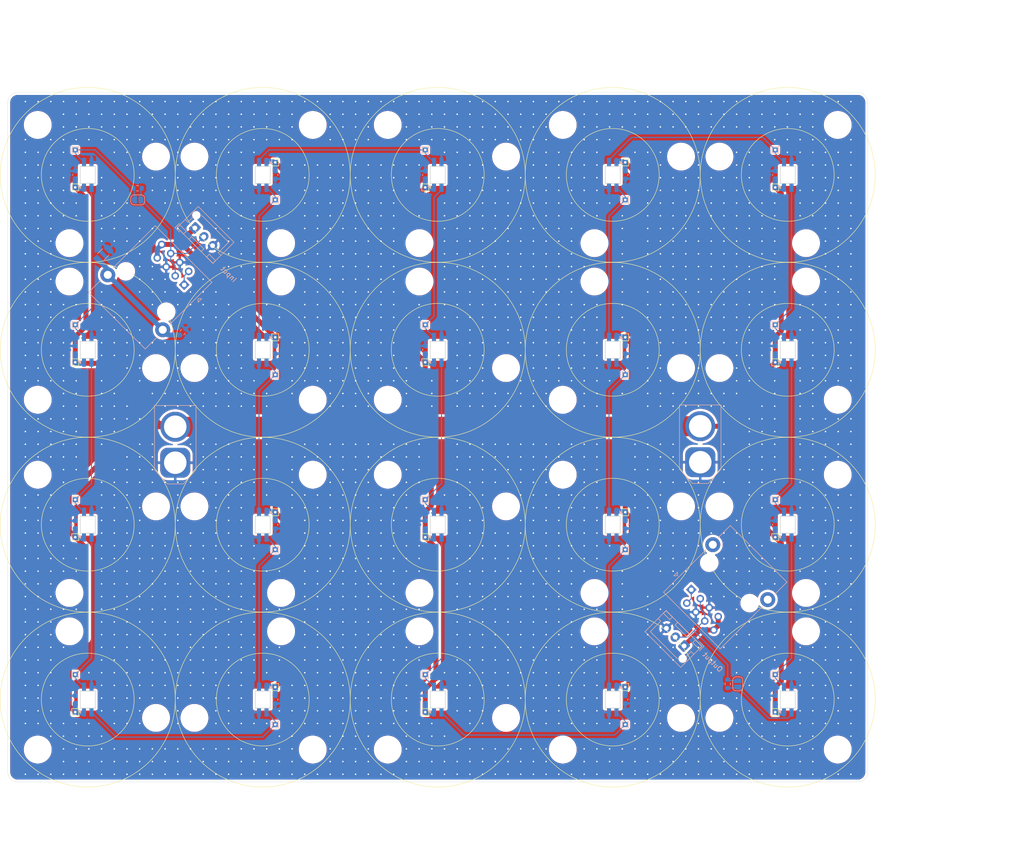
<source format=kicad_pcb>
(kicad_pcb (version 20240108) (generator "pcbnew") (generator_version "8.0")
  (layers (0 "F.Cu" signal) (31 "B.Cu" signal) (34 "B.Paste" user) (35 "F.Paste" user) (36 "B.SilkS" user "B.Silkscreen") (37 "F.SilkS" user "F.Silkscreen") (38 "B.Mask" user) (39 "F.Mask" user) (44 "Edge.Cuts" user))
  (net 0 "")
  (net 1 "GND")
  (net 2 "VDD")
  (net 3 "D_{in}")
  (net 4 "D_{out}")
  (net 5 "/Klopfer Module/D_{in}")
  (net 6 "/Klopfer Module/D_{out}")
  (net 7 "/Klopfer Module1/D_{out}")
  (net 8 "/Klopfer Module2/D_{out}")
  (net 9 "/Klopfer Module3/D_{out}")
  (net 10 "/Klopfer Module4/D_{out}")
  (net 11 "/Klopfer Module5/D_{out}")
  (net 12 "/Klopfer Module6/D_{out}")
  (net 13 "/Klopfer Module7/D_{out}")
  (net 14 "/Klopfer Module8/D_{out}")
  (net 15 "/Klopfer Module10/D_{in}")
  (net 16 "/Klopfer Module10/D_{out}")
  (net 17 "/Klopfer Module11/D_{out}")
  (net 18 "/Klopfer Module12/D_{out}")
  (net 19 "/Klopfer Module13/D_{out}")
  (net 20 "/Klopfer Module14/D_{out}")
  (net 21 "/Klopfer Module15/D_{out}")
  (net 22 "/Klopfer Module16/D_{out}")
  (net 23 "/Klopfer Module17/D_{out}")
  (net 24 "/Klopfer Module18/D_{out}")
  (net 25 "/Klopfer Module19/D_{out}")
  (net 26 "Shield")
  (net 28 "Net-(J10-Pad1)")
  (net 29 "Net-(J9-Pad1)")
  (footprint "Library:klopfer" (layer "F.Cu") (at 227.5 37.5 -45)
    (property "Reference" "N17" (hide yes))
    (property "Value" "Housing")
  )
  (footprint "Library:klopfer" (layer "F.Cu") (at 87.5 107.5 -75)
    (property "Reference" "N3" (hide yes))
    (property "Value" "Housing")
  )
  (footprint "Library:klopfer" (layer "F.Cu") (at 157.5 107.5 -75)
    (property "Reference" "N11" (hide yes))
    (property "Value" "Housing")
  )
  (footprint "Library:klopfer" (layer "F.Cu") (at 192.5 72.5 135)
    (property "Reference" "N15" (hide yes))
    (property "Value" "Housing")
  )
  (footprint "Library:klopfer" (layer "F.Cu") (at 122.5 107.5 75)
    (property "Reference" "N6" (hide yes))
    (property "Value" "Housing")
  )
  (footprint "Library:klopfer" (layer "F.Cu") (at 122.5 72.5 105)
    (property "Reference" "N7" (hide yes))
    (property "Value" "Housing")
  )
  (footprint "Library:klopfer" (layer "F.Cu") (at 192.5 37.5 45)
    (property "Reference" "N16" (hide yes))
    (property "Value" "Housing")
  )
  (footprint "TestPoint:TestPoint_THTPad_1.0x1.0mm_Drill0.5mm" (layer "F.Cu") (at 225 110)
    (property "Reference" "TP31" (hide yes))
    (property "Value" "TestPoint")
  )
  (footprint "TestPoint:TestPoint_THTPad_1.0x1.0mm_Drill0.5mm" (layer "F.Cu") (at 225 145)
    (property "Reference" "TP39" (hide yes))
    (property "Value" "TestPoint")
  )
  (footprint "TestPoint:TestPoint_THTPad_1.0x1.0mm_Drill0.5mm" (layer "F.Cu") (at 85 145)
    (property "Reference" "TP29" (hide yes))
    (property "Value" "TestPoint")
  )
  (footprint "TestPoint:TestPoint_THTPad_1.0x1.0mm_Drill0.5mm" (layer "F.Cu") (at 125 105)
    (property "Reference" "TP22" (hide yes))
    (property "Value" "TestPoint")
  )
  (footprint "TestPoint:TestPoint_THTPad_1.0x1.0mm_Drill0.5mm" (layer "F.Cu") (at 155 110)
    (property "Reference" "TP21" (hide yes))
    (property "Value" "TestPoint")
  )
  (footprint "Library:klopfer" (layer "F.Cu") (at 192.5 107.5 45)
    (property "Reference" "N14" (hide yes))
    (property "Value" "Housing")
  )
  (footprint "Library:klopfer" (layer "F.Cu") (at 227.5 72.5 -135)
    (property "Reference" "N18" (hide yes))
    (property "Value" "Housing")
  )
  (footprint "TestPoint:TestPoint_THTPad_1.0x1.0mm_Drill0.5mm" (layer "F.Cu") (at 225 40)
    (property "Reference" "TP28" (hide yes))
    (property "Value" "TestPoint")
  )
  (footprint "Library:klopfer" (layer "F.Cu") (at 192.5 142.5 135)
    (property "Reference" "N13" (hide yes))
    (property "Value" "Housing")
  )
  (footprint "TestPoint:TestPoint_THTPad_1.0x1.0mm_Drill0.5mm" (layer "F.Cu") (at 195 105)
    (property "Reference" "TP24" (hide yes))
    (property "Value" "TestPoint")
  )
  (footprint "TestPoint:TestPoint_THTPad_1.0x1.0mm_Drill0.5mm" (layer "F.Cu") (at 125 140)
    (property "Reference" "TP37" (hide yes))
    (property "Value" "TestPoint")
  )
  (footprint "TestPoint:TestPoint_THTPad_1.0x1.0mm_Drill0.5mm" (layer "F.Cu") (at 155 75)
    (property "Reference" "TP32" (hide yes))
    (property "Value" "TestPoint")
  )
  (footprint "TestPoint:TestPoint_THTPad_1.0x1.0mm_Drill0.5mm" (layer "F.Cu") (at 125 70)
    (property "Reference" "TP35" (hide yes))
    (property "Value" "TestPoint")
  )
  (footprint "Library:klopfer" (layer "F.Cu") (at 122.5 37.5 75)
    (property "Reference" "N8" (hide yes))
    (property "Value" "Housing")
  )
  (footprint "TestPoint:TestPoint_THTPad_1.0x1.0mm_Drill0.5mm" (layer "F.Cu") (at 195 70)
    (property "Reference" "TP25" (hide yes))
    (property "Value" "TestPoint")
  )
  (footprint "TestPoint:TestPoint_THTPad_1.0x1.0mm_Drill0.5mm" (layer "F.Cu") (at 85 40)
    (property "Reference" "TP34" (hide yes))
    (property "Value" "TestPoint")
  )
  (footprint "Library:klopfer" (layer "F.Cu") (at 87.5 142.5 -105)
    (property "Reference" "N4" (hide yes))
    (property "Value" "Housing")
  )
  (footprint "Library:klopfer" (layer "F.Cu") (at 227.5 142.5 -135)
    (property "Reference" "N20" (hide yes))
    (property "Value" "Housing")
  )
  (footprint "Library:klopfer" (layer "F.Cu") (at 87.5 37.5 -75)
    (property "Reference" "N1" (hide yes))
    (property "Value" "Housing")
  )
  (footprint "TestPoint:TestPoint_THTPad_1.0x1.0mm_Drill0.5mm" (layer "F.Cu") (at 85 110)
    (property "Reference" "TP26" (hide yes))
    (property "Value" "TestPoint")
  )
  (footprint "Library:klopfer" (layer "F.Cu") (at 87.5 72.5 -105)
    (property "Reference" "N2" (hide yes))
    (property "Value" "Housing")
  )
  (footprint "TestPoint:TestPoint_THTPad_1.0x1.0mm_Drill0.5mm" (layer "F.Cu") (at 195 35)
    (property "Reference" "TP36" (hide yes))
    (property "Value" "TestPoint")
  )
  (footprint "Library:klopfer" (layer "F.Cu") (at 157.5 37.5 -75)
    (property "Reference" "N9" (hide yes))
    (property "Value" "Housing")
  )
  (footprint "Library:klopfer" (layer "F.Cu") (at 122.5 142.5 105)
    (property "Reference" "N5" (hide yes))
    (property "Value" "Housing")
  )
  (footprint "TestPoint:TestPoint_THTPad_1.0x1.0mm_Drill0.5mm" (layer "F.Cu") (at 195 140)
    (property "Reference" "TP33" (hide yes))
    (property "Value" "TestPoint")
  )
  (footprint "TestPoint:TestPoint_THTPad_1.0x1.0mm_Drill0.5mm" (layer "F.Cu") (at 155 145)
    (property "Reference" "TP40" (hide yes))
    (property "Value" "TestPoint")
  )
  (footprint "Library:klopfer" (layer "F.Cu") (at 227.5 107.5 -45)
    (property "Reference" "N19" (hide yes))
    (property "Value" "Housing")
  )
  (footprint "TestPoint:TestPoint_THTPad_1.0x1.0mm_Drill0.5mm" (layer "F.Cu") (at 155 40)
    (property "Reference" "TP30" (hide yes))
    (property "Value" "TestPoint")
  )
  (footprint "TestPoint:TestPoint_THTPad_1.0x1.0mm_Drill0.5mm" (layer "F.Cu") (at 85 75)
    (property "Reference" "TP27" (hide yes))
    (property "Value" "TestPoint")
  )
  (footprint "TestPoint:TestPoint_THTPad_1.0x1.0mm_Drill0.5mm" (layer "F.Cu") (at 125 35)
    (property "Reference" "TP38" (hide yes))
    (property "Value" "TestPoint")
  )
  (footprint "Library:klopfer" (layer "F.Cu") (at 157.5 142.5 -105)
    (property "Reference" "N12" (hide yes))
    (property "Value" "Housing")
  )
  (footprint "Library:klopfer" (layer "F.Cu") (at 157.5 72.5 -105)
    (property "Reference" "N10" (hide yes))
    (property "Value" "Housing")
  )
  (footprint "TestPoint:TestPoint_THTPad_1.0x1.0mm_Drill0.5mm" (layer "F.Cu") (at 225 75)
    (property "Reference" "TP23" (hide yes))
    (property "Value" "TestPoint")
  )
  (footprint "TestPoint:TestPoint_THTPad_1.0x1.0mm_Drill0.5mm" (layer "B.Cu") (at 195 147.5)
    (property "Reference" "TP13" (hide yes))
    (property "Value" "TestPoint")
  )
  (footprint "Library:SK6812-MINI-E" (layer "B.Cu") (at 122.5 107.5 90)
    (property "Reference" "D6" (hide yes))
    (property "Value" "SK6812MINI-E" (hide yes))
    (fp_line (start 1.7 -1.5) (end 1.7 1.5) (stroke (width 0.12)) (layer "Edge.Cuts"))
    (fp_line (start -1.7 -1.5) (end 1.7 -1.5) (stroke (width 0.12)) (layer "Edge.Cuts"))
    (fp_line (start 1.7 1.5) (end -1.7 1.5) (stroke (width 0.12)) (layer "Edge.Cuts"))
    (fp_line (start -1.7 1.5) (end -1.7 -1.5) (stroke (width 0.12)) (layer "Edge.Cuts"))
  )
  (footprint "Capacitor_SMD:C_0603_1608Metric" (layer "B.Cu") (at 225 107.5 90)
    (property "Reference" "C19" (hide yes))
    (property "Value" "100n")
  )
  (footprint "Connector_JST:JST_XH_B3B-XH-AM_1x03_P2.50mm_Vertical" (layer "B.Cu") (at 206.767801 131.767699 135)
    (property "Reference" "J8" (hide yes))
    (property "Value" "Conn_01x03_Pin")
  )
  (footprint "Capacitor_SMD:C_0603_1608Metric" (layer "B.Cu") (at 155 107.5 90)
    (property "Reference" "C11" (hide yes))
    (property "Value" "100n")
  )
  (footprint "Connector_RJ:RJ45_Ninigi_GE" (layer "B.Cu") (at 106.788225 59.497954 135)
    (property "Reference" "J9" (hide yes))
    (property "Value" "Input")
  )
  (footprint "Capacitor_SMD:C_0603_1608Metric" (layer "B.Cu") (at 195 107.5 -90)
    (property "Reference" "C14" (hide yes))
    (property "Value" "100n")
  )
  (footprint "Connector_AMASS:AMASS_XT60-F_1x02_P7.20mm_Vertical" (layer "B.Cu") (at 210 95 90)
    (property "Reference" "J3" (hide yes))
    (property "Value" "AMASS_XT60-F_1x02_P7.20mm_Vertical")
  )
  (footprint "Library:SK6812-MINI-E" (layer "B.Cu") (at 227.5 37.5 -90)
    (property "Reference" "D17" (hide yes))
    (property "Value" "SK6812MINI-E" (hide yes))
    (fp_line (start -1.7 1.5) (end -1.7 -1.5) (stroke (width 0.12)) (layer "Edge.Cuts"))
    (fp_line (start 1.7 1.5) (end -1.7 1.5) (stroke (width 0.12)) (layer "Edge.Cuts"))
    (fp_line (start -1.7 -1.5) (end 1.7 -1.5) (stroke (width 0.12)) (layer "Edge.Cuts"))
    (fp_line (start 1.7 -1.5) (end 1.7 1.5) (stroke (width 0.12)) (layer "Edge.Cuts"))
  )
  (footprint "Library:SK6812-MINI-E" (layer "B.Cu") (at 157.5 107.5 -90)
    (property "Reference" "D11" (hide yes))
    (property "Value" "SK6812MINI-E" (hide yes))
    (fp_line (start -1.7 1.5) (end -1.7 -1.5) (stroke (width 0.12)) (layer "Edge.Cuts"))
    (fp_line (start 1.7 1.5) (end -1.7 1.5) (stroke (width 0.12)) (layer "Edge.Cuts"))
    (fp_line (start -1.7 -1.5) (end 1.7 -1.5) (stroke (width 0.12)) (layer "Edge.Cuts"))
    (fp_line (start 1.7 -1.5) (end 1.7 1.5) (stroke (width 0.12)) (layer "Edge.Cuts"))
  )
  (footprint "Library:SK6812-MINI-E" (layer "B.Cu") (at 227.5 107.5 -90)
    (property "Reference" "D19" (hide yes))
    (property "Value" "SK6812MINI-E" (hide yes))
    (fp_line (start -1.7 1.5) (end -1.7 -1.5) (stroke (width 0.12)) (layer "Edge.Cuts"))
    (fp_line (start 1.7 1.5) (end -1.7 1.5) (stroke (width 0.12)) (layer "Edge.Cuts"))
    (fp_line (start -1.7 -1.5) (end 1.7 -1.5) (stroke (width 0.12)) (layer "Edge.Cuts"))
    (fp_line (start 1.7 -1.5) (end 1.7 1.5) (stroke (width 0.12)) (layer "Edge.Cuts"))
  )
  (footprint "Resistor_SMD:R_0603_1608Metric" (layer "B.Cu") (at 97.4642 40.1827 180)
    (property "Reference" "R1" (hide yes))
    (property "Value" "470")
  )
  (footprint "Library:SK6812-MINI-E" (layer "B.Cu") (at 192.5 72.5 90)
    (property "Reference" "D15" (hide yes))
    (property "Value" "SK6812MINI-E" (hide yes))
    (fp_line (start 1.7 -1.5) (end 1.7 1.5) (stroke (width 0.12)) (layer "Edge.Cuts"))
    (fp_line (start -1.7 -1.5) (end 1.7 -1.5) (stroke (width 0.12)) (layer "Edge.Cuts"))
    (fp_line (start 1.7 1.5) (end -1.7 1.5) (stroke (width 0.12)) (layer "Edge.Cuts"))
    (fp_line (start -1.7 1.5) (end -1.7 -1.5) (stroke (width 0.12)) (layer "Edge.Cuts"))
  )
  (footprint "TestPoint:TestPoint_THTPad_1.0x1.0mm_Drill0.5mm" (layer "B.Cu") (at 125 147.5)
    (property "Reference" "TP5" (hide yes))
    (property "Value" "TestPoint")
  )
  (footprint "Capacitor_SMD:C_0603_1608Metric" (layer "B.Cu") (at 155 37.5 90)
    (property "Reference" "C9" (hide yes))
    (property "Value" "100n")
  )
  (footprint "TestPoint:TestPoint_THTPad_1.0x1.0mm_Drill0.5mm" (layer "B.Cu") (at 225 32.5 180)
    (property "Reference" "TP17" (hide yes))
    (property "Value" "TestPoint")
  )
  (footprint "Library:SK6812-MINI-E" (layer "B.Cu") (at 122.5 72.5 90)
    (property "Reference" "D7" (hide yes))
    (property "Value" "SK6812MINI-E" (hide yes))
    (fp_line (start 1.7 -1.5) (end 1.7 1.5) (stroke (width 0.12)) (layer "Edge.Cuts"))
    (fp_line (start -1.7 -1.5) (end 1.7 -1.5) (stroke (width 0.12)) (layer "Edge.Cuts"))
    (fp_line (start 1.7 1.5) (end -1.7 1.5) (stroke (width 0.12)) (layer "Edge.Cuts"))
    (fp_line (start -1.7 1.5) (end -1.7 -1.5) (stroke (width 0.12)) (layer "Edge.Cuts"))
  )
  (footprint "TestPoint:TestPoint_THTPad_1.0x1.0mm_Drill0.5mm" (layer "B.Cu") (at 85 32.5 180)
    (property "Reference" "TP1" (hide yes))
    (property "Value" "TestPoint")
  )
  (footprint "TestPoint:TestPoint_THTPad_1.0x1.0mm_Drill0.5mm" (layer "B.Cu") (at 85 67.5 180)
    (property "Reference" "TP2" (hide yes))
    (property "Value" "TestPoint")
  )
  (footprint "TestPoint:TestPoint_THTPad_1.0x1.0mm_Drill0.5mm" (layer "B.Cu") (at 85 102.5 180)
    (property "Reference" "TP3" (hide yes))
    (property "Value" "TestPoint")
  )
  (footprint "Capacitor_SMD:C_0603_1608Metric" (layer "B.Cu") (at 125 72.5 -90)
    (property "Reference" "C7" (hide yes))
    (property "Value" "100n")
  )
  (footprint "Library:SK6812-MINI-E" (layer "B.Cu") (at 227.5 72.5 -90)
    (property "Reference" "D18" (hide yes))
    (property "Value" "SK6812MINI-E" (hide yes))
    (fp_line (start -1.7 1.5) (end -1.7 -1.5) (stroke (width 0.12)) (layer "Edge.Cuts"))
    (fp_line (start 1.7 1.5) (end -1.7 1.5) (stroke (width 0.12)) (layer "Edge.Cuts"))
    (fp_line (start -1.7 -1.5) (end 1.7 -1.5) (stroke (width 0.12)) (layer "Edge.Cuts"))
    (fp_line (start 1.7 -1.5) (end 1.7 1.5) (stroke (width 0.12)) (layer "Edge.Cuts"))
  )
  (footprint "Library:SK6812-MINI-E" (layer "B.Cu") (at 227.5 142.5 -90)
    (property "Reference" "D20" (hide yes))
    (property "Value" "SK6812MINI-E" (hide yes))
    (fp_line (start -1.7 1.5) (end -1.7 -1.5) (stroke (width 0.12)) (layer "Edge.Cuts"))
    (fp_line (start 1.7 1.5) (end -1.7 1.5) (stroke (width 0.12)) (layer "Edge.Cuts"))
    (fp_line (start -1.7 -1.5) (end 1.7 -1.5) (stroke (width 0.12)) (layer "Edge.Cuts"))
    (fp_line (start 1.7 -1.5) (end 1.7 1.5) (stroke (width 0.12)) (layer "Edge.Cuts"))
  )
  (footprint "Capacitor_SMD:C_0603_1608Metric" (layer "B.Cu") (at 125 142.5 -90)
    (property "Reference" "C5" (hide yes))
    (property "Value" "100n")
  )
  (footprint "Connector_JST:JST_XH_B3B-XH-AM_1x03_P2.50mm_Vertical" (layer "B.Cu") (at 108.928325 48.118354 -45)
    (property "Reference" "J7" (hide yes))
    (property "Value" "Conn_01x03_Pin")
  )
  (footprint "Capacitor_SMD:C_0603_1608Metric" (layer "B.Cu") (at 155 72.5 90)
    (property "Reference" "C10" (hide yes))
    (property "Value" "100n")
  )
  (footprint "Capacitor_SMD:C_0603_1608Metric" (layer "B.Cu") (at 195 142.5 -90)
    (property "Reference" "C13" (hide yes))
    (property "Value" "100n")
  )
  (footprint "TestPoint:TestPoint_THTPad_1.0x1.0mm_Drill0.5mm" (layer "B.Cu") (at 85 137.5 180)
    (property "Reference" "TP4" (hide yes))
    (property "Value" "TestPoint")
  )
  (footprint "Capacitor_SMD:C_0603_1608Metric" (layer "B.Cu") (at 125 37.5 -90)
    (property "Reference" "C8" (hide yes))
    (property "Value" "100n")
  )
  (footprint "TestPoint:TestPoint_THTPad_1.0x1.0mm_Drill0.5mm" (layer "B.Cu") (at 225 137.5 180)
    (property "Reference" "TP20" (hide yes))
    (property "Value" "TestPoint")
  )
  (footprint "Library:SK6812-MINI-E" (layer "B.Cu") (at 157.5 37.5 -90)
    (property "Reference" "D9" (hide yes))
    (property "Value" "SK6812MINI-E" (hide yes))
    (fp_line (start -1.7 1.5) (end -1.7 -1.5) (stroke (width 0.12)) (layer "Edge.Cuts"))
    (fp_line (start 1.7 1.5) (end -1.7 1.5) (stroke (width 0.12)) (layer "Edge.Cuts"))
    (fp_line (start -1.7 -1.5) (end 1.7 -1.5) (stroke (width 0.12)) (layer "Edge.Cuts"))
    (fp_line (start 1.7 -1.5) (end 1.7 1.5) (stroke (width 0.12)) (layer "Edge.Cuts"))
  )
  (footprint "TestPoint:TestPoint_THTPad_1.0x1.0mm_Drill0.5mm" (layer "B.Cu") (at 195 77.5)
    (property "Reference" "TP15" (hide yes))
    (property "Value" "TestPoint")
  )
  (footprint "Library:SK6812-MINI-E" (layer "B.Cu") (at 87.5 107.5 -90)
    (property "Reference" "D3" (hide yes))
    (property "Value" "SK6812MINI-E" (hide yes))
    (fp_line (start -1.7 1.5) (end -1.7 -1.5) (stroke (width 0.12)) (layer "Edge.Cuts"))
    (fp_line (start 1.7 1.5) (end -1.7 1.5) (stroke (width 0.12)) (layer "Edge.Cuts"))
    (fp_line (start -1.7 -1.5) (end 1.7 -1.5) (stroke (width 0.12)) (layer "Edge.Cuts"))
    (fp_line (start 1.7 -1.5) (end 1.7 1.5) (stroke (width 0.12)) (layer "Edge.Cuts"))
  )
  (footprint "Library:SK6812-MINI-E" (layer "B.Cu") (at 192.5 107.5 90)
    (property "Reference" "D14" (hide yes))
    (property "Value" "SK6812MINI-E" (hide yes))
    (fp_line (start 1.7 -1.5) (end 1.7 1.5) (stroke (width 0.12)) (layer "Edge.Cuts"))
    (fp_line (start -1.7 -1.5) (end 1.7 -1.5) (stroke (width 0.12)) (layer "Edge.Cuts"))
    (fp_line (start 1.7 1.5) (end -1.7 1.5) (stroke (width 0.12)) (layer "Edge.Cuts"))
    (fp_line (start -1.7 1.5) (end -1.7 -1.5) (stroke (width 0.12)) (layer "Edge.Cuts"))
  )
  (footprint "Jumper:SolderJumper-2_P1.3mm_Open_RoundedPad1.0x1.5mm" (layer "B.Cu") (at 217.5 139.35 90)
    (property "Reference" "JP2" (hide yes))
    (property "Value" "Jumper_2_Open")
  )
  (footprint "Resistor_SMD:R_0603_1608Metric" (layer "B.Cu") (at 215.499999 139.35 90)
    (property "Reference" "R2" (hide yes))
    (property "Value" "470")
  )
  (footprint "Library:SK6812-MINI-E" (layer "B.Cu") (at 87.5 72.5 -90)
    (property "Reference" "D2" (hide yes))
    (property "Value" "SK6812MINI-E" (hide yes))
    (fp_line (start -1.7 1.5) (end -1.7 -1.5) (stroke (width 0.12)) (layer "Edge.Cuts"))
    (fp_line (start 1.7 1.5) (end -1.7 1.5) (stroke (width 0.12)) (layer "Edge.Cuts"))
    (fp_line (start -1.7 -1.5) (end 1.7 -1.5) (stroke (width 0.12)) (layer "Edge.Cuts"))
    (fp_line (start 1.7 -1.5) (end 1.7 1.5) (stroke (width 0.12)) (layer "Edge.Cuts"))
  )
  (footprint "Capacitor_SMD:C_0603_1608Metric" (layer "B.Cu") (at 225 142.5 90)
    (property "Reference" "C20" (hide yes))
    (property "Value" "100n")
  )
  (footprint "Capacitor_SMD:C_0603_1608Metric" (layer "B.Cu") (at 85 72.5 90)
    (property "Reference" "C2" (hide yes))
    (property "Value" "100n")
  )
  (footprint "TestPoint:TestPoint_THTPad_1.0x1.0mm_Drill0.5mm" (layer "B.Cu") (at 125 42.5)
    (property "Reference" "TP8" (hide yes))
    (property "Value" "TestPoint")
  )
  (footprint "TestPoint:TestPoint_THTPad_1.0x1.0mm_Drill0.5mm" (layer "B.Cu") (at 195 42.5)
    (property "Reference" "TP16" (hide yes))
    (property "Value" "TestPoint")
  )
  (footprint "TestPoint:TestPoint_THTPad_1.0x1.0mm_Drill0.5mm" (layer "B.Cu") (at 155 102.5 180)
    (property "Reference" "TP11" (hide yes))
    (property "Value" "TestPoint")
  )
  (footprint "TestPoint:TestPoint_THTPad_1.0x1.0mm_Drill0.5mm" (layer "B.Cu") (at 125 77.5)
    (property "Reference" "TP7" (hide yes))
    (property "Value" "TestPoint")
  )
  (footprint "TestPoint:TestPoint_THTPad_1.0x1.0mm_Drill0.5mm" (layer "B.Cu") (at 225 67.5 180)
    (property "Reference" "TP18" (hide yes))
    (property "Value" "TestPoint")
  )
  (footprint "TestPoint:TestPoint_THTPad_1.0x1.0mm_Drill0.5mm" (layer "B.Cu") (at 125 112.5)
    (property "Reference" "TP6" (hide yes))
    (property "Value" "TestPoint")
  )
  (footprint "Library:SK6812-MINI-E" (layer "B.Cu") (at 87.5 37.5 -90)
    (property "Reference" "D1" (hide yes))
    (property "Value" "SK6812MINI-E" (hide yes))
    (fp_line (start -1.7 1.5) (end -1.7 -1.5) (stroke (width 0.12)) (layer "Edge.Cuts"))
    (fp_line (start 1.7 1.5) (end -1.7 1.5) (stroke (width 0.12)) (layer "Edge.Cuts"))
    (fp_line (start -1.7 -1.5) (end 1.7 -1.5) (stroke (width 0.12)) (layer "Edge.Cuts"))
    (fp_line (start 1.7 -1.5) (end 1.7 1.5) (stroke (width 0.12)) (layer "Edge.Cuts"))
  )
  (footprint "Capacitor_SMD:C_0603_1608Metric" (layer "B.Cu") (at 85 107.5 90)
    (property "Reference" "C3" (hide yes))
    (property "Value" "100n")
  )
  (footprint "Library:SK6812-MINI-E" (layer "B.Cu") (at 122.5 142.5 90)
    (property "Reference" "D5" (hide yes))
    (property "Value" "SK6812MINI-E" (hide yes))
    (fp_line (start 1.7 -1.5) (end 1.7 1.5) (stroke (width 0.12)) (layer "Edge.Cuts"))
    (fp_line (start -1.7 -1.5) (end 1.7 -1.5) (stroke (width 0.12)) (layer "Edge.Cuts"))
    (fp_line (start 1.7 1.5) (end -1.7 1.5) (stroke (width 0.12)) (layer "Edge.Cuts"))
    (fp_line (start -1.7 1.5) (end -1.7 -1.5) (stroke (width 0.12)) (layer "Edge.Cuts"))
  )
  (footprint "TestPoint:TestPoint_THTPad_1.0x1.0mm_Drill0.5mm" (layer "B.Cu") (at 155 67.5 180)
    (property "Reference" "TP10" (hide yes))
    (property "Value" "TestPoint")
  )
  (footprint "Capacitor_SMD:C_0603_1608Metric" (layer "B.Cu") (at 85 37.5 90)
    (property "Reference" "C1" (hide yes))
    (property "Value" "100n")
  )
  (footprint "Connector_AMASS:AMASS_XT60-M_1x02_P7.20mm_Vertical" (layer "B.Cu") (at 105 95.1 90)
    (property "Reference" "J2" (hide yes))
    (property "Value" "AMASS_XT60-M_1x02_P7.20mm_Vertical")
  )
  (footprint "Library:SK6812-MINI-E" (layer "B.Cu") (at 192.5 37.5 90)
    (property "Reference" "D16" (hide yes))
    (property "Value" "SK6812MINI-E" (hide yes))
    (fp_line (start 1.7 -1.5) (end 1.7 1.5) (stroke (width 0.12)) (layer "Edge.Cuts"))
    (fp_line (start -1.7 -1.5) (end 1.7 -1.5) (stroke (width 0.12)) (layer "Edge.Cuts"))
    (fp_line (start 1.7 1.5) (end -1.7 1.5) (stroke (width 0.12)) (layer "Edge.Cuts"))
    (fp_line (start -1.7 1.5) (end -1.7 -1.5) (stroke (width 0.12)) (layer "Edge.Cuts"))
  )
  (footprint "Capacitor_SMD:C_0603_1608Metric" (layer "B.Cu") (at 125 107.5 -90)
    (property "Reference" "C6" (hide yes))
    (property "Value" "100n")
  )
  (footprint "Jumper:SolderJumper-2_P1.3mm_Open_RoundedPad1.0x1.5mm" (layer "B.Cu") (at 97.5 42.5 180)
    (property "Reference" "JP1" (hide yes))
    (property "Value" "Jumper_2_Open")
  )
  (footprint "Library:SK6812-MINI-E" (layer "B.Cu") (at 157.5 142.5 -90)
    (property "Reference" "D12" (hide yes))
    (property "Value" "SK6812MINI-E" (hide yes))
    (fp_line (start -1.7 1.5) (end -1.7 -1.5) (stroke (width 0.12)) (layer "Edge.Cuts"))
    (fp_line (start 1.7 1.5) (end -1.7 1.5) (stroke (width 0.12)) (layer "Edge.Cuts"))
    (fp_line (start -1.7 -1.5) (end 1.7 -1.5) (stroke (width 0.12)) (layer "Edge.Cuts"))
    (fp_line (start 1.7 -1.5) (end 1.7 1.5) (stroke (width 0.12)) (layer "Edge.Cuts"))
  )
  (footprint "Capacitor_SMD:C_0603_1608Metric" (layer "B.Cu") (at 155 142.5 90)
    (property "Reference" "C12" (hide yes))
    (property "Value" "100n")
  )
  (footprint "TestPoint:TestPoint_THTPad_1.0x1.0mm_Drill0.5mm" (layer "B.Cu") (at 225 102.5 180)
    (property "Reference" "TP19" (hide yes))
    (property "Value" "TestPoint")
  )
  (footprint "TestPoint:TestPoint_THTPad_1.0x1.0mm_Drill0.5mm" (layer "B.Cu") (at 155 137.5 180)
    (property "Reference" "TP12" (hide yes))
    (property "Value" "TestPoint")
  )
  (footprint "TestPoint:TestPoint_THTPad_1.0x1.0mm_Drill0.5mm" (layer "B.Cu") (at 195 112.5)
    (property "Reference" "TP14" (hide yes))
    (property "Value" "TestPoint")
  )
  (footprint "Capacitor_SMD:C_1206_3216Metric" (layer "B.Cu") (at 90.608625 53.406354 45)
    (property "Reference" "C21" (hide yes))
    (property "Value" "1n 2kV")
  )
  (footprint "Capacitor_SMD:C_0603_1608Metric" (layer "B.Cu") (at 195 72.5 -90)
    (property "Reference" "C15" (hide yes))
    (property "Value" "100n")
  )
  (footprint "Capacitor_SMD:C_0603_1608Metric" (layer "B.Cu") (at 195 37.5 -90)
    (property "Reference" "C16" (hide yes))
    (property "Value" "100n")
  )
  (footprint "TestPoint:TestPoint_THTPad_1.0x1.0mm_Drill0.5mm" (layer "B.Cu") (at 155 32.5 180)
    (property "Reference" "TP9" (hide yes))
    (property "Value" "TestPoint")
  )
  (footprint "Library:SK6812-MINI-E" (layer "B.Cu") (at 122.5 37.5 90)
    (property "Reference" "D8" (hide yes))
    (property "Value" "SK6812MINI-E" (hide yes))
    (fp_line (start 1.7 -1.5) (end 1.7 1.5) (stroke (width 0.12)) (layer "Edge.Cuts"))
    (fp_line (start -1.7 -1.5) (end 1.7 -1.5) (stroke (width 0.12)) (layer "Edge.Cuts"))
    (fp_line (start 1.7 1.5) (end -1.7 1.5) (stroke (width 0.12)) (layer "Edge.Cuts"))
    (fp_line (start -1.7 1.5) (end -1.7 -1.5) (stroke (width 0.12)) (layer "Edge.Cuts"))
  )
  (footprint "Library:SK6812-MINI-E" (layer "B.Cu") (at 192.5 142.5 90)
    (property "Reference" "D13" (hide yes))
    (property "Value" "SK6812MINI-E" (hide yes))
    (fp_line (start 1.7 -1.5) (end 1.7 1.5) (stroke (width 0.12)) (layer "Edge.Cuts"))
    (fp_line (start -1.7 -1.5) (end 1.7 -1.5) (stroke (width 0.12)) (layer "Edge.Cuts"))
    (fp_line (start 1.7 1.5) (end -1.7 1.5) (stroke (width 0.12)) (layer "Edge.Cuts"))
    (fp_line (start -1.7 1.5) (end -1.7 -1.5) (stroke (width 0.12)) (layer "Edge.Cuts"))
  )
  (footprint "Library:SK6812-MINI-E" (layer "B.Cu") (at 87.5 142.5 -90)
    (property "Reference" "D4" (hide yes))
    (property "Value" "SK6812MINI-E" (hide yes))
    (fp_line (start -1.7 1.5) (end -1.7 -1.5) (stroke (width 0.12)) (layer "Edge.Cuts"))
    (fp_line (start 1.7 1.5) (end -1.7 1.5) (stroke (width 0.12)) (layer "Edge.Cuts"))
    (fp_line (start -1.7 -1.5) (end 1.7 -1.5) (stroke (width 0.12)) (layer "Edge.Cuts"))
    (fp_line (start 1.7 -1.5) (end 1.7 1.5) (stroke (width 0.12)) (layer "Edge.Cuts"))
  )
  (footprint "Capacitor_SMD:C_0603_1608Metric" (layer "B.Cu") (at 225 72.5 90)
    (property "Reference" "C18" (hide yes))
    (property "Value" "100n")
  )
  (footprint "Connector_RJ:RJ45_Ninigi_GE" (layer "B.Cu") (at 208.211775 120.502046 -45)
    (property "Reference" "J10" (hide yes))
    (property "Value" "Output")
  )
  (footprint "Library:SK6812-MINI-E" (layer "B.Cu") (at 157.5 72.5 -90)
    (property "Reference" "D10" (hide yes))
    (property "Value" "SK6812MINI-E" (hide yes))
    (fp_line (start -1.7 1.5) (end -1.7 -1.5) (stroke (width 0.12)) (layer "Edge.Cuts"))
    (fp_line (start 1.7 1.5) (end -1.7 1.5) (stroke (width 0.12)) (layer "Edge.Cuts"))
    (fp_line (start -1.7 -1.5) (end 1.7 -1.5) (stroke (width 0.12)) (layer "Edge.Cuts"))
    (fp_line (start 1.7 -1.5) (end 1.7 1.5) (stroke (width 0.12)) (layer "Edge.Cuts"))
  )
  (footprint "Capacitor_SMD:C_0603_1608Metric" (layer "B.Cu") (at 225 37.5 90)
    (property "Reference" "C17" (hide yes))
    (property "Value" "100n")
  )
  (footprint "Resistor_SMD:R_0603_1608Metric" (layer "B.Cu") (at 106.491025 68.954054 -135)
    (property "Reference" "R3" (hide yes))
    (property "Value" "1M")
  )
  (footprint "Capacitor_SMD:C_0603_1608Metric" (layer "B.Cu") (at 85 142.5 90)
    (property "Reference" "C4" (hide yes))
    (property "Value" "100n")
  )
  (gr_line (start 243.5 23) (end 243.5 157) (stroke (width 0.05)) (layer "Edge.Cuts"))
  (gr_arc (start 73.5 159) (mid 72.085786 158.414214) (end 71.5 157) (stroke (width 0.05)) (layer "Edge.Cuts"))
  (gr_arc (start 71.5 23) (mid 72.085786 21.585786) (end 73.5 21) (stroke (width 0.05)) (layer "Edge.Cuts"))
  (gr_arc (start 241.5 21) (mid 242.914214 21.585786) (end 243.5 23) (stroke (width 0.05)) (layer "Edge.Cuts"))
  (gr_line (start 241.5 159) (end 73.5 159) (stroke (width 0.05)) (layer "Edge.Cuts"))
  (gr_line (start 71.5 157) (end 71.5 23) (stroke (width 0.05)) (layer "Edge.Cuts"))
  (gr_arc (start 243.5 157) (mid 242.914214 158.414214) (end 241.5 159) (stroke (width 0.05)) (layer "Edge.Cuts"))
  (gr_line (start 73.5 21) (end 241.5 21) (stroke (width 0.05)) (layer "Edge.Cuts"))
  (via (at 118.21 142.20175) (size 0.6) (drill 0.3) (layers "F.Cu" "B.Cu") (net 1))
  (via (at 163.93 66.00175) (size 0.6) (drill 0.3) (layers "F.Cu" "B.Cu") (net 1))
  (via (at 194.41 60.92175) (size 0.6) (drill 0.3) (layers "F.Cu" "B.Cu") (net 1))
  (via (at 191.87 30.44175) (size 0.6) (drill 0.3) (layers "F.Cu" "B.Cu") (net 1))
  (via (at 128.37 99.02175) (size 0.6) (drill 0.3) (layers "F.Cu" "B.Cu") (net 1))
  (via (at 224.89 134.58175) (size 0.6) (drill 0.3) (layers "F.Cu" "B.Cu") (net 1))
  (via (at 77.57 53.30175) (size 0.6) (drill 0.3) (layers "F.Cu" "B.Cu") (net 1))
  (via (at 120.75 132.04175) (size 0.6) (drill 0.3) (layers "F.Cu" "B.Cu") (net 1))
  (via (at 90.27 63.46175) (size 0.6) (drill 0.3) (layers "F.Cu" "B.Cu") (net 1))
  (via (at 115.67 76.16175) (size 0.6) (drill 0.3) (layers "F.Cu" "B.Cu") (net 1))
  (via (at 163.93 45.68175) (size 0.6) (drill 0.3) (layers "F.Cu" "B.Cu") (net 1))
  (via (at 189.33 83.78175) (size 0.6) (drill 0.3) (layers "F.Cu" "B.Cu") (net 1))
  (via (at 161.39 157.44175) (size 0.6) (drill 0.3) (layers "F.Cu" "B.Cu") (net 1))
  (via (at 171.55 81.24175) (size 0.6) (drill 0.3) (layers "F.Cu" "B.Cu") (net 1))
  (via (at 232.51 124.42175) (size 0.6) (drill 0.3) (layers "F.Cu" "B.Cu") (net 1))
  (via (at 108.05 111.72175) (size 0.6) (drill 0.3) (layers "F.Cu" "B.Cu") (net 1))
  (via (at 179.17 38.06175) (size 0.6) (drill 0.3) (layers "F.Cu" "B.Cu") (net 1))
  (via (at 235.05 139.66175) (size 0.6) (drill 0.3) (layers "F.Cu" "B.Cu") (net 1))
  (via (at 194.41 63.46175) (size 0.6) (drill 0.3) (layers "F.Cu" "B.Cu") (net 1))
  (via (at 115.67 104.10175) (size 0.6) (drill 0.3) (layers "F.Cu" "B.Cu") (net 1))
  (via (at 199.49 40.60175) (size 0.6) (drill 0.3) (layers "F.Cu" "B.Cu") (net 1))
  (via (at 224.89 149.82175) (size 0.6) (drill 0.3) (layers "F.Cu" "B.Cu") (net 1))
  (via (at 100.43 154.90175) (size 0.6) (drill 0.3) (layers "F.Cu" "B.Cu") (net 1))
  (via (at 237.59 45.68175) (size 0.6) (drill 0.3) (layers "F.Cu" "B.Cu") (net 1))
  (via (at 80.11 60.92175) (size 0.6) (drill 0.3) (layers "F.Cu" "B.Cu") (net 1))
  (via (at 97.89 124.42175) (size 0.6) (drill 0.3) (layers "F.Cu" "B.Cu") (net 1))
  (via (at 80.11 142.20175) (size 0.6) (drill 0.3) (layers "F.Cu" "B.Cu") (net 1))
  (via (at 161.39 109.18175) (size 0.6) (drill 0.3) (layers "F.Cu" "B.Cu") (net 1))
  (via (at 118.21 45.68175) (size 0.6) (drill 0.3) (layers "F.Cu" "B.Cu") (net 1))
  (via (at 169.01 119.34175) (size 0.6) (drill 0.3) (layers "F.Cu" "B.Cu") (net 1))
  (via (at 120.75 111.72175) (size 0.6) (drill 0.3) (layers "F.Cu" "B.Cu") (net 1))
  (via (at 240.13 93.94175) (size 0.6) (drill 0.3) (layers "F.Cu" "B.Cu") (net 1))
  (via (at 219.81 58.38175) (size 0.6) (drill 0.3) (layers "F.Cu" "B.Cu") (net 1))
  (via (at 115.67 81.24175) (size 0.6) (drill 0.3) (layers "F.Cu" "B.Cu") (net 1))
  (via (at 82.65 111.72175) (size 0.6) (drill 0.3) (layers "F.Cu" "B.Cu") (net 1))
  (via (at 141.07 99.02175) (size 0.6) (drill 0.3) (layers "F.Cu" "B.Cu") (net 1))
  (via (at 120.75 101.56175) (size 0.6) (drill 0.3) (layers "F.Cu" "B.Cu") (net 1))
  (via (at 85.19 149.82175) (size 0.6) (drill 0.3) (layers "F.Cu" "B.Cu") (net 1))
  (via (at 105.51 81.24175) (size 0.6) (drill 0.3) (layers "F.Cu" "B.Cu") (net 1))
  (via (at 214.73 53.30175) (size 0.6) (drill 0.3) (layers "F.Cu" "B.Cu") (net 1))
  (via (at 130.91 129.50175) (size 0.6) (drill 0.3) (layers "F.Cu" "B.Cu") (net 1))
  (via (at 174.09 157.44175) (size 0.6) (drill 0.3) (layers "F.Cu" "B.Cu") (net 1))
  (via (at 130.91 55.84175) (size 0.6) (drill 0.3) (layers "F.Cu" "B.Cu") (net 1))
  (via (at 82.65 154.90175) (size 0.6) (drill 0.3) (layers "F.Cu" "B.Cu") (net 1))
  (via (at 179.17 63.46175) (size 0.6) (drill 0.3) (layers "F.Cu" "B.Cu") (net 1))
  (via (at 97.89 58.38175) (size 0.6) (drill 0.3) (layers "F.Cu" "B.Cu") (net 1))
  (via (at 135.99 149.82175) (size 0.6) (drill 0.3) (layers "F.Cu" "B.Cu") (net 1))
  (via (at 90.27 38.06175) (size 0.6) (drill 0.3) (layers "F.Cu" "B.Cu") (net 1))
  (via (at 102.97 38.06175) (size 0.6) (drill 0.3) (layers "F.Cu" "B.Cu") (net 1))
  (via (at 194.41 55.84175) (size 0.6) (drill 0.3) (layers "F.Cu" "B.Cu") (net 1))
  (via (at 166.47 35.52175) (size 0.6) (drill 0.3) (layers "F.Cu" "B.Cu") (net 1))
  (via (at 186.79 73.62175) (size 0.6) (drill 0.3) (layers "F.Cu" "B.Cu") (net 1))
  (via (at 135.99 152.36175) (size 0.6) (drill 0.3) (layers "F.Cu" "B.Cu") (net 1))
  (via (at 199.49 76.16175) (size 0.6) (drill 0.3) (layers "F.Cu" "B.Cu") (net 1))
  (via (at 141.07 116.80175) (size 0.6) (drill 0.3) (layers "F.Cu" "B.Cu") (net 1))
  (via (at 171.55 119.34175) (size 0.6) (drill 0.3) (layers "F.Cu" "B.Cu") (net 1))
  (via (at 118.21 157.44175) (size 0.6) (drill 0.3) (layers "F.Cu" "B.Cu") (net 1))
  (via (at 237.59 78.70175) (size 0.6) (drill 0.3) (layers "F.Cu" "B.Cu") (net 1))
  (via (at 189.33 99.02175) (size 0.6) (drill 0.3) (layers "F.Cu" "B.Cu") (net 1))
  (via (at 186.79 68.54175) (size 0.6) (drill 0.3) (layers "F.Cu" "B.Cu") (net 1))
  (via (at 174.09 53.30175) (size 0.6) (drill 0.3) (layers "F.Cu" "B.Cu") (net 1))
  (via (at 161.39 144.74175) (size 0.6) (drill 0.3) (layers "F.Cu" "B.Cu") (net 1))
  (via (at 186.79 63.46175) (size 0.6) (drill 0.3) (layers "F.Cu" "B.Cu") (net 1))
  (via (at 97.89 147.28175) (size 0.6) (drill 0.3) (layers "F.Cu" "B.Cu") (net 1))
  (via (at 237.59 22.82175) (size 0.6) (drill 0.3) (layers "F.Cu" "B.Cu") (net 1))
  (via (at 75.03 45.68175) (size 0.6) (drill 0.3) (layers "F.Cu" "B.Cu") (net 1))
  (via (at 179.17 142.20175) (size 0.6) (drill 0.3) (layers "F.Cu" "B.Cu") (net 1))
  (via (at 95.35 32.98175) (size 0.6) (drill 0.3) (layers "F.Cu" "B.Cu") (net 1))
  (via (at 224.89 22.82175) (size 0.6) (drill 0.3) (layers "F.Cu" "B.Cu") (net 1))
  (via (at 158.85 60.92175) (size 0.6) (drill 0.3) (layers "F.Cu" "B.Cu") (net 1))
  (via (at 125.83 27.90175) (size 0.6) (drill 0.3) (layers "F.Cu" "B.Cu") (net 1))
  (via (at 240.13 149.82175) (size 0.6) (drill 0.3) (layers "F.Cu" "B.Cu") (net 1))
  (via (at 113.13 96.48175) (size 0.6) (drill 0.3) (layers "F.Cu" "B.Cu") (net 1))
  (via (at 115.67 147.28175) (size 0.6) (drill 0.3) (layers "F.Cu" "B.Cu") (net 1))
  (via (at 158.85 55.84175) (size 0.6) (drill 0.3) (layers "F.Cu" "B.Cu") (net 1))
  (via (at 240.13 38.06175) (size 0.6) (drill 0.3) (layers "F.Cu" "B.Cu") (net 1))
  (via (at 130.91 38.06175) (size 0.6) (drill 0.3) (layers "F.Cu" "B.Cu") (net 1))
  (via (at 130.91 60.92175) (size 0.6) (drill 0.3) (layers "F.Cu" "B.Cu") (net 1))
  (via (at 128.37 73.62175) (size 0.6) (drill 0.3) (layers "F.Cu" "B.Cu") (net 1))
  (via (at 232.51 38.06175) (size 0.6) (drill 0.3) (layers "F.Cu" "B.Cu") (net 1))
  (via (at 204.57 137.12175) (size 0.6) (drill 0.3) (layers "F.Cu" "B.Cu") (net 1))
  (via (at 85.19 152.36175) (size 0.6) (drill 0.3) (layers "F.Cu" "B.Cu") (net 1))
  (via (at 224.89 116.80175) (size 0.6) (drill 0.3) (layers "F.Cu" "B.Cu") (net 1))
  (via (at 110.59 154.90175) (size 0.6) (drill 0.3) (layers "F.Cu" "B.Cu") (net 1))
  (via (at 169.01 109.18175) (size 0.6) (drill 0.3) (layers "F.Cu" "B.Cu") (net 1))
  (via (at 217.27 22.82175) (size 0.6) (drill 0.3) (layers "F.Cu" "B.Cu") (net 1))
  (via (at 186.79 114.26175) (size 0.6) (drill 0.3) (layers "F.Cu" "B.Cu") (net 1))
  (via (at 92.81 109.18175) (size 0.6) (drill 0.3) (layers "F.Cu" "B.Cu") (net 1))
  (via (at 92.81 48.22175) (size 0.6) (drill 0.3) (layers "F.Cu" "B.Cu") (net 1))
  (via (at 97.89 86.32175) (size 0.6) (drill 0.3) (layers "F.Cu" "B.Cu") (net 1))
  (via (at 235.05 40.60175) (size 0.6) (drill 0.3) (layers "F.Cu" "B.Cu") (net 1))
  (via (at 156.31 157.44175) (size 0.6) (drill 0.3) (layers "F.Cu" "B.Cu") (net 1))
  (via (at 115.67 121.88175) (size 0.6) (drill 0.3) (layers "F.Cu" "B.Cu") (net 1))
  (via (at 77.57 32.98175) (size 0.6) (drill 0.3) (layers "F.Cu" "B.Cu") (net 1))
  (via (at 163.93 154.90175) (size 0.6) (drill 0.3) (layers "F.Cu" "B.Cu") (net 1))
  (via (at 169.01 43.14175) (size 0.6) (drill 0.3) (layers "F.Cu" "B.Cu") (net 1))
  (via (at 115.67 142.20175) (size 0.6) (drill 0.3) (layers "F.Cu" "B.Cu") (net 1))
  (via (at 186.79 101.56175) (size 0.6) (drill 0.3) (layers "F.Cu" "B.Cu") (net 1))
  (via (at 130.91 66.00175) (size 0.6) (drill 0.3) (layers "F.Cu" "B.Cu") (net 1))
  (via (at 82.65 149.82175) (size 0.6) (drill 0.3) (layers "F.Cu" "B.Cu") (net 1))
  (via (at 199.49 157.44175) (size 0.6) (drill 0.3) (layers "F.Cu" "B.Cu") (net 1))
  (via (at 90.27 129.50175) (size 0.6) (drill 0.3) (layers "F.Cu" "B.Cu") (net 1))
  (via (at 189.33 93.94175) (size 0.6) (drill 0.3) (layers "F.Cu" "B.Cu") (net 1))
  (via (at 214.73 154.90175) (size 0.6) (drill 0.3) (layers "F.Cu" "B.Cu") (net 1))
  (via (at 181.71 73.62175) (size 0.6) (drill 0.3) (layers "F.Cu" "B.Cu") (net 1))
  (via (at 171.55 43.14175) (size 0.6) (drill 0.3) (layers "F.Cu" "B.Cu") (net 1))
  (via (at 92.81 50.76175) (size 0.6) (drill 0.3) (layers "F.Cu" "B.Cu") (net 1))
  (via (at 196.95 149.82175) (size 0.6) (drill 0.3) (layers "F.Cu" "B.Cu") (net 1))
  (via (at 97.89 129.50175) (size 0.6) (drill 0.3) (layers "F.Cu" "B.Cu") (net 1))
  (via (at 85.19 81.24175) (size 0.6) (drill 0.3) (layers "F.Cu" "B.Cu") (net 1))
  (via (at 92.81 137.12175) (size 0.6) (drill 0.3) (layers "F.Cu" "B.Cu") (net 1))
  (via (at 90.27 124.42175) (size 0.6) (drill 0.3) (layers "F.Cu" "B.Cu") (net 1))
  (via (at 120.75 137.12175) (size 0.6) (drill 0.3) (layers "F.Cu" "B.Cu") (net 1))
  (via (at 189.33 96.48175) (size 0.6) (drill 0.3) (layers "F.Cu" "B.Cu") (net 1))
  (via (at 153.77 66.00175) (size 0.6) (drill 0.3) (layers "F.Cu" "B.Cu") (net 1))
  (via (at 80.11 68.54175) (size 0.6) (drill 0.3) (layers "F.Cu" "B.Cu") (net 1))
  (via (at 237.59 55.84175) (size 0.6) (drill 0.3) (layers "F.Cu" "B.Cu") (net 1))
  (via (at 212.19 45.68175) (size 0.6) (drill 0.3) (layers "F.Cu" "B.Cu") (net 1))
  (via (at 128.37 157.44175) (size 0.6) (drill 0.3) (layers "F.Cu" "B.Cu") (net 1))
  (via (at 138.53 25.36175) (size 0.6) (drill 0.3) (layers "F.Cu" "B.Cu") (net 1))
  (via (at 219.81 40.60175) (size 0.6) (drill 0.3) (layers "F.Cu" "B.Cu") (net 1))
  (via (at 90.27 109.18175) (size 0.6) (drill 0.3) (layers "F.Cu" "B.Cu") (net 1))
  (via (at 75.03 22.82175) (size 0.6) (drill 0.3) (layers "F.Cu" "B.Cu") (net 1))
  (via (at 184.25 60.92175) (size 0.6) (drill 0.3) (layers "F.Cu" "B.Cu") (net 1))
  (via (at 235.05 71.08175) (size 0.6) (drill 0.3) (layers "F.Cu" "B.Cu") (net 1))
  (via (at 75.03 129.50175) (size 0.6) (drill 0.3) (layers "F.Cu" "B.Cu") (net 1))
  (via (at 143.61 121.88175) (size 0.6) (drill 0.3) (layers "F.Cu" "B.Cu") (net 1))
  (via (at 135.99 114.26175) (size 0.6) (drill 0.3) (layers "F.Cu" "B.Cu") (net 1))
  (via (at 184.25 53.30175) (size 0.6) (drill 0.3) (layers "F.Cu" "B.Cu") (net 1))
  (via (at 209.65 66.00175) (size 0.6) (drill 0.3) (layers "F.Cu" "B.Cu") (net 1))
  (via (at 181.71 93.94175) (size 0.6) (drill 0.3) (layers "F.Cu" "B.Cu") (net 1))
  (via (at 92.81 119.34175) (size 0.6) (drill 0.3) (layers "F.Cu" "B.Cu") (net 1))
  (via (at 135.99 109.18175) (size 0.6) (drill 0.3) (layers "F.Cu" "B.Cu") (net 1))
  (via (at 240.13 66.00175) (size 0.6) (drill 0.3) (layers "F.Cu" "B.Cu") (net 1))
  (via (at 179.17 116.80175) (size 0.6) (drill 0.3) (layers "F.Cu" "B.Cu") (net 1))
  (via (at 181.71 43.14175) (size 0.6) (drill 0.3) (layers "F.Cu" "B.Cu") (net 1))
  (via (at 105.51 76.16175) (size 0.6) (drill 0.3) (layers "F.Cu" "B.Cu") (net 1))
  (via (at 143.61 53.30175) (size 0.6) (drill 0.3) (layers "F.Cu" "B.Cu") (net 1))
  (via (at 191.87 157.44175) (size 0.6) (drill 0.3) (layers "F.Cu" "B.Cu") (net 1))
  (via (at 77.57 22.82175) (size 0.6) (drill 0.3) (layers "F.Cu" "B.Cu") (net 1))
  (via (at 176.63 116.80175) (size 0.6) (drill 0.3) (layers "F.Cu" "B.Cu") (net 1))
  (via (at 171.55 124.42175) (size 0.6) (drill 0.3) (layers "F.Cu" "B.Cu") (net 1))
  (via (at 199.49 50.76175) (size 0.6) (drill 0.3) (layers "F.Cu" "B.Cu") (net 1))
  (via (at 123.29 124.42175) (size 0.6) (drill 0.3) (layers "F.Cu" "B.Cu") (net 1))
  (via (at 110.59 25.36175) (size 0.6) (drill 0.3) (layers "F.Cu" "B.Cu") (net 1))
  (via (at 143.61 71.08175) (size 0.6) (drill 0.3) (layers "F.Cu" "B.Cu") (net 1))
  (via (at 95.35 142.20175) (size 0.6) (drill 0.3) (layers "F.Cu" "B.Cu") (net 1))
  (via (at 90.27 106.64175) (size 0.6) (drill 0.3) (layers "F.Cu" "B.Cu") (net 1))
  (via (at 92.81 134.58175) (size 0.6) (drill 0.3) (layers "F.Cu" "B.Cu") (net 1))
  (via (at 153.77 99.02175) (size 0.6) (drill 0.3) (layers "F.Cu" "B.Cu") (net 1))
  (via (at 235.05 132.04175) (size 0.6) (drill 0.3) (layers "F.Cu" "B.Cu") (net 1))
  (via (at 171.55 60.92175) (size 0.6) (drill 0.3) (layers "F.Cu" "B.Cu") (net 1))
  (via (at 95.35 101.56175) (size 0.6) (drill 0.3) (layers "F.Cu" "B.Cu") (net 1))
  (via (at 199.49 114.26175) (size 0.6) (drill 0.3) (layers "F.Cu" "B.Cu") (net 1))
  (via (at 232.51 104.10175) (size 0.6) (drill 0.3) (layers "F.Cu" "B.Cu") (net 1))
  (via (at 202.03 48.22175) (size 0.6) (drill 0.3) (layers "F.Cu" "B.Cu") (net 1))
  (via (at 123.29 134.58175) (size 0.6) (drill 0.3) (layers "F.Cu" "B.Cu") (net 1))
  (via (at 174.09 96.48175) (size 0.6) (drill 0.3) (layers "F.Cu" "B.Cu") (net 1))
  (via (at 235.05 101.56175) (size 0.6) (drill 0.3) (layers "F.Cu" "B.Cu") (net 1))
  (via (at 135.99 45.68175) (size 0.6) (drill 0.3) (layers "F.Cu" "B.Cu") (net 1))
  (via (at 113.13 45.68175) (size 0.6) (drill 0.3) (layers "F.Cu" "B.Cu") (net 1))
  (via (at 143.61 93.94175) (size 0.6) (drill 0.3) (layers "F.Cu" "B.Cu") (net 1))
  (via (at 133.45 147.28175) (size 0.6) (drill 0.3) (layers "F.Cu" "B.Cu") (net 1))
  (via (at 90.27 27.90175) (size 0.6) (drill 0.3) (layers "F.Cu" "B.Cu") (net 1))
  (via (at 207.11 116.80175) (size 0.6) (drill 0.3) (layers "F.Cu" "B.Cu") (net 1))
  (via (at 202.03 152.36175) (size 0.6) (drill 0.3) (layers "F.Cu" "B.Cu") (net 1))
  (via (at 240.13 134.58175) (size 0.6) (drill 0.3) (layers "F.Cu" "B.Cu") (net 1))
  (via (at 75.03 63.46175) (size 0.6) (drill 0.3) (layers "F.Cu" "B.Cu") (net 1))
  (via (at 194.41 134.58175) (size 0.6) (drill 0.3) (layers "F.Cu" "B.Cu") (net 1))
  (via (at 202.03 124.42175) (size 0.6) (drill 0.3) (layers "F.Cu" "B.Cu") (net 1))
  (via (at 181.71 50.76175) (size 0.6) (drill 0.3) (layers "F.Cu" "B.Cu") (net 1))
  (via (at 219.81 137.12175) (size 0.6) (drill 0.3) (layers "F.Cu" "B.Cu") (net 1))
  (via (at 169.01 81.24175) (size 0.6) (drill 0.3) (layers "F.Cu" "B.Cu") (net 1))
  (via (at 80.11 144.74175) (size 0.6) (drill 0.3) (layers "F.Cu" "B.Cu") (net 1))
  (via (at 194.41 119.34175) (size 0.6) (drill 0.3) (layers "F.Cu" "B.Cu") (net 1))
  (via (at 125.83 45.68175) (size 0.6) (drill 0.3) (layers "F.Cu" "B.Cu") (net 1))
  (via (at 199.49 81.24175) (size 0.6) (drill 0.3) (layers "F.Cu" "B.Cu") (net 1))
  (via (at 207.11 139.66175) (size 0.6) (drill 0.3) (layers "F.Cu" "B.Cu") (net 1))
  (via (at 82.65 35.52175) (size 0.6) (drill 0.3) (layers "F.Cu" "B.Cu") (net 1))
  (via (at 135.99 25.36175) (size 0.6) (drill 0.3) (layers "F.Cu" "B.Cu") (net 1))
  (via (at 130.91 53.30175) (size 0.6) (drill 0.3) (layers "F.Cu" "B.Cu") (net 1))
  (via (at 146.15 109.18175) (size 0.6) (drill 0.3) (layers "F.Cu" "B.Cu") (net 1))
  (via (at 80.11 109.18175) (size 0.6) (drill 0.3) (layers "F.Cu" "B.Cu") (net 1))
  (via (at 118.21 38.06175) (size 0.6) (drill 0.3) (layers "F.Cu" "B.Cu") (net 1))
  (via (at 148.69 101.56175) (size 0.6) (drill 0.3) (layers "F.Cu" "B.Cu") (net 1))
  (via (at 123.29 154.90175) (size 0.6) (drill 0.3) (layers "F.Cu" "B.Cu") (net 1))
  (via (at 115.67 152.36175) (size 0.6) (drill 0.3) (layers "F.Cu" "B.Cu") (net 1))
  (via (at 179.17 139.66175) (size 0.6) (drill 0.3) (layers "F.Cu" "B.Cu") (net 1))
  (via (at 113.13 109.18175) (size 0.6) (drill 0.3) (layers "F.Cu" "B.Cu") (net 1))
  (via (at 240.13 106.64175) (size 0.6) (drill 0.3) (layers "F.Cu" "B.Cu") (net 1))
  (via (at 204.57 58.38175) (size 0.6) (drill 0.3) (layers "F.Cu" "B.Cu") (net 1))
  (via (at 171.55 116.80175) (size 0.6) (drill 0.3) (layers "F.Cu" "B.Cu") (net 1))
  (via (at 77.57 126.96175) (size 0.6) (drill 0.3) (layers "F.Cu" "B.Cu") (net 1))
  (via (at 224.89 50.76175) (size 0.6) (drill 0.3) (layers "F.Cu" "B.Cu") (net 1))
  (via (at 214.73 58.38175) (size 0.6) (drill 0.3) (layers "F.Cu" "B.Cu") (net 1))
  (via (at 148.69 55.84175) (size 0.6) (drill 0.3) (layers "F.Cu" "B.Cu") (net 1))
  (via (at 135.99 71.08175) (size 0.6) (drill 0.3) (layers "F.Cu" "B.Cu") (net 1))
  (via (at 161.39 152.36175) (size 0.6) (drill 0.3) (layers "F.Cu" "B.Cu") (net 1))
  (via (at 179.17 45.68175) (size 0.6) (drill 0.3) (layers "F.Cu" "B.Cu") (net 1))
  (via (at 229.97 104.10175) (size 0.6) (drill 0.3) (layers "F.Cu" "B.Cu") (net 1))
  (via (at 161.39 30.44175) (size 0.6) (drill 0.3) (layers "F.Cu" "B.Cu") (net 1))
  (via (at 212.19 119.34175) (size 0.6) (drill 0.3) (layers "F.Cu" "B.Cu") (net 1))
  (via (at 110.59 96.48175) (size 0.6) (drill 0.3) (layers "F.Cu" "B.Cu") (net 1))
  (via (at 194.41 116.80175) (size 0.6) (drill 0.3) (layers "F.Cu" "B.Cu") (net 1))
  (via (at 146.15 129.50175) (size 0.6) (drill 0.3) (layers "F.Cu" "B.Cu") (net 1))
  (via (at 110.59 124.42175) (size 0.6) (drill 0.3) (layers "F.Cu" "B.Cu") (net 1))
  (via (at 217.27 116.80175) (size 0.6) (drill 0.3) (layers "F.Cu" "B.Cu") (net 1))
  (via (at 202.03 32.98175) (size 0.6) (drill 0.3) (layers "F.Cu" "B.Cu") (net 1))
  (via (at 171.55 66.00175) (size 0.6) (drill 0.3) (layers "F.Cu" "B.Cu") (net 1))
  (via (at 113.13 116.80175) (size 0.6) (drill 0.3) (layers "F.Cu" "B.Cu") (net 1))
  (via (at 199.49 27.90175) (size 0.6) (drill 0.3) (layers "F.Cu" "B.Cu") (net 1))
  (via (at 85.19 86.32175) (size 0.6) (drill 0.3) (layers "F.Cu" "B.Cu") (net 1))
  (via (at 209.65 137.12175) (size 0.6) (drill 0.3) (layers "F.Cu" "B.Cu") (net 1))
  (via (at 235.05 66.00175) (size 0.6) (drill 0.3) (layers "F.Cu" "B.Cu") (net 1))
  (via (at 141.07 157.44175) (size 0.6) (drill 0.3) (layers "F.Cu" "B.Cu") (net 1))
  (via (at 141.07 91.40175) (size 0.6) (drill 0.3) (layers "F.Cu" "B.Cu") (net 1))
  (via (at 141.07 35.52175) (size 0.6) (drill 0.3) (layers "F.Cu" "B.Cu") (net 1))
  (via (at 110.59 30.44175) (size 0.6) (drill 0.3) (layers "F.Cu" "B.Cu") (net 1))
  (via (at 153.77 25.36175) (size 0.6) (drill 0.3) (layers "F.Cu" "B.Cu") (net 1))
  (via (at 181.71 22.82175) (size 0.6) (drill 0.3) (layers "F.Cu" "B.Cu") (net 1))
  (via (at 176.63 63.46175) (size 0.6) (drill 0.3) (layers "F.Cu" "B.Cu") (net 1))
  (via (at 217.27 78.70175) (size 0.6) (drill 0.3) (layers "F.Cu" "B.Cu") (net 1))
  (via (at 133.45 134.58175) (size 0.6) (drill 0.3) (layers "F.Cu" "B.Cu") (net 1))
  (via (at 227.43 22.82175) (size 0.6) (drill 0.3) (layers "F.Cu" "B.Cu") (net 1))
  (via (at 174.09 132.04175) (size 0.6) (drill 0.3) (layers "F.Cu" "B.Cu") (net 1))
  (via (at 219.81 149.82175) (size 0.6) (drill 0.3) (layers "F.Cu" "B.Cu") (net 1))
  (via (at 92.81 40.60175) (size 0.6) (drill 0.3) (layers "F.Cu" "B.Cu") (net 1))
  (via (at 95.35 27.90175) (size 0.6) (drill 0.3) (layers "F.Cu" "B.Cu") (net 1))
  (via (at 151.23 152.36175) (size 0.6) (drill 0.3) (layers "F.Cu" "B.Cu") (net 1))
  (via (at 113.13 157.44175) (size 0.6) (drill 0.3) (layers "F.Cu" "B.Cu") (net 1))
  (via (at 77.57 88.86175) (size 0.6) (drill 0.3) (layers "F.Cu" "B.Cu") (net 1))
  (via (at 181.71 32.98175) (size 0.6) (drill 0.3) (layers "F.Cu" "B.Cu") (net 1))
  (via (at 224.89 83.78175) (size 0.6) (drill 0.3) (layers "F.Cu" "B.Cu") (net 1))
  (via (at 108.05 43.14175) (size 0.6) (drill 0.3) (layers "F.Cu" "B.Cu") (net 1))
  (via (at 163.93 48.22175) (size 0.6) (drill 0.3) (layers "F.Cu" "B.Cu") (net 1))
  (via (at 189.33 109.18175) (size 0.6) (drill 0.3) (layers "F.Cu" "B.Cu") (net 1))
  (via (at 199.49 101.56175) (size 0.6) (drill 0.3) (layers "F.Cu" "B.Cu") (net 1))
  (via (at 95.35 25.36175) (size 0.6) (drill 0.3) (layers "F.Cu" "B.Cu") (net 1))
  (via (at 166.47 142.20175) (size 0.6) (drill 0.3) (layers "F.Cu" "B.Cu") (net 1))
  (via (at 184.25 58.38175) (size 0.6) (drill 0.3) (layers "F.Cu" "B.Cu") (net 1))
  (via (at 199.49 149.82175) (size 0.6) (drill 0.3) (layers "F.Cu" "B.Cu") (net 1))
  (via (at 102.97 126.96175) (size 0.6) (drill 0.3) (layers "F.Cu" "B.Cu") (net 1))
  (via (at 240.13 50.76175) (size 0.6) (drill 0.3) (layers "F.Cu" "B.Cu") (net 1))
  (via (at 113.13 68.54175) (size 0.6) (drill 0.3) (layers "F.Cu" "B.Cu") (net 1))
  (via (at 222.35 22.82175) (size 0.6) (drill 0.3) (layers "F.Cu" "B.Cu") (net 1))
  (via (at 204.57 116.80175) (size 0.6) (drill 0.3) (layers "F.Cu" "B.Cu") (net 1))
  (via (at 148.69 104.10175) (size 0.6) (drill 0.3) (layers "F.Cu" "B.Cu") (net 1))
  (via (at 77.57 60.92175) (size 0.6) (drill 0.3) (layers "F.Cu" "B.Cu") (net 1))
  (via (at 115.67 126.96175) (size 0.6) (drill 0.3) (layers "F.Cu" "B.Cu") (net 1))
  (via (at 118.21 25.36175) (size 0.6) (drill 0.3) (layers "F.Cu" "B.Cu") (net 1))
  (via (at 90.27 50.76175) (size 0.6) (drill 0.3) (layers "F.Cu" "B.Cu") (net 1))
  (via (at 204.57 27.90175) (size 0.6) (drill 0.3) (layers "F.Cu" "B.Cu") (net 1))
  (via (at 97.89 25.36175) (size 0.6) (drill 0.3) (layers "F.Cu" "B.Cu") (net 1))
  (via (at 90.27 114.26175) (size 0.6) (drill 0.3) (layers "F.Cu" "B.Cu") (net 1))
  (via (at 212.19 99.02175) (size 0.6) (drill 0.3) (layers "F.Cu" "B.Cu") (net 1))
  (via (at 120.75 25.36175) (size 0.6) (drill 0.3) (layers "F.Cu" "B.Cu") (net 1))
  (via (at 199.49 73.62175) (size 0.6) (drill 0.3) (layers "F.Cu" "B.Cu") (net 1))
  (via (at 115.67 40.60175) (size 0.6) (drill 0.3) (layers "F.Cu" "B.Cu") (net 1))
  (via (at 176.63 66.00175) (size 0.6) (drill 0.3) (layers "F.Cu" "B.Cu") (net 1))
  (via (at 75.03 126.96175) (size 0.6) (drill 0.3) (layers "F.Cu" "B.Cu") (net 1))
  (via (at 148.69 144.74175) (size 0.6) (drill 0.3) (layers "F.Cu" "B.Cu") (net 1))
  (via (at 161.39 121.88175) (size 0.6) (drill 0.3) (layers "F.Cu" "B.Cu") (net 1))
  (via (at 95.35 93.94175) (size 0.6) (drill 0.3) (layers "F.Cu" "B.Cu") (net 1))
  (via (at 110.59 116.80175) (size 0.6) (drill 0.3) (layers "F.Cu" "B.Cu") (net 1))
  (via (at 214.73 157.44175) (size 0.6) (drill 0.3) (layers "F.Cu" "B.Cu") (net 1))
  (via (at 214.73 132.04175) (size 0.6) (drill 0.3) (layers "F.Cu" "B.Cu") (net 1))
  (via (at 176.63 53.30175) (size 0.6) (drill 0.3) (layers "F.Cu" "B.Cu") (net 1))
  (via (at 138.53 43.14175) (size 0.6) (drill 0.3) (layers "F.Cu" "B.Cu") (net 1))
  (via (at 237.59 126.96175) (size 0.6) (drill 0.3) (layers "F.Cu" "B.Cu") (net 1))
  (via (at 100.43 157.44175) (size 0.6) (drill 0.3) (layers "F.Cu" "B.Cu") (net 1))
  (via (at 90.27 137.12175) (size 0.6) (drill 0.3) (layers "F.Cu" "B.Cu") (net 1))
  (via (at 181.71 129.50175) (size 0.6) (drill 0.3) (layers "F.Cu" "B.Cu") (net 1))
  (via (at 75.03 111.72175) (size 0.6) (drill 0.3) (layers "F.Cu" "B.Cu") (net 1))
  (via (at 90.27 91.40175) (size 0.6) (drill 0.3) (layers "F.Cu" "B.Cu") (net 1))
  (via (at 100.43 126.96175) (size 0.6) (drill 0.3) (layers "F.Cu" "B.Cu") (net 1))
  (via (at 212.19 43.14175) (size 0.6) (drill 0.3) (layers "F.Cu" "B.Cu") (net 1))
  (via (at 92.81 129.50175) (size 0.6) (drill 0.3) (layers "F.Cu" "B.Cu") (net 1))
  (via (at 141.07 22.82175) (size 0.6) (drill 0.3) (layers "F.Cu" "B.Cu") (net 1))
  (via (at 240.13 40.60175) (size 0.6) (drill 0.3) (layers "F.Cu" "B.Cu") (net 1))
  (via (at 161.39 40.60175) (size 0.6) (drill 0.3) (layers "F.Cu" "B.Cu") (net 1))
  (via (at 130.91 144.74175) (size 0.6) (drill 0.3) (layers "F.Cu" "B.Cu") (net 1))
  (via (at 143.61 149.82175) (size 0.6) (drill 0.3) (layers "F.Cu" "B.Cu") (net 1))
  (via (at 186.79 144.74175) (size 0.6) (drill 0.3) (layers "F.Cu" "B.Cu") (net 1))
  (via (at 224.89 86.32175) (size 0.6) (drill 0.3) (layers "F.Cu" "B.Cu") (net 1))
  (via (at 108.05 109.18175) (size 0.6) (drill 0.3) (layers "F.Cu" "B.Cu") (net 1))
  (via (at 148.69 53.30175) (size 0.6) (drill 0.3) (layers "F.Cu" "B.Cu") (net 1))
  (via (at 235.05 35.52175) (size 0.6) (drill 0.3) (layers "F.Cu" "B.Cu") (net 1))
  (via (at 199.49 132.04175) (size 0.6) (drill 0.3) (layers "F.Cu" "B.Cu") (net 1))
  (via (at 240.13 35.52175) (size 0.6) (drill 0.3) (layers "F.Cu" "B.Cu") (net 1))
  (via (at 179.17 121.88175) (size 0.6) (drill 0.3) (layers "F.Cu" "B.Cu") (net 1))
  (via (at 97.89 132.04175) (size 0.6) (drill 0.3) (layers "F.Cu" "B.Cu") (net 1))
  (via (at 163.93 116.80175) (size 0.6) (drill 0.3) (layers "F.Cu" "B.Cu") (net 1))
  (via (at 166.47 114.26175) (size 0.6) (drill 0.3) (layers "F.Cu" "B.Cu") (net 1))
  (via (at 100.43 38.06175) (size 0.6) (drill 0.3) (layers "F.Cu" "B.Cu") (net 1))
  (via (at 229.97 154.90175) (size 0.6) (drill 0.3) (layers "F.Cu" "B.Cu") (net 1))
  (via (at 204.57 55.84175) (size 0.6) (drill 0.3) (layers "F.Cu" "B.Cu") (net 1))
  (via (at 148.69 40.60175) (size 0.6) (drill 0.3) (layers "F.Cu" "B.Cu") (net 1))
  (via (at 232.51 139.66175) (size 0.6) (drill 0.3) (layers "F.Cu" "B.Cu") (net 1))
  (via (at 148.69 35.52175) (size 0.6) (drill 0.3) (layers "F.Cu" "B.Cu") (net 1))
  (via (at 179.17 147.28175) (size 0.6) (drill 0.3) (layers "F.Cu" "B.Cu") (net 1))
  (via (at 194.41 126.96175) (size 0.6) (drill 0.3) (layers "F.Cu" "B.Cu") (net 1))
  (via (at 110.59 137.12175) (size 0.6) (drill 0.3) (layers "F.Cu" "B.Cu") (net 1))
  (via (at 82.65 114.26175) (size 0.6) (drill 0.3) (layers "F.Cu" "B.Cu") (net 1))
  (via (at 118.21 116.80175) (size 0.6) (drill 0.3) (layers "F.Cu" "B.Cu") (net 1))
  (via (at 169.01 152.36175) (size 0.6) (drill 0.3) (layers "F.Cu" "B.Cu") (net 1))
  (via (at 222.35 129.50175) (size 0.6) (drill 0.3) (layers "F.Cu" "B.Cu") (net 1))
  (via (at 125.83 66.00175) (size 0.6) (drill 0.3) (layers "F.Cu" "B.Cu") (net 1))
  (via (at 207.11 48.22175) (size 0.6) (drill 0.3) (layers "F.Cu" "B.Cu") (net 1))
  (via (at 232.51 152.36175) (size 0.6) (drill 0.3) (layers "F.Cu" "B.Cu") (net 1))
  (via (at 232.51 86.32175) (size 0.6) (drill 0.3) (layers "F.Cu" "B.Cu") (net 1))
  (via (at 235.05 68.54175) (size 0.6) (drill 0.3) (layers "F.Cu" "B.Cu") (net 1))
  (via (at 235.05 109.18175) (size 0.6) (drill 0.3) (layers "F.Cu" "B.Cu") (net 1))
  (via (at 95.35 76.16175) (size 0.6) (drill 0.3) (layers "F.Cu" "B.Cu") (net 1))
  (via (at 133.45 38.06175) (size 0.6) (drill 0.3) (layers "F.Cu" "B.Cu") (net 1))
  (via (at 151.23 137.12175) (size 0.6) (drill 0.3) (layers "F.Cu" "B.Cu") (net 1))
  (via (at 169.01 129.50175) (size 0.6) (drill 0.3) (layers "F.Cu" "B.Cu") (net 1))
  (via (at 138.53 55.84175) (size 0.6) (drill 0.3) (layers "F.Cu" "B.Cu") (net 1))
  (via (at 194.41 152.36175) (size 0.6) (drill 0.3) (layers "F.Cu" "B.Cu") (net 1))
  (via (at 204.57 99.02175) (size 0.6) (drill 0.3) (layers "F.Cu" "B.Cu") (net 1))
  (via (at 141.07 114.26175) (size 0.6) (drill 0.3) (layers "F.Cu" "B.Cu") (net 1))
  (via (at 102.97 25.36175) (size 0.6) (drill 0.3) (layers "F.Cu" "B.Cu") (net 1))
  (via (at 133.45 22.82175) (size 0.6) (drill 0.3) (layers "F.Cu" "B.Cu") (net 1))
  (via (at 143.61 30.44175) (size 0.6) (drill 0.3) (layers "F.Cu" "B.Cu") (net 1))
  (via (at 232.51 144.74175) (size 0.6) (drill 0.3) (layers "F.Cu" "B.Cu") (net 1))
  (via (at 196.95 157.44175) (size 0.6) (drill 0.3) (layers "F.Cu" "B.Cu") (net 1))
  (via (at 209.65 132.04175) (size 0.6) (drill 0.3) (layers "F.Cu" "B.Cu") (net 1))
  (via (at 95.35 116.80175) (size 0.6) (drill 0.3) (layers "F.Cu" "B.Cu") (net 1))
  (via (at 80.11 40.60175) (size 0.6) (drill 0.3) (layers "F.Cu" "B.Cu") (net 1))
  (via (at 232.51 106.64175) (size 0.6) (drill 0.3) (layers "F.Cu" "B.Cu") (net 1))
  (via (at 100.43 96.48175) (size 0.6) (drill 0.3) (layers "F.Cu" "B.Cu") (net 1))
  (via (at 138.53 71.08175) (size 0.6) (drill 0.3) (layers "F.Cu" "B.Cu") (net 1))
  (via (at 232.51 71.08175) (size 0.6) (drill 0.3) (layers "F.Cu" "B.Cu") (net 1))
  (via (at 138.53 96.48175) (size 0.6) (drill 0.3) (layers "F.Cu" "B.Cu") (net 1))
  (via (at 217.27 121.88175) (size 0.6) (drill 0.3) (layers "F.Cu" "B.Cu") (net 1))
  (via (at 202.03 83.78175) (size 0.6) (drill 0.3) (layers "F.Cu" "B.Cu") (net 1))
  (via (at 138.53 48.22175) (size 0.6) (drill 0.3) (layers "F.Cu" "B.Cu") (net 1))
  (via (at 120.75 30.44175) (size 0.6) (drill 0.3) (layers "F.Cu" "B.Cu") (net 1))
  (via (at 97.89 121.88175) (size 0.6) (drill 0.3) (layers "F.Cu" "B.Cu") (net 1))
  (via (at 235.05 116.80175) (size 0.6) (drill 0.3) (layers "F.Cu" "B.Cu") (net 1))
  (via (at 156.31 152.36175) (size 0.6) (drill 0.3) (layers "F.Cu" "B.Cu") (net 1))
  (via (at 217.27 76.16175) (size 0.6) (drill 0.3) (layers "F.Cu" "B.Cu") (net 1))
  (via (at 166.47 38.06175) (size 0.6) (drill 0.3) (layers "F.Cu" "B.Cu") (net 1))
  (via (at 169.01 60.92175) (size 0.6) (drill 0.3) (layers "F.Cu" "B.Cu") (net 1))
  (via (at 108.05 129.50175) (size 0.6) (drill 0.3) (layers "F.Cu" "B.Cu") (net 1))
  (via (at 179.17 53.30175) (size 0.6) (drill 0.3) (layers "F.Cu" "B.Cu") (net 1))
  (via (at 133.45 126.96175) (size 0.6) (drill 0.3) (layers "F.Cu" "B.Cu") (net 1))
  (via (at 128.37 71.08175) (size 0.6) (drill 0.3) (layers "F.Cu" "B.Cu") (net 1))
  (via (at 100.43 71.08175) (size 0.6) (drill 0.3) (layers "F.Cu" "B.Cu") (net 1))
  (via (at 189.33 132.04175) (size 0.6) (drill 0.3) (layers "F.Cu" "B.Cu") (net 1))
  (via (at 123.29 81.24175) (size 0.6) (drill 0.3) (layers "F.Cu" "B.Cu") (net 1))
  (via (at 141.07 119.34175) (size 0.6) (drill 0.3) (layers "F.Cu" "B.Cu") (net 1))
  (via (at 143.61 119.34175) (size 0.6) (drill 0.3) (layers "F.Cu" "B.Cu") (net 1))
  (via (at 80.11 78.70175) (size 0.6) (drill 0.3) (layers "F.Cu" "B.Cu") (net 1))
  (via (at 110.59 93.94175) (size 0.6) (drill 0.3) (layers "F.Cu" "B.Cu") (net 1))
  (via (at 141.07 144.74175) (size 0.6) (drill 0.3) (layers "F.Cu" "B.Cu") (net 1))
  (via (at 232.51 40.60175) (size 0.6) (drill 0.3) (layers "F.Cu" "B.Cu") (net 1))
  (via (at 146.15 76.16175) (size 0.6) (drill 0.3) (layers "F.Cu" "B.Cu") (net 1))
  (via (at 219.81 111.72175) (size 0.6) (drill 0.3) (layers "F.Cu" "B.Cu") (net 1))
  (via (at 222.35 71.08175) (size 0.6) (drill 0.3) (layers "F.Cu" "B.Cu") (net 1))
  (via (at 128.37 139.66175) (size 0.6) (drill 0.3) (layers "F.Cu" "B.Cu") (net 1))
  (via (at 189.33 144.74175) (size 0.6) (drill 0.3) (layers "F.Cu" "B.Cu") (net 1))
  (via (at 214.73 142.20175) (size 0.6) (drill 0.3) (layers "F.Cu" "B.Cu") (net 1))
  (via (at 194.41 124.42175) (size 0.6) (drill 0.3) (layers "F.Cu" "B.Cu") (net 1))
  (via (at 207.11 157.44175) (size 0.6) (drill 0.3) (layers "F.Cu" "B.Cu") (net 1))
  (via (at 151.23 38.06175) (size 0.6) (drill 0.3) (layers "F.Cu" "B.Cu") (net 1))
  (via (at 166.47 144.74175) (size 0.6) (drill 0.3) (layers "F.Cu" "B.Cu") (net 1))
  (via (at 163.93 25.36175) (size 0.6) (drill 0.3) (layers "F.Cu" "B.Cu") (net 1))
  (via (at 133.45 104.10175) (size 0.6) (drill 0.3) (layers "F.Cu" "B.Cu") (net 1))
  (via (at 110.59 83.78175) (size 0.6) (drill 0.3) (layers "F.Cu" "B.Cu") (net 1))
  (via (at 77.57 76.16175) (size 0.6) (drill 0.3) (layers "F.Cu" "B.Cu") (net 1))
  (via (at 105.51 132.04175) (size 0.6) (drill 0.3) (layers "F.Cu" "B.Cu") (net 1))
  (via (at 138.53 78.70175) (size 0.6) (drill 0.3) (layers "F.Cu" "B.Cu") (net 1))
  (via (at 222.35 86.32175) (size 0.6) (drill 0.3) (layers "F.Cu" "B.Cu") (net 1))
  (via (at 161.39 45.68175) (size 0.6) (drill 0.3) (layers "F.Cu" "B.Cu") (net 1))
  (via (at 105.51 38.06175) (size 0.6) (drill 0.3) (layers "F.Cu" "B.Cu") (net 1))
  (via (at 148.69 109.18175) (size 0.6) (drill 0.3) (layers "F.Cu" "B.Cu") (net 1))
  (via (at 118.21 114.26175) (size 0.6) (drill 0.3) (layers "F.Cu" "B.Cu") (net 1))
  (via (at 92.81 32.98175) (size 0.6) (drill 0.3) (layers "F.Cu" "B.Cu") (net 1))
  (via (at 186.79 139.66175) (size 0.6) (drill 0.3) (layers "F.Cu" "B.Cu") (net 1))
  (via (at 169.01 96.48175) (size 0.6) (drill 0.3) (layers "F.Cu" "B.Cu") (net 1))
  (via (at 207.11 27.90175) (size 0.6) (drill 0.3) (layers "F.Cu" "B.Cu") (net 1))
  (via (at 113.13 137.12175) (size 0.6) (drill 0.3) (layers "F.Cu" "B.Cu") (net 1))
  (via (at 82.65 88.86175) (size 0.6) (drill 0.3) (layers "F.Cu" "B.Cu") (net 1))
  (via (at 138.53 121.88175) (size 0.6) (drill 0.3) (layers "F.Cu" "B.Cu") (net 1))
  (via (at 174.09 134.58175) (size 0.6) (drill 0.3) (layers "F.Cu" "B.Cu") (net 1))
  (via (at 138.53 63.46175) (size 0.6) (drill 0.3) (layers "F.Cu" "B.Cu") (net 1))
  (via (at 219.81 91.40175) (size 0.6) (drill 0.3) (layers "F.Cu" "B.Cu") (net 1))
  (via (at 232.51 22.82175) (size 0.6) (drill 0.3) (layers "F.Cu" "B.Cu") (net 1))
  (via (at 95.35 53.30175) (size 0.6) (drill 0.3) (layers "F.Cu" "B.Cu") (net 1))
  (via (at 235.05 147.28175) (size 0.6) (drill 0.3) (layers "F.Cu" "B.Cu") (net 1))
  (via (at 194.41 45.68175) (size 0.6) (drill 0.3) (layers "F.Cu" "B.Cu") (net 1))
  (via (at 189.33 137.12175) (size 0.6) (drill 0.3) (layers "F.Cu" "B.Cu") (net 1))
  (via (at 138.53 83.78175) (size 0.6) (drill 0.3) (layers "F.Cu" "B.Cu") (net 1))
  (via (at 143.61 132.04175) (size 0.6) (drill 0.3) (layers "F.Cu" "B.Cu") (net 1))
  (via (at 184.25 55.84175) (size 0.6) (drill 0.3) (layers "F.Cu" "B.Cu") (net 1))
  (via (at 219.81 48.22175) (size 0.6) (drill 0.3) (layers "F.Cu" "B.Cu") (net 1))
  (via (at 184.25 32.98175) (size 0.6) (drill 0.3) (layers "F.Cu" "B.Cu") (net 1))
  (via (at 130.91 45.68175) (size 0.6) (drill 0.3) (layers "F.Cu" "B.Cu") (net 1))
  (via (at 174.09 142.20175) (size 0.6) (drill 0.3) (layers "F.Cu" "B.Cu") (net 1))
  (via (at 184.25 76.16175) (size 0.6) (drill 0.3) (layers "F.Cu" "B.Cu") (net 1))
  (via (at 90.27 71.08175) (size 0.6) (drill 0.3) (layers "F.Cu" "B.Cu") (net 1))
  (via (at 130.91 132.04175) (size 0.6) (drill 0.3) (layers "F.Cu" "B.Cu") (net 1))
  (via (at 135.99 81.24175) (size 0.6) (drill 0.3) (layers "F.Cu" "B.Cu") (net 1))
  (via (at 153.77 147.28175) (size 0.6) (drill 0.3) (layers "F.Cu" "B.Cu") (net 1))
  (via (at 179.17 157.44175) (size 0.6) (drill 0.3) (layers "F.Cu" "B.Cu") (net 1))
  (via (at 163.93 43.14175) (size 0.6) (drill 0.3) (layers "F.Cu" "B.Cu") (net 1))
  (via (at 166.47 93.94175) (size 0.6) (drill 0.3) (layers "F.Cu" "B.Cu") (net 1))
  (via (at 105.51 109.18175) (size 0.6) (drill 0.3) (layers "F.Cu" "B.Cu") (net 1))
  (via (at 222.35 25.36175) (size 0.6) (drill 0.3) (layers "F.Cu" "B.Cu") (net 1))
  (via (at 118.21 139.66175) (size 0.6) (drill 0.3) (layers "F.Cu" "B.Cu") (net 1))
  (via (at 176.63 45.68175) (size 0.6) (drill 0.3) (layers "F.Cu" "B.Cu") (net 1))
  (via (at 85.19 83.78175) (size 0.6) (drill 0.3) (layers "F.Cu" "B.Cu") (net 1))
  (via (at 196.95 147.28175) (size 0.6) (drill 0.3) (layers "F.Cu" "B.Cu") (net 1))
  (via (at 148.69 137.12175) (size 0.6) (drill 0.3) (layers "F.Cu" "B.Cu") (net 1))
  (via (at 113.13 71.08175) (size 0.6) (drill 0.3) (layers "F.Cu" "B.Cu") (net 1))
  (via (at 219.81 99.02175) (size 0.6) (drill 0.3) (layers "F.Cu" "B.Cu") (net 1))
  (via (at 212.19 134.58175) (size 0.6) (drill 0.3) (layers "F.Cu" "B.Cu") (net 1))
  (via (at 237.59 111.72175) (size 0.6) (drill 0.3) (layers "F.Cu" "B.Cu") (net 1))
  (via (at 100.43 109.18175) (size 0.6) (drill 0.3) (layers "F.Cu" "B.Cu") (net 1))
  (via (at 141.07 126.96175) (size 0.6) (drill 0.3) (layers "F.Cu" "B.Cu") (net 1))
  (via (at 174.09 30.44175) (size 0.6) (drill 0.3) (layers "F.Cu" "B.Cu") (net 1))
  (via (at 237.59 58.38175) (size 0.6) (drill 0.3) (layers "F.Cu" "B.Cu") (net 1))
  (via (at 212.19 154.90175) (size 0.6) (drill 0.3) (layers "F.Cu" "B.Cu") (net 1))
  (via (at 90.27 126.96175) (size 0.6) (drill 0.3) (layers "F.Cu" "B.Cu") (net 1))
  (via (at 214.73 43.14175) (size 0.6) (drill 0.3) (layers "F.Cu" "B.Cu") (net 1))
  (via (at 176.63 25.36175) (size 0.6) (drill 0.3) (layers "F.Cu" "B.Cu") (net 1))
  (via (at 113.13 124.42175) (size 0.6) (drill 0.3) (layers "F.Cu" "B.Cu") (net 1))
  (via (at 163.93 147.28175) (size 0.6) (drill 0.3) (layers "F.Cu" "B.Cu") (net 1))
  (via (at 176.63 106.64175) (size 0.6) (drill 0.3) (layers "F.Cu" "B.Cu") (net 1))
  (via (at 133.45 50.76175) (size 0.6) (drill 0.3) (layers "F.Cu" "B.Cu") (net 1))
  (via (at 97.89 93.94175) (size 0.6) (drill 0.3) (layers "F.Cu" "B.Cu") (net 1))
  (via (at 237.59 71.08175) (size 0.6) (drill 0.3) (layers "F.Cu" "B.Cu") (net 1))
  (via (at 138.53 111.72175) (size 0.6) (drill 0.3) (layers "F.Cu" "B.Cu") (net 1))
  (via (at 85.19 116.80175) (size 0.6) (drill 0.3) (layers "F.Cu" "B.Cu") (net 1))
  (via (at 202.03 109.18175) (size 0.6) (drill 0.3) (layers "F.Cu" "B.Cu") (net 1))
  (via (at 179.17 50.76175) (size 0.6) (drill 0.3) (layers "F.Cu" "B.Cu") (net 1))
  (via (at 90.27 119.34175) (size 0.6) (drill 0.3) (layers "F.Cu" "B.Cu") (net 1))
  (via (at 174.09 119.34175) (size 0.6) (drill 0.3) (layers "F.Cu" "B.Cu") (net 1))
  (via (at 214.73 71.08175) (size 0.6) (drill 0.3) (layers "F.Cu" "B.Cu") (net 1))
  (via (at 219.81 114.26175) (size 0.6) (drill 0.3) (layers "F.Cu" "B.Cu") (net 1))
  (via (at 186.79 25.36175) (size 0.6) (drill 0.3) (layers "F.Cu" "B.Cu") (net 1))
  (via (at 123.29 48.22175) (size 0.6) (drill 0.3) (layers "F.Cu" "B.Cu") (net 1))
  (via (at 204.57 152.36175) (size 0.6) (drill 0.3) (layers "F.Cu" "B.Cu") (net 1))
  (via (at 179.17 48.22175) (size 0.6) (drill 0.3) (layers "F.Cu" "B.Cu") (net 1))
  (via (at 115.67 30.44175) (size 0.6) (drill 0.3) (layers "F.Cu" "B.Cu") (net 1))
  (via (at 163.93 101.56175) (size 0.6) (drill 0.3) (layers "F.Cu" "B.Cu") (net 1))
  (via (at 80.11 71.08175) (size 0.6) (drill 0.3) (layers "F.Cu" "B.Cu") (net 1))
  (via (at 196.95 152.36175) (size 0.6) (drill 0.3) (layers "F.Cu" "B.Cu") (net 1))
  (via (at 202.03 58.38175) (size 0.6) (drill 0.3) (layers "F.Cu" "B.Cu") (net 1))
  (via (at 75.03 60.92175) (size 0.6) (drill 0.3) (layers "F.Cu" "B.Cu") (net 1))
  (via (at 204.57 154.90175) (size 0.6) (drill 0.3) (layers "F.Cu" "B.Cu") (net 1))
  (via (at 110.59 60.92175) (size 0.6) (drill 0.3) (layers "F.Cu" "B.Cu") (net 1))
  (via (at 222.35 99.02175) (size 0.6) (drill 0.3) (layers "F.Cu" "B.Cu") (net 1))
  (via (at 202.03 147.28175) (size 0.6) (drill 0.3) (layers "F.Cu" "B.Cu") (net 1))
  (via (at 240.13 71.08175) (size 0.6) (drill 0.3) (layers "F.Cu" "B.Cu") (net 1))
  (via (at 108.05 132.04175) (size 0.6) (drill 0.3) (layers "F.Cu" "B.Cu") (net 1))
  (via (at 143.61 83.78175) (size 0.6) (drill 0.3) (layers "F.Cu" "B.Cu") (net 1))
  (via (at 153.77 111.72175) (size 0.6) (drill 0.3) (layers "F.Cu" "B.Cu") (net 1))
  (via (at 169.01 83.78175) (size 0.6) (drill 0.3) (layers "F.Cu" "B.Cu") (net 1))
  (via (at 179.17 114.26175) (size 0.6) (drill 0.3) (layers "F.Cu" "B.Cu") (net 1))
  (via (at 202.03 149.82175) (size 0.6) (drill 0.3) (layers "F.Cu" "B.Cu") (net 1))
  (via (at 80.11 73.62175) (size 0.6) (drill 0.3) (layers "F.Cu" "B.Cu") (net 1))
  (via (at 151.23 124.42175) (size 0.6) (drill 0.3) (layers "F.Cu" "B.Cu") (net 1))
  (via (at 222.35 48.22175) (size 0.6) (drill 0.3) (layers "F.Cu" "B.Cu") (net 1))
  (via (at 138.53 142.20175) (size 0.6) (drill 0.3) (layers "F.Cu" "B.Cu") (net 1))
  (via (at 113.13 106.64175) (size 0.6) (drill 0.3) (layers "F.Cu" "B.Cu") (net 1))
  (via (at 118.21 154.90175) (size 0.6) (drill 0.3) (layers "F.Cu" "B.Cu") (net 1))
  (via (at 184.25 78.70175) (size 0.6) (drill 0.3) (layers "F.Cu" "B.Cu") (net 1))
  (via (at 169.01 66.00175) (size 0.6) (drill 0.3) (layers "F.Cu" "B.Cu") (net 1))
  (via (at 75.03 43.14175) (size 0.6) (drill 0.3) (layers "F.Cu" "B.Cu") (net 1))
  (via (at 85.19 25.36175) (size 0.6) (drill 0.3) (layers "F.Cu" "B.Cu") (net 1))
  (via (at 212.19 142.20175) (size 0.6) (drill 0.3) (layers "F.Cu" "B.Cu") (net 1))
  (via (at 97.89 106.64175) (size 0.6) (drill 0.3) (layers "F.Cu" "B.Cu") (net 1))
  (via (at 202.03 55.84175) (size 0.6) (drill 0.3) (layers "F.Cu" "B.Cu") (net 1))
  (via (at 143.61 27.90175) (size 0.6) (drill 0.3) (layers "F.Cu" "B.Cu") (net 1))
  (via (at 135.99 142.20175) (size 0.6) (drill 0.3) (layers "F.Cu" "B.Cu") (net 1))
  (via (at 128.37 152.36175) (size 0.6) (drill 0.3) (layers "F.Cu" "B.Cu") (net 1))
  (via (at 204.57 109.18175) (size 0.6) (drill 0.3) (layers "F.Cu" "B.Cu") (net 1))
  (via (at 186.79 104.10175) (size 0.6) (drill 0.3) (layers "F.Cu" "B.Cu") (net 1))
  (via (at 148.69 124.42175) (size 0.6) (drill 0.3) (layers "F.Cu" "B.Cu") (net 1))
  (via (at 92.81 71.08175) (size 0.6) (drill 0.3) (layers "F.Cu" "B.Cu") (net 1))
  (via (at 75.03 66.00175) (size 0.6) (drill 0.3) (layers "F.Cu" "B.Cu") (net 1))
  (via (at 82.65 27.90175) (size 0.6) (drill 0.3) (layers "F.Cu" "B.Cu") (net 1))
  (via (at 174.09 60.92175) (size 0.6) (drill 0.3) (layers "F.Cu" "B.Cu") (net 1))
  (via (at 235.05 58.38175) (size 0.6) (drill 0.3) (layers "F.Cu" "B.Cu") (net 1))
  (via (at 130.91 137.12175) (size 0.6) (drill 0.3) (layers "F.Cu" "B.Cu") (net 1))
  (via (at 151.23 78.70175) (size 0.6) (drill 0.3) (layers "F.Cu" "B.Cu") (net 1))
  (via (at 108.05 40.60175) (size 0.6) (drill 0.3) (layers "F.Cu" "B.Cu") (net 1))
  (via (at 209.65 152.36175) (size 0.6) (drill 0.3) (layers "F.Cu" "B.Cu") (net 1))
  (via (at 75.03 109.18175) (size 0.6) (drill 0.3) (layers "F.Cu" "B.Cu") (net 1))
  (via (at 138.53 101.56175) (size 0.6) (drill 0.3) (layers "F.Cu" "B.Cu") (net 1))
  (via (at 174.09 48.22175) (size 0.6) (drill 0.3) (layers "F.Cu" "B.Cu") (net 1))
  (via (at 148.69 48.22175) (size 0.6) (drill 0.3) (layers "F.Cu" "B.Cu") (net 1))
  (via (at 171.55 111.72175) (size 0.6) (drill 0.3) (layers "F.Cu" "B.Cu") (net 1))
  (via (at 92.81 147.28175) (size 0.6) (drill 0.3) (layers "F.Cu" "B.Cu") (net 1))
  (via (at 120.75 96.48175) (size 0.6) (drill 0.3) (layers "F.Cu" "B.Cu") (net 1))
  (via (at 120.75 134.58175) (size 0.6) (drill 0.3) (layers "F.Cu" "B.Cu") (net 1))
  (via (at 105.51 43.14175) (size 0.6) (drill 0.3) (layers "F.Cu" "B.Cu") (net 1))
  (via (at 222.35 40.60175) (size 0.6) (drill 0.3) (layers "F.Cu" "B.Cu") (net 1))
  (via (at 229.97 40.60175) (size 0.6) (drill 0.3) (layers "F.Cu" "B.Cu") (net 1))
  (via (at 169.01 63.46175) (size 0.6) (drill 0.3) (layers "F.Cu" "B.Cu") (net 1))
  (via (at 141.07 25.36175) (size 0.6) (drill 0.3) (layers "F.Cu" "B.Cu") (net 1))
  (via (at 102.97 139.66175) (size 0.6) (drill 0.3) (layers "F.Cu" "B.Cu") (net 1))
  (via (at 95.35 152.36175) (size 0.6) (drill 0.3) (layers "F.Cu" "B.Cu") (net 1))
  (via (at 163.93 78.70175) (size 0.6) (drill 0.3) (layers "F.Cu" "B.Cu") (net 1))
  (via (at 118.21 66.00175) (size 0.6) (drill 0.3) (layers "F.Cu" "B.Cu") (net 1))
  (via (at 80.11 58.38175) (size 0.6) (drill 0.3) (layers "F.Cu" "B.Cu") (net 1))
  (via (at 202.03 144.74175) (size 0.6) (drill 0.3) (layers "F.Cu" "B.Cu") (net 1))
  (via (at 235.05 111.72175) (size 0.6) (drill 0.3) (layers "F.Cu" "B.Cu") (net 1))
  (via (at 90.27 101.56175) (size 0.6) (drill 0.3) (layers "F.Cu" "B.Cu") (net 1))
  (via (at 166.47 124.42175) (size 0.6) (drill 0.3) (layers "F.Cu" "B.Cu") (net 1))
  (via (at 214.73 114.26175) (size 0.6) (drill 0.3) (layers "F.Cu" "B.Cu") (net 1))
  (via (at 176.63 68.54175) (size 0.6) (drill 0.3) (layers "F.Cu" "B.Cu") (net 1))
  (via (at 97.89 30.44175) (size 0.6) (drill 0.3) (layers "F.Cu" "B.Cu") (net 1))
  (via (at 186.79 78.70175) (size 0.6) (drill 0.3) (layers "F.Cu" "B.Cu") (net 1))
  (via (at 120.75 157.44175) (size 0.6) (drill 0.3) (layers "F.Cu" "B.Cu") (net 1))
  (via (at 229.97 137.12175) (size 0.6) (drill 0.3) (layers "F.Cu" "B.Cu") (net 1))
  (via (at 207.11 68.54175) (size 0.6) (drill 0.3) (layers "F.Cu" "B.Cu") (net 1))
  (via (at 138.53 99.02175) (size 0.6) (drill 0.3) (layers "F.Cu" "B.Cu") (net 1))
  (via (at 97.89 114.26175) (size 0.6) (drill 0.3) (layers "F.Cu" "B.Cu") (net 1))
  (via (at 75.03 68.54175) (size 0.6) (drill 0.3) (layers "F.Cu" "B.Cu") (net 1))
  (via (at 110.59 27.90175) (size 0.6) (drill 0.3) (layers "F.Cu" "B.Cu") (net 1))
  (via (at 138.53 144.74175) (size 0.6) (drill 0.3) (layers "F.Cu" "B.Cu") (net 1))
  (via (at 212.19 157.44175) (size 0.6) (drill 0.3) (layers "F.Cu" "B.Cu") (net 1))
  (via (at 146.15 48.22175) (size 0.6) (drill 0.3) (layers "F.Cu" "B.Cu") (net 1))
  (via (at 212.19 25.36175) (size 0.6) (drill 0.3) (layers "F.Cu" "B.Cu") (net 1))
  (via (at 166.47 71.08175) (size 0.6) (drill 0.3) (layers "F.Cu" "B.Cu") (net 1))
  (via (at 202.03 22.82175) (size 0.6) (drill 0.3) (layers "F.Cu" "B.Cu") (net 1))
  (via (at 85.19 22.82175) (size 0.6) (drill 0.3) (layers "F.Cu" "B.Cu") (net 1))
  (via (at 224.89 55.84175) (size 0.6) (drill 0.3) (layers "F.Cu" "B.Cu") (net 1))
  (via (at 166.47 129.50175) (size 0.6) (drill 0.3) (layers "F.Cu" "B.Cu") (net 1))
  (via (at 158.85 45.68175) (size 0.6) (drill 0.3) (layers "F.Cu" "B.Cu") (net 1))
  (via (at 110.59 38.06175) (size 0.6) (drill 0.3) (layers "F.Cu" "B.Cu") (net 1))
  (via (at 105.51 40.60175) (size 0.6) (drill 0.3) (layers "F.Cu" "B.Cu") (net 1))
  (via (at 161.39 78.70175) (size 0.6) (drill 0.3) (layers "F.Cu" "B.Cu") (net 1))
  (via (at 212.19 68.54175) (size 0.6) (drill 0.3) (layers "F.Cu" "B.Cu") (net 1))
  (via (at 92.81 111.72175) (size 0.6) (drill 0.3) (layers "F.Cu" "B.Cu") (net 1))
  (via (at 240.13 114.26175) (size 0.6) (drill 0.3) (layers "F.Cu" "B.Cu") (net 1))
  (via (at 174.09 38.06175) (size 0.6) (drill 0.3) (layers "F.Cu" "B.Cu") (net 1))
  (via (at 158.85 149.82175) (size 0.6) (drill 0.3) (layers "F.Cu" "B.Cu") (net 1))
  (via (at 209.65 76.16175) (size 0.6) (drill 0.3) (layers "F.Cu" "B.Cu") (net 1))
  (via (at 146.15 134.58175) (size 0.6) (drill 0.3) (layers "F.Cu" "B.Cu") (net 1))
  (via (at 184.25 101.56175) (size 0.6) (drill 0.3) (layers "F.Cu" "B.Cu") (net 1))
  (via (at 92.81 66.00175) (size 0.6) (drill 0.3) (layers "F.Cu" "B.Cu") (net 1))
  (via (at 222.35 134.58175) (size 0.6) (drill 0.3) (layers "F.Cu" "B.Cu") (net 1))
  (via (at 222.35 119.34175) (size 0.6) (drill 0.3) (layers "F.Cu" "B.Cu") (net 1))
  (via (at 90.27 81.24175) (size 0.6) (drill 0.3) (layers "F.Cu" "B.Cu") (net 1))
  (via (at 224.89 45.68175) (size 0.6) (drill 0.3) (layers "F.Cu" "B.Cu") (net 1))
  (via (at 102.97 81.24175) (size 0.6) (drill 0.3) (layers "F.Cu" "B.Cu") (net 1))
  (via (at 115.67 111.72175) (size 0.6) (drill 0.3) (layers "F.Cu" "B.Cu") (net 1))
  (via (at 133.45 63.46175) (size 0.6) (drill 0.3) (layers "F.Cu" "B.Cu") (net 1))
  (via (at 224.89 129.50175) (size 0.6) (drill 0.3) (layers "F.Cu" "B.Cu") (net 1))
  (via (at 222.35 139.66175) (size 0.6) (drill 0.3) (layers "F.Cu" "B.Cu") (net 1))
  (via (at 92.81 63.46175) (size 0.6) (drill 0.3) (layers "F.Cu" "B.Cu") (net 1))
  (via (at 82.65 81.24175) (size 0.6) (drill 0.3) (layers "F.Cu" "B.Cu") (net 1))
  (via (at 148.69 73.62175) (size 0.6) (drill 0.3) (layers "F.Cu" "B.Cu") (net 1))
  (via (at 227.43 154.90175) (size 0.6) (drill 0.3) (layers "F.Cu" "B.Cu") (net 1))
  (via (at 176.63 152.36175) (size 0.6) (drill 0.3) (layers "F.Cu" "B.Cu") (net 1))
  (via (at 92.81 81.24175) (size 0.6) (drill 0.3) (layers "F.Cu" "B.Cu") (net 1))
  (via (at 148.69 22.82175) (size 0.6) (drill 0.3) (layers "F.Cu" "B.Cu") (net 1))
  (via (at 138.53 116.80175) (size 0.6) (drill 0.3) (layers "F.Cu" "B.Cu") (net 1))
  (via (at 151.23 149.82175) (size 0.6) (drill 0.3) (layers "F.Cu" "B.Cu") (net 1))
  (via (at 179.17 40.60175) (size 0.6) (drill 0.3) (layers "F.Cu" "B.Cu") (net 1))
  (via (at 209.65 106.64175) (size 0.6) (drill 0.3) (layers "F.Cu" "B.Cu") (net 1))
  (via (at 108.05 114.26175) (size 0.6) (drill 0.3) (layers "F.Cu" "B.Cu") (net 1))
  (via (at 232.51 83.78175) (size 0.6) (drill 0.3) (layers "F.Cu" "B.Cu") (net 1))
  (via (at 90.27 43.14175) (size 0.6) (drill 0.3) (layers "F.Cu" "B.Cu") (net 1))
  (via (at 148.69 60.92175) (size 0.6) (drill 0.3) (layers "F.Cu" "B.Cu") (net 1))
  (via (at 115.67 43.14175) (size 0.6) (drill 0.3) (layers "F.Cu" "B.Cu") (net 1))
  (via (at 90.27 121.88175) (size 0.6) (drill 0.3) (layers "F.Cu" "B.Cu") (net 1))
  (via (at 130.91 93.94175) (size 0.6) (drill 0.3) (layers "F.Cu" "B.Cu") (net 1))
  (via (at 138.53 60.92175) (size 0.6) (drill 0.3) (layers "F.Cu" "B.Cu") (net 1))
  (via (at 204.57 25.36175) (size 0.6) (drill 0.3) (layers "F.Cu" "B.Cu") (net 1))
  (via (at 232.51 68.54175) (size 0.6) (drill 0.3) (layers "F.Cu" "B.Cu") (net 1))
  (via (at 148.69 132.04175) (size 0.6) (drill 0.3) (layers "F.Cu" "B.Cu") (net 1))
  (via (at 85.19 147.28175) (size 0.6) (drill 0.3) (layers "F.Cu" "B.Cu") (net 1))
  (via (at 229.97 134.58175) (size 0.6) (drill 0.3) (layers "F.Cu" "B.Cu") (net 1))
  (via (at 219.81 78.70175) (size 0.6) (drill 0.3) (layers "F.Cu" "B.Cu") (net 1))
  (via (at 100.43 152.36175) (size 0.6) (drill 0.3) (layers "F.Cu" "B.Cu") (net 1))
  (via (at 171.55 142.20175) (size 0.6) (drill 0.3) (layers "F.Cu" "B.Cu") (net 1))
  (via (at 166.47 22.82175) (size 0.6) (drill 0.3) (layers "F.Cu" "B.Cu") (net 1))
  (via (at 237.59 66.00175) (size 0.6) (drill 0.3) (layers "F.Cu" "B.Cu") (net 1))
  (via (at 141.07 137.12175) (size 0.6) (drill 0.3) (layers "F.Cu" "B.Cu") (net 1))
  (via (at 113.13 147.28175) (size 0.6) (drill 0.3) (layers "F.Cu" "B.Cu") (net 1))
  (via (at 199.49 68.54175) (size 0.6) (drill 0.3) (layers "F.Cu" "B.Cu") (net 1))
  (via (at 128.37 30.44175) (size 0.6) (drill 0.3) (layers "F.Cu" "B.Cu") (net 1))
  (via (at 108.05 27.90175) (size 0.6) (drill 0.3) (layers "F.Cu" "B.Cu") (net 1))
  (via (at 102.97 116.80175) (size 0.6) (drill 0.3) (layers "F.Cu" "B.Cu") (net 1))
  (via (at 143.61 134.58175) (size 0.6) (drill 0.3) (layers "F.Cu" "B.Cu") (net 1))
  (via (at 161.39 126.96175) (size 0.6) (drill 0.3) (layers "F.Cu" "B.Cu") (net 1))
  (via (at 186.79 76.16175) (size 0.6) (drill 0.3) (layers "F.Cu" "B.Cu") (net 1))
  (via (at 240.13 55.84175) (size 0.6) (drill 0.3) (layers "F.Cu" "B.Cu") (net 1))
  (via (at 217.27 126.96175) (size 0.6) (drill 0.3) (layers "F.Cu" "B.Cu") (net 1))
  (via (at 138.53 152.36175) (size 0.6) (drill 0.3) (layers "F.Cu" "B.Cu") (net 1))
  (via (at 219.81 96.48175) (size 0.6) (drill 0.3) (layers "F.Cu" "B.Cu") (net 1))
  (via (at 184.25 38.06175) (size 0.6) (drill 0.3) (layers "F.Cu" "B.Cu") (net 1))
  (via (at 135.99 27.90175) (size 0.6) (drill 0.3) (layers "F.Cu" "B.Cu") (net 1))
  (via (at 95.35 121.88175) (size 0.6) (drill 0.3) (layers "F.Cu" "B.Cu") (net 1))
  (via (at 196.95 144.74175) (size 0.6) (drill 0.3) (layers "F.Cu" "B.Cu") (net 1))
  (via (at 237.59 48.22175) (size 0.6) (drill 0.3) (layers "F.Cu" "B.Cu") (net 1))
  (via (at 108.05 154.90175) (size 0.6) (drill 0.3) (layers "F.Cu" "B.Cu") (net 1))
  (via (at 100.43 63.46175) (size 0.6) (drill 0.3) (layers "F.Cu" "B.Cu") (net 1))
  (via (at 189.33 43.14175) (size 0.6) (drill 0.3) (layers "F.Cu" "B.Cu") (net 1))
  (via (at 95.35 71.08175) (size 0.6) (drill 0.3) (layers "F.Cu" "B.Cu") (net 1))
  (via (at 169.01 114.26175) (size 0.6) (drill 0.3) (layers "F.Cu" "B.Cu") (net 1))
  (via (at 75.03 40.60175) (size 0.6) (drill 0.3) (layers "F.Cu" "B.Cu") (net 1))
  (via (at 219.81 73.62175) (size 0.6) (drill 0.3) (layers "F.Cu" "B.Cu") (net 1))
  (via (at 171.55 63.46175) (size 0.6) (drill 0.3) (layers "F.Cu" "B.Cu") (net 1))
  (via (at 146.15 43.14175) (size 0.6) (drill 0.3) (layers "F.Cu" "B.Cu") (net 1))
  (via (at 217.27 32.98175) (size 0.6) (drill 0.3) (layers "F.Cu" "B.Cu") (net 1))
  (via (at 146.15 124.42175) (size 0.6) (drill 0.3) (layers "F.Cu" "B.Cu") (net 1))
  (via (at 181.71 55.84175) (size 0.6) (drill 0.3) (layers "F.Cu" "B.Cu") (net 1))
  (via (at 179.17 73.62175) (size 0.6) (drill 0.3) (layers "F.Cu" "B.Cu") (net 1))
  (via (at 219.81 134.58175) (size 0.6) (drill 0.3) (layers "F.Cu" "B.Cu") (net 1))
  (via (at 108.05 30.44175) (size 0.6) (drill 0.3) (layers "F.Cu" "B.Cu") (net 1))
  (via (at 92.81 27.90175) (size 0.6) (drill 0.3) (layers "F.Cu" "B.Cu") (net 1))
  (via (at 237.59 119.34175) (size 0.6) (drill 0.3) (layers "F.Cu" "B.Cu") (net 1))
  (via (at 115.67 38.06175) (size 0.6) (drill 0.3) (layers "F.Cu" "B.Cu") (net 1))
  (via (at 237.59 50.76175) (size 0.6) (drill 0.3) (layers "F.Cu" "B.Cu") (net 1))
  (via (at 204.57 83.78175) (size 0.6) (drill 0.3) (layers "F.Cu" "B.Cu") (net 1))
  (via (at 179.17 109.18175) (size 0.6) (drill 0.3) (layers "F.Cu" "B.Cu") (net 1))
  (via (at 146.15 53.30175) (size 0.6) (drill 0.3) (layers "F.Cu" "B.Cu") (net 1))
  (via (at 138.53 154.90175) (size 0.6) (drill 0.3) (layers "F.Cu" "B.Cu") (net 1))
  (via (at 133.45 101.56175) (size 0.6) (drill 0.3) (layers "F.Cu" "B.Cu") (net 1))
  (via (at 202.03 111.72175) (size 0.6) (drill 0.3) (layers "F.Cu" "B.Cu") (net 1))
  (via (at 82.65 147.28175) (size 0.6) (drill 0.3) (layers "F.Cu" "B.Cu") (net 1))
  (via (at 214.73 66.00175) (size 0.6) (drill 0.3) (layers "F.Cu" "B.Cu") (net 1))
  (via (at 128.37 27.90175) (size 0.6) (drill 0.3) (layers "F.Cu" "B.Cu") (net 1))
  (via (at 237.59 63.46175) (size 0.6) (drill 0.3) (layers "F.Cu" "B.Cu") (net 1))
  (via (at 146.15 55.84175) (size 0.6) (drill 0.3) (layers "F.Cu" "B.Cu") (net 1))
  (via (at 171.55 48.22175) (size 0.6) (drill 0.3) (layers "F.Cu" "B.Cu") (net 1))
  (via (at 118.21 71.08175) (size 0.6) (drill 0.3) (layers "F.Cu" "B.Cu") (net 1))
  (via (at 222.35 154.90175) (size 0.6) (drill 0.3) (layers "F.Cu" "B.Cu") (net 1))
  (via (at 120.75 53.30175) (size 0.6) (drill 0.3) (layers "F.Cu" "B.Cu") (net 1))
  (via (at 87.73 147.28175) (size 0.6) (drill 0.3) (layers "F.Cu" "B.Cu") (net 1))
  (via (at 113.13 38.06175) (size 0.6) (drill 0.3) (layers "F.Cu" "B.Cu") (net 1))
  (via (at 133.45 93.94175) (size 0.6) (drill 0.3) (layers "F.Cu" "B.Cu") (net 1))
  (via (at 146.15 106.64175) (size 0.6) (drill 0.3) (layers "F.Cu" "B.Cu") (net 1))
  (via (at 214.73 81.24175) (size 0.6) (drill 0.3) (layers "F.Cu" "B.Cu") (net 1))
  (via (at 80.11 114.26175) (size 0.6) (drill 0.3) (layers "F.Cu" "B.Cu") (net 1))
  (via (at 80.11 149.82175) (size 0.6) (drill 0.3) (layers "F.Cu" "B.Cu") (net 1))
  (via (at 235.05 63.46175) (size 0.6) (drill 0.3) (layers "F.Cu" "B.Cu") (net 1))
  (via (at 153.77 124.42175) (size 0.6) (drill 0.3) (layers "F.Cu" "B.Cu") (net 1))
  (via (at 194.41 132.04175) (size 0.6) (drill 0.3) (layers "F.Cu" "B.Cu") (net 1))
  (via (at 219.81 55.84175) (size 0.6) (drill 0.3) (layers "F.Cu" "B.Cu") (net 1))
  (via (at 186.79 116.80175) (size 0.6) (drill 0.3) (layers "F.Cu" "B.Cu") (net 1))
  (via (at 224.89 43.14175) (size 0.6) (drill 0.3) (layers "F.Cu" "B.Cu") (net 1))
  (via (at 158.85 53.30175) (size 0.6) (drill 0.3) (layers "F.Cu" "B.Cu") (net 1))
  (via (at 207.11 152.36175) (size 0.6) (drill 0.3) (layers "F.Cu" "B.Cu") (net 1))
  (via (at 212.19 60.92175) (size 0.6) (drill 0.3) (layers "F.Cu" "B.Cu") (net 1))
  (via (at 207.11 38.06175) (size 0.6) (drill 0.3) (layers "F.Cu" "B.Cu") (net 1))
  (via (at 235.05 104.10175) (size 0.6) (drill 0.3) (layers "F.Cu" "B.Cu") (net 1))
  (via (at 202.03 101.56175) (size 0.6) (drill 0.3) (layers "F.Cu" "B.Cu") (net 1))
  (via (at 222.35 132.04175) (size 0.6) (drill 0.3) (layers "F.Cu" "B.Cu") (net 1))
  (via (at 229.97 76.16175) (size 0.6) (drill 0.3) (layers "F.Cu" "B.Cu") (net 1))
  (via (at 77.57 104.10175) (size 0.6) (drill 0.3) (layers "F.Cu" "B.Cu") (net 1))
  (via (at 130.91 104.10175) (size 0.6) (drill 0.3) (layers "F.Cu" "B.Cu") (net 1))
  (via (at 77.57 66.00175) (size 0.6) (drill 0.3) (layers "F.Cu" "B.Cu") (net 1))
  (via (at 204.57 50.76175) (size 0.6) (drill 0.3) (layers "F.Cu" "B.Cu") (net 1))
  (via (at 189.33 147.28175) (size 0.6) (drill 0.3) (layers "F.Cu" "B.Cu") (net 1))
  (via (at 95.35 137.12175) (size 0.6) (drill 0.3) (layers "F.Cu" "B.Cu") (net 1))
  (via (at 135.99 111.72175) (size 0.6) (drill 0.3) (layers "F.Cu" "B.Cu") (net 1))
  (via (at 143.61 101.56175) (size 0.6) (drill 0.3) (layers "F.Cu" "B.Cu") (net 1))
  (via (at 222.35 73.62175) (size 0.6) (drill 0.3) (layers "F.Cu" "B.Cu") (net 1))
  (via (at 237.59 101.56175) (size 0.6) (drill 0.3) (layers "F.Cu" "B.Cu") (net 1))
  (via (at 171.55 27.90175) (size 0.6) (drill 0.3) (layers "F.Cu" "B.Cu") (net 1))
  (via (at 123.29 25.36175) (size 0.6) (drill 0.3) (layers "F.Cu" "B.Cu") (net 1))
  (via (at 189.33 111.72175) (size 0.6) (drill 0.3) (layers "F.Cu" "B.Cu") (net 1))
  (via (at 153.77 152.36175) (size 0.6) (drill 0.3) (layers "F.Cu" "B.Cu") (net 1))
  (via (at 166.47 139.66175) (size 0.6) (drill 0.3) (layers "F.Cu" "B.Cu") (net 1))
  (via (at 199.49 104.10175) (size 0.6) (drill 0.3) (layers "F.Cu" "B.Cu") (net 1))
  (via (at 123.29 152.36175) (size 0.6) (drill 0.3) (layers "F.Cu" "B.Cu") (net 1))
  (via (at 100.43 119.34175) (size 0.6) (drill 0.3) (layers "F.Cu" "B.Cu") (net 1))
  (via (at 240.13 111.72175) (size 0.6) (drill 0.3) (layers "F.Cu" "B.Cu") (net 1))
  (via (at 97.89 111.72175) (size 0.6) (drill 0.3) (layers "F.Cu" "B.Cu") (net 1))
  (via (at 186.79 43.14175) (size 0.6) (drill 0.3) (layers "F.Cu" "B.Cu") (net 1))
  (via (at 163.93 63.46175) (size 0.6) (drill 0.3) (layers "F.Cu" "B.Cu") (net 1))
  (via (at 120.75 91.40175) (size 0.6) (drill 0.3) (layers "F.Cu" "B.Cu") (net 1))
  (via (at 222.35 58.38175) (size 0.6) (drill 0.3) (layers "F.Cu" "B.Cu") (net 1))
  (via (at 204.57 38.06175) (size 0.6) (drill 0.3) (layers "F.Cu" "B.Cu") (net 1))
  (via (at 118.21 73.62175) (size 0.6) (drill 0.3) (layers "F.Cu" "B.Cu") (net 1))
  (via (at 87.73 152.36175) (size 0.6) (drill 0.3) (layers "F.Cu" "B.Cu") (net 1))
  (via (at 224.89 60.92175) (size 0.6) (drill 0.3) (layers "F.Cu" "B.Cu") (net 1))
  (via (at 184.25 142.20175) (size 0.6) (drill 0.3) (layers "F.Cu" "B.Cu") (net 1))
  (via (at 130.91 73.62175) (size 0.6) (drill 0.3) (layers "F.Cu" "B.Cu") (net 1))
  (via (at 90.27 104.10175) (size 0.6) (drill 0.3) (layers "F.Cu" "B.Cu") (net 1))
  (via (at 163.93 76.16175) (size 0.6) (drill 0.3) (layers "F.Cu" "B.Cu") (net 1))
  (via (at 113.13 30.44175) (size 0.6) (drill 0.3) (layers "F.Cu" "B.Cu") (net 1))
  (via (at 130.91 142.20175) (size 0.6) (drill 0.3) (layers "F.Cu" "B.Cu") (net 1))
  (via (at 214.73 25.36175) (size 0.6) (drill 0.3) (layers "F.Cu" "B.Cu") (net 1))
  (via (at 202.03 157.44175) (size 0.6) (drill 0.3) (layers "F.Cu" "B.Cu") (net 1))
  (via (at 151.23 76.16175) (size 0.6) (drill 0.3) (layers "F.Cu" "B.Cu") (net 1))
  (via (at 146.15 22.82175) (size 0.6) (drill 0.3) (layers "F.Cu" "B.Cu") (net 1))
  (via (at 235.05 121.88175) (size 0.6) (drill 0.3) (layers "F.Cu" "B.Cu") (net 1))
  (via (at 184.25 91.40175) (size 0.6) (drill 0.3) (layers "F.Cu" "B.Cu") (net 1))
  (via (at 194.41 154.90175) (size 0.6) (drill 0.3) (layers "F.Cu" "B.Cu") (net 1))
  (via (at 191.87 43.14175) (size 0.6) (drill 0.3) (layers "F.Cu" "B.Cu") (net 1))
  (via (at 146.15 68.54175) (size 0.6) (drill 0.3) (layers "F.Cu" "B.Cu") (net 1))
  (via (at 80.11 48.22175) (size 0.6) (drill 0.3) (layers "F.Cu" "B.Cu") (net 1))
  (via (at 166.47 116.80175) (size 0.6) (drill 0.3) (layers "F.Cu" "B.Cu") (net 1))
  (via (at 186.79 81.24175) (size 0.6) (drill 0.3) (layers "F.Cu" "B.Cu") (net 1))
  (via (at 229.97 32.98175) (size 0.6) (drill 0.3) (layers "F.Cu" "B.Cu") (net 1))
  (via (at 105.51 83.78175) (size 0.6) (drill 0.3) (layers "F.Cu" "B.Cu") (net 1))
  (via (at 151.23 25.36175) (size 0.6) (drill 0.3) (layers "F.Cu" "B.Cu") (net 1))
  (via (at 123.29 93.94175) (size 0.6) (drill 0.3) (layers "F.Cu" "B.Cu") (net 1))
  (via (at 143.61 22.82175) (size 0.6) (drill 0.3) (layers "F.Cu" "B.Cu") (net 1))
  (via (at 143.61 124.42175) (size 0.6) (drill 0.3) (layers "F.Cu" "B.Cu") (net 1))
  (via (at 227.43 149.82175) (size 0.6) (drill 0.3) (layers "F.Cu" "B.Cu") (net 1))
  (via (at 113.13 78.70175) (size 0.6) (drill 0.3) (layers "F.Cu" "B.Cu") (net 1))
  (via (at 92.81 142.20175) (size 0.6) (drill 0.3) (layers "F.Cu" "B.Cu") (net 1))
  (via (at 115.67 124.42175) (size 0.6) (drill 0.3) (layers "F.Cu" "B.Cu") (net 1))
  (via (at 171.55 99.02175) (size 0.6) (drill 0.3) (layers "F.Cu" "B.Cu") (net 1))
  (via (at 181.71 139.66175) (size 0.6) (drill 0.3) (layers "F.Cu" "B.Cu") (net 1))
  (via (at 95.35 96.48175) (size 0.6) (drill 0.3) (layers "F.Cu" "B.Cu") (net 1))
  (via (at 97.89 154.90175) (size 0.6) (drill 0.3) (layers "F.Cu" "B.Cu") (net 1))
  (via (at 92.81 154.90175) (size 0.6) (drill 0.3) (layers "F.Cu" "B.Cu") (net 1))
  (via (at 232.51 27.90175) (size 0.6) (drill 0.3) (layers "F.Cu" "B.Cu") (net 1))
  (via (at 166.47 104.10175) (size 0.6) (drill 0.3) (layers "F.Cu" "B.Cu") (net 1))
  (via (at 143.61 25.36175) (size 0.6) (drill 0.3) (layers "F.Cu" "B.Cu") (net 1))
  (via (at 209.65 109.18175) (size 0.6) (drill 0.3) (layers "F.Cu" "B.Cu") (net 1))
  (via (at 161.39 58.38175) (size 0.6) (drill 0.3) (layers "F.Cu" "B.Cu") (net 1))
  (via (at 120.75 48.22175) (size 0.6) (drill 0.3) (layers "F.Cu" "B.Cu") (net 1))
  (via (at 174.09 152.36175) (size 0.6) (drill 0.3) (layers "F.Cu" "B.Cu") (net 1))
  (via (at 161.39 93.94175) (size 0.6) (drill 0.3) (layers "F.Cu" "B.Cu") (net 1))
  (via (at 138.53 139.66175) (size 0.6) (drill 0.3) (layers "F.Cu" "B.Cu") (net 1))
  (via (at 87.73 25.36175) (size 0.6) (drill 0.3) (layers "F.Cu" "B.Cu") (net 1))
  (via (at 151.23 139.66175) (size 0.6) (drill 0.3) (layers "F.Cu" "B.Cu") (net 1))
  (via (at 199.49 134.58175) (size 0.6) (drill 0.3) (layers "F.Cu" "B.Cu") (net 1))
  (via (at 214.73 63.46175) (size 0.6) (drill 0.3) (layers "F.Cu" "B.Cu") (net 1))
  (via (at 138.53 30.44175) (size 0.6) (drill 0.3) (layers "F.Cu" "B.Cu") (net 1))
  (via (at 97.89 109.18175) (size 0.6) (drill 0.3) (layers "F.Cu" "B.Cu") (net 1))
  (via (at 151.23 154.90175) (size 0.6) (drill 0.3) (layers "F.Cu" "B.Cu") (net 1))
  (via (at 235.05 124.42175) (size 0.6) (drill 0.3) (layers "F.Cu" "B.Cu") (net 1))
  (via (at 105.51 104.10175) (size 0.6) (drill 0.3) (layers "F.Cu" "B.Cu") (net 1))
  (via (at 80.11 147.28175) (size 0.6) (drill 0.3) (layers "F.Cu" "B.Cu") (net 1))
  (via (at 209.65 139.66175) (size 0.6) (drill 0.3) (layers "F.Cu" "B.Cu") (net 1))
  (via (at 133.45 139.66175) (size 0.6) (drill 0.3) (layers "F.Cu" "B.Cu") (net 1))
  (via (at 232.51 109.18175) (size 0.6) (drill 0.3) (layers "F.Cu" "B.Cu") (net 1))
  (via (at 184.25 129.50175) (size 0.6) (drill 0.3) (layers "F.Cu" "B.Cu") (net 1))
  (via (at 133.45 116.80175) (size 0.6) (drill 0.3) (layers "F.Cu" "B.Cu") (net 1))
  (via (at 100.43 121.88175) (size 0.6) (drill 0.3) (layers "F.Cu" "B.Cu") (net 1))
  (via (at 77.57 93.94175) (size 0.6) (drill 0.3) (layers "F.Cu" "B.Cu") (net 1))
  (via (at 235.05 126.96175) (size 0.6) (drill 0.3) (layers "F.Cu" "B.Cu") (net 1))
  (via (at 115.67 68.54175) (size 0.6) (drill 0.3) (layers "F.Cu" "B.Cu") (net 1))
  (via (at 229.97 152.36175) (size 0.6) (drill 0.3) (layers "F.Cu" "B.Cu") (net 1))
  (via (at 80.11 116.80175) (size 0.6) (drill 0.3) (layers "F.Cu" "B.Cu") (net 1))
  (via (at 75.03 58.38175) (size 0.6) (drill 0.3) (layers "F.Cu" "B.Cu") (net 1))
  (via (at 217.27 50.76175) (size 0.6) (drill 0.3) (layers "F.Cu" "B.Cu") (net 1))
  (via (at 95.35 106.64175) (size 0.6) (drill 0.3) (layers "F.Cu" "B.Cu") (net 1))
  (via (at 90.27 30.44175) (size 0.6) (drill 0.3) (layers "F.Cu" "B.Cu") (net 1))
  (via (at 95.35 104.10175) (size 0.6) (drill 0.3) (layers "F.Cu" "B.Cu") (net 1))
  (via (at 133.45 71.08175) (size 0.6) (drill 0.3) (layers "F.Cu" "B.Cu") (net 1))
  (via (at 92.81 157.44175) (size 0.6) (drill 0.3) (layers "F.Cu" "B.Cu") (net 1))
  (via (at 105.51 30.44175) (size 0.6) (drill 0.3) (layers "F.Cu" "B.Cu") (net 1))
  (via (at 115.67 157.44175) (size 0.6) (drill 0.3) (layers "F.Cu" "B.Cu") (net 1))
  (via (at 115.67 22.82175) (size 0.6) (drill 0.3) (layers "F.Cu" "B.Cu") (net 1))
  (via (at 138.53 58.38175) (size 0.6) (drill 0.3) (layers "F.Cu" "B.Cu") (net 1))
  (via (at 123.29 157.44175) (size 0.6) (drill 0.3) (layers "F.Cu" "B.Cu") (net 1))
  (via (at 133.45 35.52175) (size 0.6) (drill 0.3) (layers "F.Cu" "B.Cu") (net 1))
  (via (at 176.63 30.44175) (size 0.6) (drill 0.3) (layers "F.Cu" "B.Cu") (net 1))
  (via (at 133.45 43.14175) (size 0.6) (drill 0.3) (layers "F.Cu" "B.Cu") (net 1))
  (via (at 113.13 25.36175) (size 0.6) (drill 0.3) (layers "F.Cu" "B.Cu") (net 1))
  (via (at 75.03 106.64175) (size 0.6) (drill 0.3) (layers "F.Cu" "B.Cu") (net 1))
  (via (at 207.11 40.60175) (size 0.6) (drill 0.3) (layers "F.Cu" "B.Cu") (net 1))
  (via (at 204.57 134.58175) (size 0.6) (drill 0.3) (layers "F.Cu" "B.Cu") (net 1))
  (via (at 219.81 76.16175) (size 0.6) (drill 0.3) (layers "F.Cu" "B.Cu") (net 1))
  (via (at 235.05 106.64175) (size 0.6) (drill 0.3) (layers "F.Cu" "B.Cu") (net 1))
  (via (at 179.17 132.04175) (size 0.6) (drill 0.3) (layers "F.Cu" "B.Cu") (net 1))
  (via (at 120.75 43.14175) (size 0.6) (drill 0.3) (layers "F.Cu" "B.Cu") (net 1))
  (via (at 133.45 66.00175) (size 0.6) (drill 0.3) (layers "F.Cu" "B.Cu") (net 1))
  (via (at 186.79 71.08175) (size 0.6) (drill 0.3) (layers "F.Cu" "B.Cu") (net 1))
  (via (at 204.57 66.00175) (size 0.6) (drill 0.3) (layers "F.Cu" "B.Cu") (net 1))
  (via (at 163.93 139.66175) (size 0.6) (drill 0.3) (layers "F.Cu" "B.Cu") (net 1))
  (via (at 108.05 25.36175) (size 0.6) (drill 0.3) (layers "F.Cu" "B.Cu") (net 1))
  (via (at 163.93 91.40175) (size 0.6) (drill 0.3) (layers "F.Cu" "B.Cu") (net 1))
  (via (at 161.39 55.84175) (size 0.6) (drill 0.3) (layers "F.Cu" "B.Cu") (net 1))
  (via (at 97.89 96.48175) (size 0.6) (drill 0.3) (layers "F.Cu" "B.Cu") (net 1))
  (via (at 207.11 66.00175) (size 0.6) (drill 0.3) (layers "F.Cu" "B.Cu") (net 1))
  (via (at 217.27 114.26175) (size 0.6) (drill 0.3) (layers "F.Cu" "B.Cu") (net 1))
  (via (at 191.87 147.28175) (size 0.6) (drill 0.3) (layers "F.Cu" "B.Cu") (net 1))
  (via (at 179.17 55.84175) (size 0.6) (drill 0.3) (layers "F.Cu" "B.Cu") (net 1))
  (via (at 224.89 88.86175) (size 0.6) (drill 0.3) (layers "F.Cu" "B.Cu") (net 1))
  (via (at 151.23 104.10175) (size 0.6) (drill 0.3) (layers "F.Cu" "B.Cu") (net 1))
  (via (at 151.23 134.58175) (size 0.6) (drill 0.3) (layers "F.Cu" "B.Cu") (net 1))
  (via (at 163.93 83.78175) (size 0.6) (drill 0.3) (layers "F.Cu" "B.Cu") (net 1))
  (via (at 75.03 35.52175) (size 0.6) (drill 0.3) (layers "F.Cu" "B.Cu") (net 1))
  (via (at 120.75 129.50175) (size 0.6) (drill 0.3) (layers "F.Cu" "B.Cu") (net 1))
  (via (at 204.57 45.68175) (size 0.6) (drill 0.3) (layers "F.Cu" "B.Cu") (net 1))
  (via (at 181.71 114.26175) (size 0.6) (drill 0.3) (layers "F.Cu" "B.Cu") (net 1))
  (via (at 141.07 30.44175) (size 0.6) (drill 0.3) (layers "F.Cu" "B.Cu") (net 1))
  (via (at 113.13 111.72175) (size 0.6) (drill 0.3) (layers "F.Cu" "B.Cu") (net 1))
  (via (at 141.07 66.00175) (size 0.6) (drill 0.3) (layers "F.Cu" "B.Cu") (net 1))
  (via (at 209.65 78.70175) (size 0.6) (drill 0.3) (layers "F.Cu" "B.Cu") (net 1))
  (via (at 133.45 129.50175) (size 0.6) (drill 0.3) (layers "F.Cu" "B.Cu") (net 1))
  (via (at 100.43 137.12175) (size 0.6) (drill 0.3) (layers "F.Cu" "B.Cu") (net 1))
  (via (at 202.03 96.48175) (size 0.6) (drill 0.3) (layers "F.Cu" "B.Cu") (net 1))
  (via (at 176.63 71.08175) (size 0.6) (drill 0.3) (layers "F.Cu" "B.Cu") (net 1))
  (via (at 135.99 30.44175) (size 0.6) (drill 0.3) (layers "F.Cu" "B.Cu") (net 1))
  (via (at 97.89 78.70175) (size 0.6) (drill 0.3) (layers "F.Cu" "B.Cu") (net 1))
  (via (at 135.99 132.04175) (size 0.6) (drill 0.3) (layers "F.Cu" "B.Cu") (net 1))
  (via (at 235.05 144.74175) (size 0.6) (drill 0.3) (layers "F.Cu" "B.Cu") (net 1))
  (via (at 77.57 111.72175) (size 0.6) (drill 0.3) (layers "F.Cu" "B.Cu") (net 1))
  (via (at 240.13 101.56175) (size 0.6) (drill 0.3) (layers "F.Cu" "B.Cu") (net 1))
  (via (at 77.57 116.80175) (size 0.6) (drill 0.3) (layers "F.Cu" "B.Cu") (net 1))
  (via (at 105.51 106.64175) (size 0.6) (drill 0.3) (layers "F.Cu" "B.Cu") (net 1))
  (via (at 161.39 116.80175) (size 0.6) (drill 0.3) (layers "F.Cu" "B.Cu") (net 1))
  (via (at 135.99 22.82175) (size 0.6) (drill 0.3) (layers "F.Cu" "B.Cu") (net 1))
  (via (at 130.91 126.96175) (size 0.6) (drill 0.3) (layers "F.Cu" "B.Cu") (net 1))
  (via (at 161.39 81.24175) (size 0.6) (drill 0.3) (layers "F.Cu" "B.Cu") (net 1))
  (via (at 87.73 137.12175) (size 0.6) (drill 0.3) (layers "F.Cu" "B.Cu") (net 1))
  (via (at 161.39 101.56175) (size 0.6) (drill 0.3) (layers "F.Cu" "B.Cu") (net 1))
  (via (at 151.23 93.94175) (size 0.6) (drill 0.3) (layers "F.Cu" "B.Cu") (net 1))
  (via (at 138.53 157.44175) (size 0.6) (drill 0.3) (layers "F.Cu" "B.Cu") (net 1))
  (via (at 92.81 25.36175) (size 0.6) (drill 0.3) (layers "F.Cu" "B.Cu") (net 1))
  (via (at 135.99 129.50175) (size 0.6) (drill 0.3) (layers "F.Cu" "B.Cu") (net 1))
  (via (at 169.01 38.06175) (size 0.6) (drill 0.3) (layers "F.Cu" "B.Cu") (net 1))
  (via (at 179.17 32.98175) (size 0.6) (drill 0.3) (layers "F.Cu" "B.Cu") (net 1))
  (via (at 82.65 124.42175) (size 0.6) (drill 0.3) (layers "F.Cu" "B.Cu") (net 1))
  (via (at 105.51 114.26175) (size 0.6) (drill 0.3) (layers "F.Cu" "B.Cu") (net 1))
  (via (at 82.65 22.82175) (size 0.6) (drill 0.3) (layers "F.Cu" "B.Cu") (net 1))
  (via (at 128.37 154.90175) (size 0.6) (drill 0.3) (layers "F.Cu" "B.Cu") (net 1))
  (via (at 166.47 106.64175) (size 0.6) (drill 0.3) (layers "F.Cu" "B.Cu") (net 1))
  (via (at 75.03 55.84175) (size 0.6) (drill 0.3) (layers "F.Cu" "B.Cu") (net 1))
  (via (at 181.71 38.06175) (size 0.6) (drill 0.3) (layers "F.Cu" "B.Cu") (net 1))
  (via (at 214.73 119.34175) (size 0.6) (drill 0.3) (layers "F.Cu" "B.Cu") (net 1))
  (via (at 148.69 76.16175) (size 0.6) (drill 0.3) (layers "F.Cu" "B.Cu") (net 1))
  (via (at 174.09 40.60175) (size 0.6) (drill 0.3) (layers "F.Cu" "B.Cu") (net 1))
  (via (at 176.63 78.70175) (size 0.6) (drill 0.3) (layers "F.Cu" "B.Cu") (net 1))
  (via (at 133.45 58.38175) (size 0.6) (drill 0.3) (layers "F.Cu" "B.Cu") (net 1))
  (via (at 171.55 132.04175) (size 0.6) (drill 0.3) (layers "F.Cu" "B.Cu") (net 1))
  (via (at 130.91 40.60175) (size 0.6) (drill 0.3) (layers "F.Cu" "B.Cu") (net 1))
  (via (at 108.05 81.24175) (size 0.6) (drill 0.3) (layers "F.Cu" "B.Cu") (net 1))
  (via (at 118.21 78.70175) (size 0.6) (drill 0.3) (layers "F.Cu" "B.Cu") (net 1))
  (via (at 90.27 68.54175) (size 0.6) (drill 0.3) (layers "F.Cu" "B.Cu") (net 1))
  (via (at 130.91 106.64175) (size 0.6) (drill 0.3) (layers "F.Cu" "B.Cu") (net 1))
  (via (at 151.23 40.60175) (size 0.6) (drill 0.3) (layers "F.Cu" "B.Cu") (net 1))
  (via (at 77.57 106.64175) (size 0.6) (drill 0.3) (layers "F.Cu" "B.Cu") (net 1))
  (via (at 133.45 78.70175) (size 0.6) (drill 0.3) (layers "F.Cu" "B.Cu") (net 1))
  (via (at 85.19 45.68175) (size 0.6) (drill 0.3) (layers "F.Cu" "B.Cu") (net 1))
  (via (at 133.45 73.62175) (size 0.6) (drill 0.3) (layers "F.Cu" "B.Cu") (net 1))
  (via (at 181.71 132.04175) (size 0.6) (drill 0.3) (layers "F.Cu" "B.Cu") (net 1))
  (via (at 77.57 101.56175) (size 0.6) (drill 0.3) (layers "F.Cu" "B.Cu") (net 1))
  (via (at 237.59 68.54175) (size 0.6) (drill 0.3) (layers "F.Cu" "B.Cu") (net 1))
  (via (at 209.65 73.62175) (size 0.6) (drill 0.3) (layers "F.Cu" "B.Cu") (net 1))
  (via (at 95.35 147.28175) (size 0.6) (drill 0.3) (layers "F.Cu" "B.Cu") (net 1))
  (via (at 222.35 43.14175) (size 0.6) (drill 0.3) (layers "F.Cu" "B.Cu") (net 1))
  (via (at 148.69 78.70175) (size 0.6) (drill 0.3) (layers "F.Cu" "B.Cu") (net 1))
  (via (at 189.33 76.16175) (size 0.6) (drill 0.3) (layers "F.Cu" "B.Cu") (net 1))
  (via (at 235.05 142.20175) (size 0.6) (drill 0.3) (layers "F.Cu" "B.Cu") (net 1))
  (via (at 97.89 48.22175) (size 0.6) (drill 0.3) (layers "F.Cu" "B.Cu") (net 1))
  (via (at 85.19 43.14175) (size 0.6) (drill 0.3) (layers "F.Cu" "B.Cu") (net 1))
  (via (at 222.35 116.80175) (size 0.6) (drill 0.3) (layers "F.Cu" "B.Cu") (net 1))
  (via (at 151.23 132.04175) (size 0.6) (drill 0.3) (layers "F.Cu" "B.Cu") (net 1))
  (via (at 92.81 116.80175) (size 0.6) (drill 0.3) (layers "F.Cu" "B.Cu") (net 1))
  (via (at 169.01 71.08175) (size 0.6) (drill 0.3) (layers "F.Cu" "B.Cu") (net 1))
  (via (at 75.03 114.26175) (size 0.6) (drill 0.3) (layers "F.Cu" "B.Cu") (net 1))
  (via (at 113.13 73.62175) (size 0.6) (drill 0.3) (layers "F.Cu" "B.Cu") (net 1))
  (via (at 166.47 30.44175) (size 0.6) (drill 0.3) (layers "F.Cu" "B.Cu") (net 1))
  (via (at 171.55 25.36175) (size 0.6) (drill 0.3) (layers "F.Cu" "B.Cu") (net 1))
  (via (at 115.67 116.80175) (size 0.6) (drill 0.3) (layers "F.Cu" "B.Cu") (net 1))
  (via (at 153.77 27.90175) (size 0.6) (drill 0.3) (layers "F.Cu" "B.Cu") (net 1))
  (via (at 166.47 68.54175) (size 0.6) (drill 0.3) (layers "F.Cu" "B.Cu") (net 1))
  (via (at 219.81 38.06175) (size 0.6) (drill 0.3) (layers "F.Cu" "B.Cu") (net 1))
  (via (at 120.75 152.36175) (size 0.6) (drill 0.3) (layers "F.Cu" "B.Cu") (net 1))
  (via (at 135.99 68.54175) (size 0.6) (drill 0.3) (layers "F.Cu" "B.Cu") (net 1))
  (via (at 196.95 142.20175) (size 0.6) (drill 0.3) (layers "F.Cu" "B.Cu") (net 1))
  (via (at 171.55 71.08175) (size 0.6) (drill 0.3) (layers "F.Cu" "B.Cu") (net 1))
  (via (at 184.25 109.18175) (size 0.6) (drill 0.3) (layers "F.Cu" "B.Cu") (net 1))
  (via (at 237.59 142.20175) (size 0.6) (drill 0.3) (layers "F.Cu" "B.Cu") (net 1))
  (via (at 199.49 25.36175) (size 0.6) (drill 0.3) (layers "F.Cu" "B.Cu") (net 1))
  (via (at 105.51 119.34175) (size 0.6) (drill 0.3) (layers "F.Cu" "B.Cu") (net 1))
  (via (at 148.69 157.44175) (size 0.6) (drill 0.3) (layers "F.Cu" "B.Cu") (net 1))
  (via (at 143.61 73.62175) (size 0.6) (drill 0.3) (layers "F.Cu" "B.Cu") (net 1))
  (via (at 232.51 73.62175) (size 0.6) (drill 0.3) (layers "F.Cu" "B.Cu") (net 1))
  (via (at 95.35 139.66175) (size 0.6) (drill 0.3) (layers "F.Cu" "B.Cu") (net 1))
  (via (at 108.05 91.40175) (size 0.6) (drill 0.3) (layers "F.Cu" "B.Cu") (net 1))
  (via (at 217.27 68.54175) (size 0.6) (drill 0.3) (layers "F.Cu" "B.Cu") (net 1))
  (via (at 219.81 32.98175) (size 0.6) (drill 0.3) (layers "F.Cu" "B.Cu") (net 1))
  (via (at 202.03 53.30175) (size 0.6) (drill 0.3) (layers "F.Cu" "B.Cu") (net 1))
  (via (at 80.11 134.58175) (size 0.6) (drill 0.3) (layers "F.Cu" "B.Cu") (net 1))
  (via (at 189.33 116.80175) (size 0.6) (drill 0.3) (layers "F.Cu" "B.Cu") (net 1))
  (via (at 77.57 45.68175) (size 0.6) (drill 0.3) (layers "F.Cu" "B.Cu") (net 1))
  (via (at 80.11 106.64175) (size 0.6) (drill 0.3) (layers "F.Cu" "B.Cu") (net 1))
  (via (at 207.11 83.78175) (size 0.6) (drill 0.3) (layers "F.Cu" "B.Cu") (net 1))
  (via (at 217.27 157.44175) (size 0.6) (drill 0.3) (layers "F.Cu" "B.Cu") (net 1))
  (via (at 240.13 139.66175) (size 0.6) (drill 0.3) (layers "F.Cu" "B.Cu") (net 1))
  (via (at 219.81 93.94175) (size 0.6) (drill 0.3) (layers "F.Cu" "B.Cu") (net 1))
  (via (at 181.71 147.28175) (size 0.6) (drill 0.3) (layers "F.Cu" "B.Cu") (net 1))
  (via (at 222.35 68.54175) (size 0.6) (drill 0.3) (layers "F.Cu" "B.Cu") (net 1))
  (via (at 240.13 121.88175) (size 0.6) (drill 0.3) (layers "F.Cu" "B.Cu") (net 1))
  (via (at 207.11 114.26175) (size 0.6) (drill 0.3) (layers "F.Cu" "B.Cu") (net 1))
  (via (at 125.83 63.46175) (size 0.6) (drill 0.3) (layers "F.Cu" "B.Cu") (net 1))
  (via (at 161.39 32.98175) (size 0.6) (drill 0.3) (layers "F.Cu" "B.Cu") (net 1))
  (via (at 130.91 63.46175) (size 0.6) (drill 0.3) (layers "F.Cu" "B.Cu") (net 1))
  (via (at 219.81 22.82175) (size 0.6) (drill 0.3) (layers "F.Cu" "B.Cu") (net 1))
  (via (at 181.71 144.74175) (size 0.6) (drill 0.3) (layers "F.Cu" "B.Cu") (net 1))
  (via (at 240.13 30.44175) (size 0.6) (drill 0.3) (layers "F.Cu" "B.Cu") (net 1))
  (via (at 222.35 83.78175) (size 0.6) (drill 0.3) (layers "F.Cu" "B.Cu") (net 1))
  (via (at 217.27 124.42175) (size 0.6) (drill 0.3) (layers "F.Cu" "B.Cu") (net 1))
  (via (at 163.93 40.60175) (size 0.6) (drill 0.3) (layers "F.Cu" "B.Cu") (net 1))
  (via (at 176.63 27.90175) (size 0.6) (drill 0.3) (layers "F.Cu" "B.Cu") (net 1))
  (via (at 174.09 126.96175) (size 0.6) (drill 0.3) (layers "F.Cu" "B.Cu") (net 1))
  (via (at 141.07 58.38175) (size 0.6) (drill 0.3) (layers "F.Cu" "B.Cu") (net 1))
  (via (at 207.11 99.02175) (size 0.6) (drill 0.3) (layers "F.Cu" "B.Cu") (net 1))
  (via (at 163.93 68.54175) (size 0.6) (drill 0.3) (layers "F.Cu" "B.Cu") (net 1))
  (via (at 130.91 78.70175) (size 0.6) (drill 0.3) (layers "F.Cu" "B.Cu") (net 1))
  (via (at 163.93 93.94175) (size 0.6) (drill 0.3) (layers "F.Cu" "B.Cu") (net 1))
  (via (at 219.81 119.34175) (size 0.6) (drill 0.3) (layers "F.Cu" "B.Cu") (net 1))
  (via (at 115.67 45.68175) (size 0.6) (drill 0.3) (layers "F.Cu" "B.Cu") (net 1))
  (via (at 102.97 43.14175) (size 0.6) (drill 0.3) (layers "F.Cu" "B.Cu") (net 1))
  (via (at 237.59 35.52175) (size 0.6) (drill 0.3) (layers "F.Cu" "B.Cu") (net 1))
  (via (at 176.63 147.28175) (size 0.6) (drill 0.3) (layers "F.Cu" "B.Cu") (net 1))
  (via (at 171.55 137.12175) (size 0.6) (drill 0.3) (layers "F.Cu" "B.Cu") (net 1))
  (via (at 181.71 66.00175) (size 0.6) (drill 0.3) (layers "F.Cu" "B.Cu") (net 1))
  (via (at 207.11 154.90175) (size 0.6) (drill 0.3) (layers "F.Cu" "B.Cu") (net 1))
  (via (at 163.93 152.36175) (size 0.6) (drill 0.3) (layers "F.Cu" "B.Cu") (net 1))
  (via (at 219.81 116.80175) (size 0.6) (drill 0.3) (layers "F.Cu" "B.Cu") (net 1))
  (via (at 232.51 132.04175) (size 0.6) (drill 0.3) (layers "F.Cu" "B.Cu") (net 1))
  (via (at 209.65 40.60175) (size 0.6) (drill 0.3) (layers "F.Cu" "B.Cu") (net 1))
  (via (at 212.19 48.22175) (size 0.6) (drill 0.3) (layers "F.Cu" "B.Cu") (net 1))
  (via (at 174.09 27.90175) (size 0.6) (drill 0.3) (layers "F.Cu" "B.Cu") (net 1))
  (via (at 90.27 111.72175) (size 0.6) (drill 0.3) (layers "F.Cu" "B.Cu") (net 1))
  (via (at 77.57 91.40175) (size 0.6) (drill 0.3) (layers "F.Cu" "B.Cu") (net 1))
  (via (at 75.03 116.80175) (size 0.6) (drill 0.3) (layers "F.Cu" "B.Cu") (net 1))
  (via (at 232.51 78.70175) (size 0.6) (drill 0.3) (layers "F.Cu" "B.Cu") (net 1))
  (via (at 191.87 25.36175) (size 0.6) (drill 0.3) (layers "F.Cu" "B.Cu") (net 1))
  (via (at 113.13 32.98175) (size 0.6) (drill 0.3) (layers "F.Cu" "B.Cu") (net 1))
  (via (at 176.63 134.58175) (size 0.6) (drill 0.3) (layers "F.Cu" "B.Cu") (net 1))
  (via (at 118.21 109.18175) (size 0.6) (drill 0.3) (layers "F.Cu" "B.Cu") (net 1))
  (via (at 224.89 119.34175) (size 0.6) (drill 0.3) (layers "F.Cu" "B.Cu") (net 1))
  (via (at 90.27 66.00175) (size 0.6) (drill 0.3) (layers "F.Cu" "B.Cu") (net 1))
  (via (at 92.81 106.64175) (size 0.6) (drill 0.3) (layers "F.Cu" "B.Cu") (net 1))
  (via (at 97.89 104.10175) (size 0.6) (drill 0.3) (layers "F.Cu" "B.Cu") (net 1))
  (via (at 141.07 60.92175) (size 0.6) (drill 0.3) (layers "F.Cu" "B.Cu") (net 1))
  (via (at 196.95 32.98175) (size 0.6) (drill 0.3) (layers "F.Cu" "B.Cu") (net 1))
  (via (at 123.29 22.82175) (size 0.6) (drill 0.3) (layers "F.Cu" "B.Cu") (net 1))
  (via (at 235.05 157.44175) (size 0.6) (drill 0.3) (layers "F.Cu" "B.Cu") (net 1))
  (via (at 77.57 86.32175) (size 0.6) (drill 0.3) (layers "F.Cu" "B.Cu") (net 1))
  (via (at 82.65 38.06175) (size 0.6) (drill 0.3) (layers "F.Cu" "B.Cu") (net 1))
  (via (at 184.25 157.44175) (size 0.6) (drill 0.3) (layers "F.Cu" "B.Cu") (net 1))
  (via (at 102.97 124.42175) (size 0.6) (drill 0.3) (layers "F.Cu" "B.Cu") (net 1))
  (via (at 202.03 27.90175) (size 0.6) (drill 0.3) (layers "F.Cu" "B.Cu") (net 1))
  (via (at 179.17 81.24175) (size 0.6) (drill 0.3) (layers "F.Cu" "B.Cu") (net 1))
  (via (at 80.11 88.86175) (size 0.6) (drill 0.3) (layers "F.Cu" "B.Cu") (net 1))
  (via (at 212.19 50.76175) (size 0.6) (drill 0.3) (layers "F.Cu" "B.Cu") (net 1))
  (via (at 161.39 63.46175) (size 0.6) (drill 0.3) (layers "F.Cu" "B.Cu") (net 1))
  (via (at 229.97 25.36175) (size 0.6) (drill 0.3) (layers "F.Cu" "B.Cu") (net 1))
  (via (at 151.23 157.44175) (size 0.6) (drill 0.3) (layers "F.Cu" "B.Cu") (net 1))
  (via (at 209.65 48.22175) (size 0.6) (drill 0.3) (layers "F.Cu" "B.Cu") (net 1))
  (via (at 113.13 76.16175) (size 0.6) (drill 0.3) (layers "F.Cu" "B.Cu") (net 1))
  (via (at 219.81 68.54175) (size 0.6) (drill 0.3) (layers "F.Cu" "B.Cu") (net 1))
  (via (at 118.21 30.44175) (size 0.6) (drill 0.3) (layers "F.Cu" "B.Cu") (net 1))
  (via (at 166.47 63.46175) (size 0.6) (drill 0.3) (layers "F.Cu" "B.Cu") (net 1))
  (via (at 202.03 38.06175) (size 0.6) (drill 0.3) (layers "F.Cu" "B.Cu") (net 1))
  (via (at 77.57 109.18175) (size 0.6) (drill 0.3) (layers "F.Cu" "B.Cu") (net 1))
  (via (at 174.09 91.40175) (size 0.6) (drill 0.3) (layers "F.Cu" "B.Cu") (net 1))
  (via (at 186.79 154.90175) (size 0.6) (drill 0.3) (layers "F.Cu" "B.Cu") (net 1))
  (via (at 151.23 27.90175) (size 0.6) (drill 0.3) (layers "F.Cu" "B.Cu") (net 1))
  (via (at 143.61 144.74175) (size 0.6) (drill 0.3) (layers "F.Cu" "B.Cu") (net 1))
  (via (at 240.13 45.68175) (size 0.6) (drill 0.3) (layers "F.Cu" "B.Cu") (net 1))
  (via (at 199.49 147.28175) (size 0.6) (drill 0.3) (layers "F.Cu" "B.Cu") (net 1))
  (via (at 161.39 91.40175) (size 0.6) (drill 0.3) (layers "F.Cu" "B.Cu") (net 1))
  (via (at 240.13 124.42175) (size 0.6) (drill 0.3) (layers "F.Cu" "B.Cu") (net 1))
  (via (at 163.93 129.50175) (size 0.6) (drill 0.3) (layers "F.Cu" "B.Cu") (net 1))
  (via (at 100.43 58.38175) (size 0.6) (drill 0.3) (layers "F.Cu" "B.Cu") (net 1))
  (via (at 85.19 93.94175) (size 0.6) (drill 0.3) (layers "F.Cu" "B.Cu") (net 1))
  (via (at 179.17 71.08175) (size 0.6) (drill 0.3) (layers "F.Cu" "B.Cu") (net 1))
  (via (at 171.55 129.50175) (size 0.6) (drill 0.3) (layers "F.Cu" "B.Cu") (net 1))
  (via (at 166.47 50.76175) (size 0.6) (drill 0.3) (layers "F.Cu" "B.Cu") (net 1))
  (via (at 143.61 106.64175) (size 0.6) (drill 0.3) (layers "F.Cu" "B.Cu") (net 1))
  (via (at 146.15 142.20175) (size 0.6) (drill 0.3) (layers "F.Cu" "B.Cu") (net 1))
  (via (at 87.73 157.44175) (size 0.6) (drill 0.3) (layers "F.Cu" "B.Cu") (net 1))
  (via (at 222.35 93.94175) (size 0.6) (drill 0.3) (layers "F.Cu" "B.Cu") (net 1))
  (via (at 151.23 101.56175) (size 0.6) (drill 0.3) (layers "F.Cu" "B.Cu") (net 1))
  (via (at 163.93 30.44175) (size 0.6) (drill 0.3) (layers "F.Cu" "B.Cu") (net 1))
  (via (at 141.07 71.08175) (size 0.6) (drill 0.3) (layers "F.Cu" "B.Cu") (net 1))
  (via (at 217.27 71.08175) (size 0.6) (drill 0.3) (layers "F.Cu" "B.Cu") (net 1))
  (via (at 128.37 22.82175) (size 0.6) (drill 0.3) (layers "F.Cu" "B.Cu") (net 1))
  (via (at 196.95 101.56175) (size 0.6) (drill 0.3) (layers "F.Cu" "B.Cu") (net 1))
  (via (at 207.11 60.92175) (size 0.6) (drill 0.3) (layers "F.Cu" "B.Cu") (net 1))
  (via (at 166.47 27.90175) (size 0.6) (drill 0.3) (layers "F.Cu" "B.Cu") (net 1))
  (via (at 141.07 68.54175) (size 0.6) (drill 0.3) (layers "F.Cu" "B.Cu") (net 1))
  (via (at 100.43 124.42175) (size 0.6) (drill 0.3) (layers "F.Cu" "B.Cu") (net 1))
  (via (at 224.89 132.04175) (size 0.6) (drill 0.3) (layers "F.Cu" "B.Cu") (net 1))
  (via (at 212.19 71.08175) (size 0.6) (drill 0.3) (layers "F.Cu" "B.Cu") (net 1))
  (via (at 113.13 93.94175) (size 0.6) (drill 0.3) (layers "F.Cu" "B.Cu") (net 1))
  (via (at 181.71 60.92175) (size 0.6) (drill 0.3) (layers "F.Cu" "B.Cu") (net 1))
  (via (at 174.09 68.54175) (size 0.6) (drill 0.3) (layers "F.Cu" "B.Cu") (net 1))
  (via (at 212.19 137.12175) (size 0.6) (drill 0.3) (layers "F.Cu" "B.Cu") (net 1))
  (via (at 204.57 96.48175) (size 0.6) (drill 0.3) (layers "F.Cu" "B.Cu") (net 1))
  (via (at 102.97 152.36175) (size 0.6) (drill 0.3) (layers "F.Cu" "B.Cu") (net 1))
  (via (at 80.11 76.16175) (size 0.6) (drill 0.3) (layers "F.Cu" "B.Cu") (net 1))
  (via (at 214.73 45.68175) (size 0.6) (drill 0.3) (layers "F.Cu" "B.Cu") (net 1))
  (via (at 199.49 137.12175) (size 0.6) (drill 0.3) (layers "F.Cu" "B.Cu") (net 1))
  (via (at 92.81 45.68175) (size 0.6) (drill 0.3) (layers "F.Cu" "B.Cu") (net 1))
  (via (at 120.75 78.70175) (size 0.6) (drill 0.3) (layers "F.Cu" "B.Cu") (net 1))
  (via (at 148.69 71.08175) (size 0.6) (drill 0.3) (layers "F.Cu" "B.Cu") (net 1))
  (via (at 174.09 111.72175) (size 0.6) (drill 0.3) (layers "F.Cu" "B.Cu") (net 1))
  (via (at 224.89 126.96175) (size 0.6) (drill 0.3) (layers "F.Cu" "B.Cu") (net 1))
  (via (at 212.19 53.30175) (size 0.6) (drill 0.3) (layers "F.Cu" "B.Cu") (net 1))
  (via (at 204.57 81.24175) (size 0.6) (drill 0.3) (layers "F.Cu" "B.Cu") (net 1))
  (via (at 80.11 55.84175) (size 0.6) (drill 0.3) (layers "F.Cu" "B.Cu") (net 1))
  (via (at 217.27 119.34175) (size 0.6) (drill 0.3) (layers "F.Cu" "B.Cu") (net 1))
  (via (at 120.75 147.28175) (size 0.6) (drill 0.3) (layers "F.Cu" "B.Cu") (net 1))
  (via (at 141.07 104.10175) (size 0.6) (drill 0.3) (layers "F.Cu" "B.Cu") (net 1))
  (via (at 128.37 96.48175) (size 0.6) (drill 0.3) (layers "F.Cu" "B.Cu") (net 1))
  (via (at 97.89 35.52175) (size 0.6) (drill 0.3) (layers "F.Cu" "B.Cu") (net 1))
  (via (at 118.21 129.50175) (size 0.6) (drill 0.3) (layers "F.Cu" "B.Cu") (net 1))
  (via (at 80.11 121.88175) (size 0.6) (drill 0.3) (layers "F.Cu" "B.Cu") (net 1))
  (via (at 141.07 142.20175) (size 0.6) (drill 0.3) (layers "F.Cu" "B.Cu") (net 1))
  (via (at 113.13 48.22175) (size 0.6) (drill 0.3) (layers "F.Cu" "B.Cu") (net 1))
  (via (at 87.73 149.82175) (size 0.6) (drill 0.3) (layers "F.Cu" "B.Cu") (net 1))
  (via (at 163.93 32.98175) (size 0.6) (drill 0.3) (layers "F.Cu" "B.Cu") (net 1))
  (via (at 166.47 55.84175) (size 0.6) (drill 0.3) (layers "F.Cu" "B.Cu") (net 1))
  (via (at 90.27 132.04175) (size 0.6) (drill 0.3) (layers "F.Cu" "B.Cu") (net 1))
  (via (at 199.49 35.52175) (size 0.6) (drill 0.3) (layers "F.Cu" "B.Cu") (net 1))
  (via (at 100.43 99.02175) (size 0.6) (drill 0.3) (layers "F.Cu" "B.Cu") (net 1))
  (via (at 176.63 114.26175) (size 0.6) (drill 0.3) (layers "F.Cu" "B.Cu") (net 1))
  (via (at 204.57 91.40175) (size 0.6) (drill 0.3) (layers "F.Cu" "B.Cu") (net 1))
  (via (at 209.65 63.46175) (size 0.6) (drill 0.3) (layers "F.Cu" "B.Cu") (net 1))
  (via (at 176.63 111.72175) (size 0.6) (drill 0.3) (layers "F.Cu" "B.Cu") (net 1))
  (via (at 171.55 38.06175) (size 0.6) (drill 0.3) (layers "F.Cu" "B.Cu") (net 1))
  (via (at 235.05 134.58175) (size 0.6) (drill 0.3) (layers "F.Cu" "B.Cu") (net 1))
  (via (at 209.65 35.52175) (size 0.6) (drill 0.3) (layers "F.Cu" "B.Cu") (net 1))
  (via (at 118.21 43.14175) (size 0.6) (drill 0.3) (layers "F.Cu" "B.Cu") (net 1))
  (via (at 158.85 101.56175) (size 0.6) (drill 0.3) (layers "F.Cu" "B.Cu") (net 1))
  (via (at 181.71 76.16175) (size 0.6) (drill 0.3) (layers "F.Cu" "B.Cu") (net 1))
  (via (at 171.55 83.78175) (size 0.6) (drill 0.3) (layers "F.Cu" "B.Cu") (net 1))
  (via (at 199.49 43.14175) (size 0.6) (drill 0.3) (layers "F.Cu" "B.Cu") (net 1))
  (via (at 207.11 43.14175) (size 0.6) (drill 0.3) (layers "F.Cu" "B.Cu") (net 1))
  (via (at 179.17 101.56175) (size 0.6) (drill 0.3) (layers "F.Cu" "B.Cu") (net 1))
  (via (at 212.19 121.88175) (size 0.6) (drill 0.3) (layers "F.Cu" "B.Cu") (net 1))
  (via (at 202.03 132.04175) (size 0.6) (drill 0.3) (layers "F.Cu" "B.Cu") (net 1))
  (via (at 186.79 109.18175) (size 0.6) (drill 0.3) (layers "F.Cu" "B.Cu") (net 1))
  (via (at 120.75 83.78175) (size 0.6) (drill 0.3) (layers "F.Cu" "B.Cu") (net 1))
  (via (at 143.61 81.24175) (size 0.6) (drill 0.3) (layers "F.Cu" "B.Cu") (net 1))
  (via (at 100.43 81.24175) (size 0.6) (drill 0.3) (layers "F.Cu" "B.Cu") (net 1))
  (via (at 222.35 66.00175) (size 0.6) (drill 0.3) (layers "F.Cu" "B.Cu") (net 1))
  (via (at 138.53 50.76175) (size 0.6) (drill 0.3) (layers "F.Cu" "B.Cu") (net 1))
  (via (at 151.23 81.24175) (size 0.6) (drill 0.3) (layers "F.Cu" "B.Cu") (net 1))
  (via (at 176.63 73.62175) (size 0.6) (drill 0.3) (layers "F.Cu" "B.Cu") (net 1))
  (via (at 118.21 126.96175) (size 0.6) (drill 0.3) (layers "F.Cu" "B.Cu") (net 1))
  (via (at 224.89 63.46175) (size 0.6) (drill 0.3) (layers "F.Cu" "B.Cu") (net 1))
  (via (at 174.09 73.62175) (size 0.6) (drill 0.3) (layers "F.Cu" "B.Cu") (net 1))
  (via (at 179.17 68.54175) (size 0.6) (drill 0.3) (layers "F.Cu" "B.Cu") (net 1))
  (via (at 125.83 157.44175) (size 0.6) (drill 0.3) (layers "F.Cu" "B.Cu") (net 1))
  (via (at 235.05 76.16175) (size 0.6) (drill 0.3) (layers "F.Cu" "B.Cu") (net 1))
  (via (at 97.89 126.96175) (size 0.6) (drill 0.3) (layers "F.Cu" "B.Cu") (net 1))
  (via (at 196.95 25.36175) (size 0.6) (drill 0.3) (layers "F.Cu" "B.Cu") (net 1))
  (via (at 222.35 157.44175) (size 0.6) (drill 0.3) (layers "F.Cu" "B.Cu") (net 1))
  (via (at 115.67 99.02175) (size 0.6) (drill 0.3) (layers "F.Cu" "B.Cu") (net 1))
  (via (at 143.61 63.46175) (size 0.6) (drill 0.3) (layers "F.Cu" "B.Cu") (net 1))
  (via (at 169.01 55.84175) (size 0.6) (drill 0.3) (layers "F.Cu" "B.Cu") (net 1))
  (via (at 118.21 124.42175) (size 0.6) (drill 0.3) (layers "F.Cu" "B.Cu") (net 1))
  (via (at 148.69 129.50175) (size 0.6) (drill 0.3) (layers "F.Cu" "B.Cu") (net 1))
  (via (at 184.25 71.08175) (size 0.6) (drill 0.3) (layers "F.Cu" "B.Cu") (net 1))
  (via (at 161.39 22.82175) (size 0.6) (drill 0.3) (layers "F.Cu" "B.Cu") (net 1))
  (via (at 229.97 157.44175) (size 0.6) (drill 0.3) (layers "F.Cu" "B.Cu") (net 1))
  (via (at 229.97 132.04175) (size 0.6) (drill 0.3) (layers "F.Cu" "B.Cu") (net 1))
  (via (at 232.51 25.36175) (size 0.6) (drill 0.3) (layers "F.Cu" "B.Cu") (net 1))
  (via (at 209.65 144.74175) (size 0.6) (drill 0.3) (layers "F.Cu" "B.Cu") (net 1))
  (via (at 237.59 109.18175) (size 0.6) (drill 0.3) (layers "F.Cu" "B.Cu") (net 1))
  (via (at 204.57 111.72175) (size 0.6) (drill 0.3) (layers "F.Cu" "B.Cu") (net 1))
  (via (at 110.59 132.04175) (size 0.6) (drill 0.3) (layers "F.Cu" "B.Cu") (net 1))
  (via (at 153.77 114.26175) (size 0.6) (drill 0.3) (layers "F.Cu" "B.Cu") (net 1))
  (via (at 118.21 134.58175) (size 0.6) (drill 0.3) (layers "F.Cu" "B.Cu") (net 1))
  (via (at 118.21 48.22175) (size 0.6) (drill 0.3) (layers "F.Cu" "B.Cu") (net 1))
  (via (at 222.35 45.68175) (size 0.6) (drill 0.3) (layers "F.Cu" "B.Cu") (net 1))
  (via (at 161.39 76.16175) (size 0.6) (drill 0.3) (layers "F.Cu" "B.Cu") (net 1))
  (via (at 181.71 91.40175) (size 0.6) (drill 0.3) (layers "F.Cu" "B.Cu") (net 1))
  (via (at 115.67 154.90175) (size 0.6) (drill 0.3) (layers "F.Cu" "B.Cu") (net 1))
  (via (at 214.73 68.54175) (size 0.6) (drill 0.3) (layers "F.Cu" "B.Cu") (net 1))
  (via (at 222.35 147.28175) (size 0.6) (drill 0.3) (layers "F.Cu" "B.Cu") (net 1))
  (via (at 153.77 35.52175) (size 0.6) (drill 0.3) (layers "F.Cu" "B.Cu") (net 1))
  (via (at 113.13 144.74175) (size 0.6) (drill 0.3) (layers "F.Cu" "B.Cu") (net 1))
  (via (at 143.61 152.36175) (size 0.6) (drill 0.3) (layers "F.Cu" "B.Cu") (net 1))
  (via (at 141.07 43.14175) (size 0.6) (drill 0.3) (layers "F.Cu" "B.Cu") (net 1))
  (via (at 237.59 157.44175) (size 0.6) (drill 0.3) (layers "F.Cu" "B.Cu") (net 1))
  (via (at 133.45 119.34175) (size 0.6) (drill 0.3) (layers "F.Cu" "B.Cu") (net 1))
  (via (at 85.19 154.90175) (size 0.6) (drill 0.3) (layers "F.Cu" "B.Cu") (net 1))
  (via (at 108.05 83.78175) (size 0.6) (drill 0.3) (layers "F.Cu" "B.Cu") (net 1))
  (via (at 169.01 126.96175) (size 0.6) (drill 0.3) (layers "F.Cu" "B.Cu") (net 1))
  (via (at 207.11 53.30175) (size 0.6) (drill 0.3) (layers "F.Cu" "B.Cu") (net 1))
  (via (at 151.23 114.26175) (size 0.6) (drill 0.3) (layers "F.Cu" "B.Cu") (net 1))
  (via (at 161.39 104.10175) (size 0.6) (drill 0.3) (layers "F.Cu" "B.Cu") (net 1))
  (via (at 189.33 63.46175) (size 0.6) (drill 0.3) (layers "F.Cu" "B.Cu") (net 1))
  (via (at 153.77 116.80175) (size 0.6) (drill 0.3) (layers "F.Cu" "B.Cu") (net 1))
  (via (at 77.57 134.58175) (size 0.6) (drill 0.3) (layers "F.Cu" "B.Cu") (net 1))
  (via (at 171.55 154.90175) (size 0.6) (drill 0.3) (layers "F.Cu" "B.Cu") (net 1))
  (via (at 181.71 106.64175) (size 0.6) (drill 0.3) (layers "F.Cu" "B.Cu") (net 1))
  (via (at 232.51 35.52175) (size 0.6) (drill 0.3) (layers "F.Cu" "B.Cu") (net 1))
  (via (at 189.33 45.68175) (size 0.6) (drill 0.3) (layers "F.Cu" "B.Cu") (net 1))
  (via (at 169.01 134.58175) (size 0.6) (drill 0.3) (layers "F.Cu" "B.Cu") (net 1))
  (via (at 202.03 99.02175) (size 0.6) (drill 0.3) (layers "F.Cu" "B.Cu") (net 1))
  (via (at 80.11 132.04175) (size 0.6) (drill 0.3) (layers "F.Cu" "B.Cu") (net 1))
  (via (at 163.93 73.62175) (size 0.6) (drill 0.3) (layers "F.Cu" "B.Cu") (net 1))
  (via (at 90.27 139.66175) (size 0.6) (drill 0.3) (layers "F.Cu" "B.Cu") (net 1))
  (via (at 90.27 48.22175) (size 0.6) (drill 0.3) (layers "F.Cu" "B.Cu") (net 1))
  (via (at 232.51 88.86175) (size 0.6) (drill 0.3) (layers "F.Cu" "B.Cu") (net 1))
  (via (at 120.75 58.38175) (size 0.6) (drill 0.3) (layers "F.Cu" "B.Cu") (net 1))
  (via (at 240.13 157.44175) (size 0.6) (drill 0.3) (layers "F.Cu" "B.Cu") (net 1))
  (via (at 148.69 139.66175) (size 0.6) (drill 0.3) (layers "F.Cu" "B.Cu") (net 1))
  (via (at 115.67 55.84175) (size 0.6) (drill 0.3) (layers "F.Cu" "B.Cu") (net 1))
  (via (at 95.35 99.02175) (size 0.6) (drill 0.3) (layers "F.Cu" "B.Cu") (net 1))
  (via (at 141.07 152.36175) (size 0.6) (drill 0.3) (layers "F.Cu" "B.Cu") (net 1))
  (via (at 169.01 25.36175) (size 0.6) (drill 0.3) (layers "F.Cu" "B.Cu") (net 1))
  (via (at 153.77 91.40175) (size 0.6) (drill 0.3) (layers "F.Cu" "B.Cu") (net 1))
  (via (at 179.17 129.50175) (size 0.6) (drill 0.3) (layers "F.Cu" "B.Cu") (net 1))
  (via (at 105.51 60.92175) (size 0.6) (drill 0.3) (layers "F.Cu" "B.Cu") (net 1))
  (via (at 171.55 126.96175) (size 0.6) (drill 0.3) (layers "F.Cu" "B.Cu") (net 1))
  (via (at 212.19 152.36175) (size 0.6) (drill 0.3) (layers "F.Cu" "B.Cu") (net 1))
  (via (at 77.57 78.70175) (size 0.6) (drill 0.3) (layers "F.Cu" "B.Cu") (net 1))
  (via (at 199.49 58.38175) (size 0.6) (drill 0.3) (layers "F.Cu" "B.Cu") (net 1))
  (via (at 138.53 53.30175) (size 0.6) (drill 0.3) (layers "F.Cu" "B.Cu") (net 1))
  (via (at 163.93 124.42175) (size 0.6) (drill 0.3) (layers "F.Cu" "B.Cu") (net 1))
  (via (at 224.89 99.02175) (size 0.6) (drill 0.3) (layers "F.Cu" "B.Cu") (net 1))
  (via (at 120.75 50.76175) (size 0.6) (drill 0.3) (layers "F.Cu" "B.Cu") (net 1))
  (via (at 120.75 119.34175) (size 0.6) (drill 0.3) (layers "F.Cu" "B.Cu") (net 1))
  (via (at 82.65 152.36175) (size 0.6) (drill 0.3) (layers "F.Cu" "B.Cu") (net 1))
  (via (at 179.17 137.12175) (size 0.6) (drill 0.3) (layers "F.Cu" "B.Cu") (net 1))
  (via (at 224.89 157.44175) (size 0.6) (drill 0.3) (layers "F.Cu" "B.Cu") (net 1))
  (via (at 75.03 50.76175) (size 0.6) (drill 0.3) (layers "F.Cu" "B.Cu") (net 1))
  (via (at 146.15 137.12175) (size 0.6) (drill 0.3) (layers "F.Cu" "B.Cu") (net 1))
  (via (at 141.07 76.16175) (size 0.6) (drill 0.3) (layers "F.Cu" "B.Cu") (net 1))
  (via (at 151.23 83.78175) (size 0.6) (drill 0.3) (layers "F.Cu" "B.Cu") (net 1))
  (via (at 181.71 134.58175) (size 0.6) (drill 0.3) (layers "F.Cu" "B.Cu") (net 1))
  (via (at 163.93 134.58175) (size 0.6) (drill 0.3) (layers "F.Cu" "B.Cu") (net 1))
  (via (at 138.53 109.18175) (size 0.6) (drill 0.3) (layers "F.Cu" "B.Cu") (net 1))
  (via (at 141.07 40.60175) (size 0.6) (drill 0.3) (layers "F.Cu" "B.Cu") (net 1))
  (via (at 202.03 35.52175) (size 0.6) (drill 0.3) (layers "F.Cu" "B.Cu") (net 1))
  (via (at 113.13 66.00175) (size 0.6) (drill 0.3) (layers "F.Cu" "B.Cu") (net 1))
  (via (at 75.03 86.32175) (size 0.6) (drill 0.3) (layers "F.Cu" "B.Cu") (net 1))
  (via (at 196.95 91.40175) (size 0.6) (drill 0.3) (layers "F.Cu" "B.Cu") (net 1))
  (via (at 240.13 132.04175) (size 0.6) (drill 0.3) (layers "F.Cu" "B.Cu") (net 1))
  (via (at 133.45 111.72175) (size 0.6) (drill 0.3) (layers "F.Cu" "B.Cu") (net 1))
  (via (at 97.89 32.98175) (size 0.6) (drill 0.3) (layers "F.Cu" "B.Cu") (net 1))
  (via (at 171.55 30.44175) (size 0.6) (drill 0.3) (layers "F.Cu" "B.Cu") (net 1))
  (via (at 207.11 111.72175) (size 0.6) (drill 0.3) (layers "F.Cu" "B.Cu") (net 1))
  (via (at 181.71 78.70175) (size 0.6) (drill 0.3) (layers "F.Cu" "B.Cu") (net 1))
  (via (at 235.05 32.98175) (size 0.6) (drill 0.3) (layers "F.Cu" "B.Cu") (net 1))
  (via (at 110.59 99.02175) (size 0.6) (drill 0.3) (layers "F.Cu" "B.Cu") (net 1))
  (via (at 176.63 83.78175) (size 0.6) (drill 0.3) (layers "F.Cu" "B.Cu") (net 1))
  (via (at 169.01 154.90175) (size 0.6) (drill 0.3) (layers "F.Cu" "B.Cu") (net 1))
  (via (at 135.99 58.38175) (size 0.6) (drill 0.3) (layers "F.Cu" "B.Cu") (net 1))
  (via (at 141.07 139.66175) (size 0.6) (drill 0.3) (layers "F.Cu" "B.Cu") (net 1))
  (via (at 75.03 38.06175) (size 0.6) (drill 0.3) (layers "F.Cu" "B.Cu") (net 1))
  (via (at 179.17 83.78175) (size 0.6) (drill 0.3) (layers "F.Cu" "B.Cu") (net 1))
  (via (at 75.03 93.94175) (size 0.6) (drill 0.3) (layers "F.Cu" "B.Cu") (net 1))
  (via (at 135.99 124.42175) (size 0.6) (drill 0.3) (layers "F.Cu" "B.Cu") (net 1))
  (via (at 176.63 126.96175) (size 0.6) (drill 0.3) (layers "F.Cu" "B.Cu") (net 1))
  (via (at 133.45 114.26175) (size 0.6) (drill 0.3) (layers "F.Cu" "B.Cu") (net 1))
  (via (at 110.59 22.82175) (size 0.6) (drill 0.3) (layers "F.Cu" "B.Cu") (net 1))
  (via (at 115.67 139.66175) (size 0.6) (drill 0.3) (layers "F.Cu" "B.Cu") (net 1))
  (via (at 102.97 129.50175) (size 0.6) (drill 0.3) (layers "F.Cu" "B.Cu") (net 1))
  (via (at 77.57 38.06175) (size 0.6) (drill 0.3) (layers "F.Cu" "B.Cu") (net 1))
  (via (at 102.97 111.72175) (size 0.6) (drill 0.3) (layers "F.Cu" "B.Cu") (net 1))
  (via (at 207.11 149.82175) (size 0.6) (drill 0.3) (layers "F.Cu" "B.Cu") (net 1))
  (via (at 240.13 76.16175) (size 0.6) (drill 0.3) (layers "F.Cu" "B.Cu") (net 1))
  (via (at 75.03 132.04175) (size 0.6) (drill 0.3) (layers "F.Cu" "B.Cu") (net 1))
  (via (at 120.75 55.84175) (size 0.6) (drill 0.3) (layers "F.Cu" "B.Cu") (net 1))
  (via (at 229.97 66.00175) (size 0.6) (drill 0.3) (layers "F.Cu" "B.Cu") (net 1))
  (via (at 115.67 144.74175) (size 0.6) (drill 0.3) (layers "F.Cu" "B.Cu") (net 1))
  (via (at 235.05 88.86175) (size 0.6) (drill 0.3) (layers "F.Cu" "B.Cu") (net 1))
  (via (at 138.53 137.12175) (size 0.6) (drill 0.3) (layers "F.Cu" "B.Cu") (net 1))
  (via (at 95.35 111.72175) (size 0.6) (drill 0.3) (layers "F.Cu" "B.Cu") (net 1))
  (via (at 174.09 66.00175) (size 0.6) (drill 0.3) (layers "F.Cu" "B.Cu") (net 1))
  (via (at 235.05 38.06175) (size 0.6) (drill 0.3) (layers "F.Cu" "B.Cu") (net 1))
  (via (at 90.27 22.82175) (size 0.6) (drill 0.3) (layers "F.Cu" "B.Cu") (net 1))
  (via (at 105.51 27.90175) (size 0.6) (drill 0.3) (layers "F.Cu" "B.Cu") (net 1))
  (via (at 118.21 81.24175) (size 0.6) (drill 0.3) (layers "F.Cu" "B.Cu") (net 1))
  (via (at 113.13 35.52175) (size 0.6) (drill 0.3) (layers "F.Cu" "B.Cu") (net 1))
  (via (at 75.03 101.56175) (size 0.6) (drill 0.3) (layers "F.Cu" "B.Cu") (net 1))
  (via (at 202.03 154.90175) (size 0.6) (drill 0.3) (layers "F.Cu" "B.Cu") (net 1))
  (via (at 229.97 86.32175) (size 0.6) (drill 0.3) (layers "F.Cu" "B.Cu") (net 1))
  (via (at 161.39 53.30175) (size 0.6) (drill 0.3) (layers "F.Cu" "B.Cu") (net 1))
  (via (at 92.81 30.44175) (size 0.6) (drill 0.3) (layers "F.Cu" "B.Cu") (net 1))
  (via (at 207.11 142.20175) (size 0.6) (drill 0.3) (layers "F.Cu" "B.Cu") (net 1))
  (via (at 115.67 71.08175) (size 0.6) (drill 0.3) (layers "F.Cu" "B.Cu") (net 1))
  (via (at 110.59 68.54175) (size 0.6) (drill 0.3) (layers "F.Cu" "B.Cu") (net 1))
  (via (at 229.97 114.26175) (size 0.6) (drill 0.3) (layers "F.Cu" "B.Cu") (net 1))
  (via (at 146.15 60.92175) (size 0.6) (drill 0.3) (layers "F.Cu" "B.Cu") (net 1))
  (via (at 237.59 114.26175) (size 0.6) (drill 0.3) (layers "F.Cu" "B.Cu") (net 1))
  (via (at 184.25 132.04175) (size 0.6) (drill 0.3) (layers "F.Cu" "B.Cu") (net 1))
  (via (at 133.45 142.20175) (size 0.6) (drill 0.3) (layers "F.Cu" "B.Cu") (net 1))
  (via (at 118.21 152.36175) (size 0.6) (drill 0.3) (layers "F.Cu" "B.Cu") (net 1))
  (via (at 135.99 38.06175) (size 0.6) (drill 0.3) (layers "F.Cu" "B.Cu") (net 1))
  (via (at 227.43 27.90175) (size 0.6) (drill 0.3) (layers "F.Cu" "B.Cu") (net 1))
  (via (at 92.81 114.26175) (size 0.6) (drill 0.3) (layers "F.Cu" "B.Cu") (net 1))
  (via (at 97.89 139.66175) (size 0.6) (drill 0.3) (layers "F.Cu" "B.Cu") (net 1))
  (via (at 207.11 71.08175) (size 0.6) (drill 0.3) (layers "F.Cu" "B.Cu") (net 1))
  (via (at 158.85 25.36175) (size 0.6) (drill 0.3) (layers "F.Cu" "B.Cu") (net 1))
  (via (at 148.69 116.80175) (size 0.6) (drill 0.3) (layers "F.Cu" "B.Cu") (net 1))
  (via (at 235.05 114.26175) (size 0.6) (drill 0.3) (layers "F.Cu" "B.Cu") (net 1))
  (via (at 227.43 32.98175) (size 0.6) (drill 0.3) (layers "F.Cu" "B.Cu") (net 1))
  (via (at 189.33 78.70175) (size 0.6) (drill 0.3) (layers "F.Cu" "B.Cu") (net 1))
  (via (at 232.51 43.14175) (size 0.6) (drill 0.3) (layers "F.Cu" "B.Cu") (net 1))
  (via (at 120.75 121.88175) (size 0.6) (drill 0.3) (layers "F.Cu" "B.Cu") (net 1))
  (via (at 90.27 144.74175) (size 0.6) (drill 0.3) (layers "F.Cu" "B.Cu") (net 1))
  (via (at 189.33 32.98175) (size 0.6) (drill 0.3) (layers "F.Cu" "B.Cu") (net 1))
  (via (at 199.49 144.74175) (size 0.6) (drill 0.3) (layers "F.Cu" "B.Cu") (net 1))
  (via (at 92.81 152.36175) (size 0.6) (drill 0.3) (layers "F.Cu" "B.Cu") (net 1))
  (via (at 146.15 45.68175) (size 0.6) (drill 0.3) (layers "F.Cu" "B.Cu") (net 1))
  (via (at 113.13 121.88175) (size 0.6) (drill 0.3) (layers "F.Cu" "B.Cu") (net 1))
  (via (at 196.95 99.02175) (size 0.6) (drill 0.3) (layers "F.Cu" "B.Cu") (net 1))
  (via (at 133.45 106.64175) (size 0.6) (drill 0.3) (layers "F.Cu" "B.Cu") (net 1))
  (via (at 196.95 93.94175) (size 0.6) (drill 0.3) (layers "F.Cu" "B.Cu") (net 1))
  (via (at 138.53 45.68175) (size 0.6) (drill 0.3) (layers "F.Cu" "B.Cu") (net 1))
  (via (at 138.53 132.04175) (size 0.6) (drill 0.3) (layers "F.Cu" "B.Cu") (net 1))
  (via (at 217.27 43.14175) (size 0.6) (drill 0.3) (layers "F.Cu" "B.Cu") (net 1))
  (via (at 105.51 63.46175) (size 0.6) (drill 0.3) (layers "F.Cu" "B.Cu") (net 1))
  (via (at 240.13 104.10175) (size 0.6) (drill 0.3) (layers "F.Cu" "B.Cu") (net 1))
  (via (at 108.05 66.00175) (size 0.6) (drill 0.3) (layers "F.Cu" "B.Cu") (net 1))
  (via (at 135.99 106.64175) (size 0.6) (drill 0.3) (layers "F.Cu" "B.Cu") (net 1))
  (via (at 202.03 116.80175) (size 0.6) (drill 0.3) (layers "F.Cu" "B.Cu") (net 1))
  (via (at 100.43 48.22175) (size 0.6) (drill 0.3) (layers "F.Cu" "B.Cu") (net 1))
  (via (at 143.61 48.22175) (size 0.6) (drill 0.3) (layers "F.Cu" "B.Cu") (net 1))
  (via (at 135.99 43.14175) (size 0.6) (drill 0.3) (layers "F.Cu" "B.Cu") (net 1))
  (via (at 189.33 73.62175) (size 0.6) (drill 0.3) (layers "F.Cu" "B.Cu") (net 1))
  (via (at 77.57 129.50175) (size 0.6) (drill 0.3) (layers "F.Cu" "B.Cu") (net 1))
  (via (at 146.15 73.62175) (size 0.6) (drill 0.3) (layers "F.Cu" "B.Cu") (net 1))
  (via (at 219.81 43.14175) (size 0.6) (drill 0.3) (layers "F.Cu" "B.Cu") (net 1))
  (via (at 118.21 83.78175) (size 0.6) (drill 0.3) (layers "F.Cu" "B.Cu") (net 1))
  (via (at 181.71 142.20175) (size 0.6) (drill 0.3) (layers "F.Cu" "B.Cu") (net 1))
  (via (at 108.05 71.08175) (size 0.6) (drill 0.3) (layers "F.Cu" "B.Cu") (net 1))
  (via (at 135.99 101.56175) (size 0.6) (drill 0.3) (layers "F.Cu" "B.Cu") (net 1))
  (via (at 161.39 35.52175) (size 0.6) (drill 0.3) (layers "F.Cu" "B.Cu") (net 1))
  (via (at 169.01 30.44175) (size 0.6) (drill 0.3) (layers "F.Cu" "B.Cu") (net 1))
  (via (at 130.91 147.28175) (size 0.6) (drill 0.3) (layers "F.Cu" "B.Cu") (net 1))
  (via (at 219.81 25.36175) (size 0.6) (drill 0.3) (layers "F.Cu" "B.Cu") (net 1))
  (via (at 102.97 119.34175) (size 0.6) (drill 0.3) (layers "F.Cu" "B.Cu") (net 1))
  (via (at 217.27 129.50175) (size 0.6) (drill 0.3) (layers "F.Cu" "B.Cu") (net 1))
  (via (at 217.27 58.38175) (size 0.6) (drill 0.3) (layers "F.Cu" "B.Cu") (net 1))
  (via (at 232.51 66.00175) (size 0.6) (drill 0.3) (layers "F.Cu" "B.Cu") (net 1))
  (via (at 181.71 157.44175) (size 0.6) (drill 0.3) (layers "F.Cu" "B.Cu") (net 1))
  (via (at 189.33 104.10175) (size 0.6) (drill 0.3) (layers "F.Cu" "B.Cu") (net 1))
  (via (at 148.69 147.28175) (size 0.6) (drill 0.3) (layers "F.Cu" "B.Cu") (net 1))
  (via (at 95.35 119.34175) (size 0.6) (drill 0.3) (layers "F.Cu" "B.Cu") (net 1))
  (via (at 163.93 53.30175) (size 0.6) (drill 0.3) (layers "F.Cu" "B.Cu") (net 1))
  (via (at 189.33 91.40175) (size 0.6) (drill 0.3) (layers "F.Cu" "B.Cu") (net 1))
  (via (at 87.73 30.44175) (size 0.6) (drill 0.3) (layers "F.Cu" "B.Cu") (net 1))
  (via (at 95.35 66.00175) (size 0.6) (drill 0.3) (layers "F.Cu" "B.Cu") (net 1))
  (via (at 141.07 48.22175) (size 0.6) (drill 0.3) (layers "F.Cu" "B.Cu") (net 1))
  (via (at 115.67 96.48175) (size 0.6) (drill 0.3) (layers "F.Cu" "B.Cu") (net 1))
  (via (at 176.63 76.16175) (size 0.6) (drill 0.3) (layers "F.Cu" "B.Cu") (net 1))
  (via (at 214.73 109.18175) (size 0.6) (drill 0.3) (layers "F.Cu" "B.Cu") (net 1))
  (via (at 141.07 78.70175) (size 0.6) (drill 0.3) (layers "F.Cu" "B.Cu") (net 1))
  (via (at 219.81 88.86175) (size 0.6) (drill 0.3) (layers "F.Cu" "B.Cu") (net 1))
  (via (at 179.17 35.52175) (size 0.6) (drill 0.3) (layers "F.Cu" "B.Cu") (net 1))
  (via (at 171.55 50.76175) (size 0.6) (drill 0.3) (layers "F.Cu" "B.Cu") (net 1))
  (via (at 77.57 43.14175) (size 0.6) (drill 0.3) (layers "F.Cu" "B.Cu") (net 1))
  (via (at 240.13 22.82175) (size 0.6) (drill 0.3) (layers "F.Cu" "B.Cu") (net 1))
  (via (at 237.59 134.58175) (size 0.6) (drill 0.3) (layers "F.Cu" "B.Cu") (net 1))
  (via (at 219.81 101.56175) (size 0.6) (drill 0.3) (layers "F.Cu" "B.Cu") (net 1))
  (via (at 204.57 142.20175) (size 0.6) (drill 0.3) (layers "F.Cu" "B.Cu") (net 1))
  (via (at 184.25 66.00175) (size 0.6) (drill 0.3) (layers "F.Cu" "B.Cu") (net 1))
  (via (at 202.03 66.00175) (size 0.6) (drill 0.3) (layers "F.Cu" "B.Cu") (net 1))
  (via (at 135.99 116.80175) (size 0.6) (drill 0.3) (layers "F.Cu" "B.Cu") (net 1))
  (via (at 82.65 40.60175) (size 0.6) (drill 0.3) (layers "F.Cu" "B.Cu") (net 1))
  (via (at 135.99 147.28175) (size 0.6) (drill 0.3) (layers "F.Cu" "B.Cu") (net 1))
  (via (at 92.81 73.62175) (size 0.6) (drill 0.3) (layers "F.Cu" "B.Cu") (net 1))
  (via (at 176.63 104.10175) (size 0.6) (drill 0.3) (layers "F.Cu" "B.Cu") (net 1))
  (via (at 166.47 43.14175) (size 0.6) (drill 0.3) (layers "F.Cu" "B.Cu") (net 1))
  (via (at 125.83 116.80175) (size 0.6) (drill 0.3) (layers "F.Cu" "B.Cu") (net 1))
  (via (at 232.51 101.56175) (size 0.6) (drill 0.3) (layers "F.Cu" "B.Cu") (net 1))
  (via (at 169.01 93.94175) (size 0.6) (drill 0.3) (layers "F.Cu" "B.Cu") (net 1))
  (via (at 199.49 96.48175) (size 0.6) (drill 0.3) (layers "F.Cu" "B.Cu") (net 1))
  (via (at 194.41 157.44175) (size 0.6) (drill 0.3) (layers "F.Cu" "B.Cu") (net 1))
  (via (at 176.63 43.14175) (size 0.6) (drill 0.3) (layers "F.Cu" "B.Cu") (net 1))
  (via (at 163.93 58.38175) (size 0.6) (drill 0.3) (layers "F.Cu" "B.Cu") (net 1))
  (via (at 171.55 40.60175) (size 0.6) (drill 0.3) (layers "F.Cu" "B.Cu") (net 1))
  (via (at 95.35 35.52175) (size 0.6) (drill 0.3) (layers "F.Cu" "B.Cu") (net 1))
  (via (at 171.55 93.94175) (size 0.6) (drill 0.3) (layers "F.Cu" "B.Cu") (net 1))
  (via (at 115.67 109.18175) (size 0.6) (drill 0.3) (layers "F.Cu" "B.Cu") (net 1))
  (via (at 163.93 111.72175) (size 0.6) (drill 0.3) (layers "F.Cu" "B.Cu") (net 1))
  (via (at 217.27 38.06175) (size 0.6) (drill 0.3) (layers "F.Cu" "B.Cu") (net 1))
  (via (at 110.59 63.46175) (size 0.6) (drill 0.3) (layers "F.Cu" "B.Cu") (net 1))
  (via (at 166.47 53.30175) (size 0.6) (drill 0.3) (layers "F.Cu" "B.Cu") (net 1))
  (via (at 90.27 157.44175) (size 0.6) (drill 0.3) (layers "F.Cu" "B.Cu") (net 1))
  (via (at 224.89 30.44175) (size 0.6) (drill 0.3) (layers "F.Cu" "B.Cu") (net 1))
  (via (at 118.21 58.38175) (size 0.6) (drill 0.3) (layers "F.Cu" "B.Cu") (net 1))
  (via (at 90.27 40.60175) (size 0.6) (drill 0.3) (layers "F.Cu" "B.Cu") (net 1))
  (via (at 95.35 114.26175) (size 0.6) (drill 0.3) (layers "F.Cu" "B.Cu") (net 1))
  (via (at 85.19 157.44175) (size 0.6) (drill 0.3) (layers "F.Cu" "B.Cu") (net 1))
  (via (at 135.99 48.22175) (size 0.6) (drill 0.3) (layers "F.Cu" "B.Cu") (net 1))
  (via (at 130.91 76.16175) (size 0.6) (drill 0.3) (layers "F.Cu" "B.Cu") (net 1))
  (via (at 199.49 66.00175) (size 0.6) (drill 0.3) (layers "F.Cu" "B.Cu") (net 1))
  (via (at 174.09 43.14175) (size 0.6) (drill 0.3) (layers "F.Cu" "B.Cu") (net 1))
  (via (at 115.67 101.56175) (size 0.6) (drill 0.3) (layers "F.Cu" "B.Cu") (net 1))
  (via (at 174.09 106.64175) (size 0.6) (drill 0.3) (layers "F.Cu" "B.Cu") (net 1))
  (via (at 118.21 147.28175) (size 0.6) (drill 0.3) (layers "F.Cu" "B.Cu") (net 1))
  (via (at 176.63 137.12175) (size 0.6) (drill 0.3) (layers "F.Cu" "B.Cu") (net 1))
  (via (at 181.71 68.54175) (size 0.6) (drill 0.3) (layers "F.Cu" "B.Cu") (net 1))
  (via (at 133.45 137.12175) (size 0.6) (drill 0.3) (layers "F.Cu" "B.Cu") (net 1))
  (via (at 229.97 63.46175) (size 0.6) (drill 0.3) (layers "F.Cu" "B.Cu") (net 1))
  (via (at 219.81 60.92175) (size 0.6) (drill 0.3) (layers "F.Cu" "B.Cu") (net 1))
  (via (at 222.35 114.26175) (size 0.6) (drill 0.3) (layers "F.Cu" "B.Cu") (net 1))
  (via (at 176.63 93.94175) (size 0.6) (drill 0.3) (layers "F.Cu" "B.Cu") (net 1))
  (via (at 229.97 81.24175) (size 0.6) (drill 0.3) (layers "F.Cu" "B.Cu") (net 1))
  (via (at 135.99 93.94175) (size 0.6) (drill 0.3) (layers "F.Cu" "B.Cu") (net 1))
  (via (at 110.59 119.34175) (size 0.6) (drill 0.3) (layers "F.Cu" "B.Cu") (net 1))
  (via (at 141.07 96.48175) (size 0.6) (drill 0.3) (layers "F.Cu" "B.Cu") (net 1))
  (via (at 118.21 119.34175) (size 0.6) (drill 0.3) (layers "F.Cu" "B.Cu") (net 1))
  (via (at 118.21 106.64175) (size 0.6) (drill 0.3) (layers "F.Cu" "B.Cu") (net 1))
  (via (at 105.51 101.56175) (size 0.6) (drill 0.3) (layers "F.Cu" "B.Cu") (net 1))
  (via (at 240.13 109.18175) (size 0.6) (drill 0.3) (layers "F.Cu" "B.Cu") (net 1))
  (via (at 184.25 124.42175) (size 0.6) (drill 0.3) (layers "F.Cu" "B.Cu") (net 1))
  (via (at 130.91 50.76175) (size 0.6) (drill 0.3) (layers "F.Cu" "B.Cu") (net 1))
  (via (at 105.51 124.42175) (size 0.6) (drill 0.3) (layers "F.Cu" "B.Cu") (net 1))
  (via (at 194.41 25.36175) (size 0.6) (drill 0.3) (layers "F.Cu" "B.Cu") (net 1))
  (via (at 102.97 154.90175) (size 0.6) (drill 0.3) (layers "F.Cu" "B.Cu") (net 1))
  (via (at 212.19 109.18175) (size 0.6) (drill 0.3) (layers "F.Cu" "B.Cu") (net 1))
  (via (at 194.41 48.22175) (size 0.6) (drill 0.3) (layers "F.Cu" "B.Cu") (net 1))
  (via (at 123.29 27.90175) (size 0.6) (drill 0.3) (layers "F.Cu" "B.Cu") (net 1))
  (via (at 194.41 50.76175) (size 0.6) (drill 0.3) (layers "F.Cu" "B.Cu") (net 1))
  (via (at 161.39 106.64175) (size 0.6) (drill 0.3) (layers "F.Cu" "B.Cu") (net 1))
  (via (at 179.17 30.44175) (size 0.6) (drill 0.3) (layers "F.Cu" "B.Cu") (net 1))
  (via (at 189.33 27.90175) (size 0.6) (drill 0.3) (layers "F.Cu" "B.Cu") (net 1))
  (via (at 189.33 35.52175) (size 0.6) (drill 0.3) (layers "F.Cu" "B.Cu") (net 1))
  (via (at 191.87 154.90175) (size 0.6) (drill 0.3) (layers "F.Cu" "B.Cu") (net 1))
  (via (at 148.69 50.76175) (size 0.6) (drill 0.3) (layers "F.Cu" "B.Cu") (net 1))
  (via (at 143.61 154.90175) (size 0.6) (drill 0.3) (layers "F.Cu" "B.Cu") (net 1))
  (via (at 135.99 83.78175) (size 0.6) (drill 0.3) (layers "F.Cu" "B.Cu") (net 1))
  (via (at 113.13 22.82175) (size 0.6) (drill 0.3) (layers "F.Cu" "B.Cu") (net 1))
  (via (at 97.89 157.44175) (size 0.6) (drill 0.3) (layers "F.Cu" "B.Cu") (net 1))
  (via (at 166.47 76.16175) (size 0.6) (drill 0.3) (layers "F.Cu" "B.Cu") (net 1))
  (via (at 237.59 86.32175) (size 0.6) (drill 0.3) (layers "F.Cu" "B.Cu") (net 1))
  (via (at 90.27 25.36175) (size 0.6) (drill 0.3) (layers "F.Cu" "B.Cu") (net 1))
  (via (at 115.67 78.70175) (size 0.6) (drill 0.3) (layers "F.Cu" "B.Cu") (net 1))
  (via (at 222.35 111.72175) (size 0.6) (drill 0.3) (layers "F.Cu" "B.Cu") (net 1))
  (via (at 240.13 116.80175) (size 0.6) (drill 0.3) (layers "F.Cu" "B.Cu") (net 1))
  (via (at 235.05 129.50175) (size 0.6) (drill 0.3) (layers "F.Cu" "B.Cu") (net 1))
  (via (at 169.01 58.38175) (size 0.6) (drill 0.3) (layers "F.Cu" "B.Cu") (net 1))
  (via (at 189.33 81.24175) (size 0.6) (drill 0.3) (layers "F.Cu" "B.Cu") (net 1))
  (via (at 212.19 58.38175) (size 0.6) (drill 0.3) (layers "F.Cu" "B.Cu") (net 1))
  (via (at 80.11 38.06175) (size 0.6) (drill 0.3) (layers "F.Cu" "B.Cu") (net 1))
  (via (at 148.69 114.26175) (size 0.6) (drill 0.3) (layers "F.Cu" "B.Cu") (net 1))
  (via (at 138.53 149.82175) (size 0.6) (drill 0.3) (layers "F.Cu" "B.Cu") (net 1))
  (via (at 92.81 86.32175) (size 0.6) (drill 0.3) (layers "F.Cu" "B.Cu") (net 1))
  (via (at 113.13 132.04175) (size 0.6) (drill 0.3) (layers "F.Cu" "B.Cu") (net 1))
  (via (at 235.05 48.22175) (size 0.6) (drill 0.3) (layers "F.Cu" "B.Cu") (net 1))
  (via (at 237.59 73.62175) (size 0.6) (drill 0.3) (layers "F.Cu" "B.Cu") (net 1))
  (via (at 217.27 154.90175) (size 0.6) (drill 0.3) (layers "F.Cu" "B.Cu") (net 1))
  (via (at 82.65 83.78175) (size 0.6) (drill 0.3) (layers "F.Cu" "B.Cu") (net 1))
  (via (at 166.47 111.72175) (size 0.6) (drill 0.3) (layers "F.Cu" "B.Cu") (net 1))
  (via (at 184.25 68.54175) (size 0.6) (drill 0.3) (layers "F.Cu" "B.Cu") (net 1))
  (via (at 75.03 119.34175) (size 0.6) (drill 0.3) (layers "F.Cu" "B.Cu") (net 1))
  (via (at 146.15 157.44175) (size 0.6) (drill 0.3) (layers "F.Cu" "B.Cu") (net 1))
  (via (at 133.45 45.68175) (size 0.6) (drill 0.3) (layers "F.Cu" "B.Cu") (net 1))
  (via (at 158.85 63.46175) (size 0.6) (drill 0.3) (layers "F.Cu" "B.Cu") (net 1))
  (via (at 100.43 116.80175) (size 0.6) (drill 0.3) (layers "F.Cu" "B.Cu") (net 1))
  (via (at 110.59 126.96175) (size 0.6) (drill 0.3) (layers "F.Cu" "B.Cu") (net 1))
  (via (at 184.25 40.60175) (size 0.6) (drill 0.3) (layers "F.Cu" "B.Cu") (net 1))
  (via (at 229.97 116.80175) (size 0.6) (drill 0.3) (layers "F.Cu" "B.Cu") (net 1))
  (via (at 133.45 157.44175) (size 0.6) (drill 0.3) (layers "F.Cu" "B.Cu") (net 1))
  (via (at 217.27 55.84175) (size 0.6) (drill 0.3) (layers "F.Cu" "B.Cu") (net 1))
  (via (at 161.39 124.42175) (size 0.6) (drill 0.3) (layers "F.Cu" "B.Cu") (net 1))
  (via (at 97.89 152.36175) (size 0.6) (drill 0.3) (layers "F.Cu" "B.Cu") (net 1))
  (via (at 118.21 50.76175) (size 0.6) (drill 0.3) (layers "F.Cu" "B.Cu") (net 1))
  (via (at 90.27 99.02175) (size 0.6) (drill 0.3) (layers "F.Cu" "B.Cu") (net 1))
  (via (at 77.57 48.22175) (size 0.6) (drill 0.3) (layers "F.Cu" "B.Cu") (net 1))
  (via (at 237.59 147.28175) (size 0.6) (drill 0.3) (layers "F.Cu" "B.Cu") (net 1))
  (via (at 82.65 73.62175) (size 0.6) (drill 0.3) (layers "F.Cu" "B.Cu") (net 1))
  (via (at 161.39 73.62175) (size 0.6) (drill 0.3) (layers "F.Cu" "B.Cu") (net 1))
  (via (at 118.21 93.94175) (size 0.6) (drill 0.3) (layers "F.Cu" "B.Cu") (net 1))
  (via (at 163.93 96.48175) (size 0.6) (drill 0.3) (layers "F.Cu" "B.Cu") (net 1))
  (via (at 219.81 147.28175) (size 0.6) (drill 0.3) (layers "F.Cu" "B.Cu") (net 1))
  (via (at 237.59 106.64175) (size 0.6) (drill 0.3) (layers "F.Cu" "B.Cu") (net 1))
  (via (at 199.49 78.70175) (size 0.6) (drill 0.3) (layers "F.Cu" "B.Cu") (net 1))
  (via (at 229.97 68.54175) (size 0.6) (drill 0.3) (layers "F.Cu" "B.Cu") (net 1))
  (via (at 232.51 91.40175) (size 0.6) (drill 0.3) (layers "F.Cu" "B.Cu") (net 1))
  (via (at 171.55 157.44175) (size 0.6) (drill 0.3) (layers "F.Cu" "B.Cu") (net 1))
  (via (at 90.27 78.70175) (size 0.6) (drill 0.3) (layers "F.Cu" "B.Cu") (net 1))
  (via (at 166.47 40.60175) (size 0.6) (drill 0.3) (layers "F.Cu" "B.Cu") (net 1))
  (via (at 85.19 63.46175) (size 0.6) (drill 0.3) (layers "F.Cu" "B.Cu") (net 1))
  (via (at 148.69 93.94175) (size 0.6) (drill 0.3) (layers "F.Cu" "B.Cu") (net 1))
  (via (at 92.81 68.54175) (size 0.6) (drill 0.3) (layers "F.Cu" "B.Cu") (net 1))
  (via (at 148.69 43.14175) (size 0.6) (drill 0.3) (layers "F.Cu" "B.Cu") (net 1))
  (via (at 166.47 91.40175) (size 0.6) (drill 0.3) (layers "F.Cu" "B.Cu") (net 1))
  (via (at 108.05 134.58175) (size 0.6) (drill 0.3) (layers "F.Cu" "B.Cu") (net 1))
  (via (at 174.09 137.12175) (size 0.6) (drill 0.3) (layers "F.Cu" "B.Cu") (net 1))
  (via (at 217.27 142.20175) (size 0.6) (drill 0.3) (layers "F.Cu" "B.Cu") (net 1))
  (via (at 85.19 96.48175) (size 0.6) (drill 0.3) (layers "F.Cu" "B.Cu") (net 1))
  (via (at 219.81 139.66175) (size 0.6) (drill 0.3) (layers "F.Cu" "B.Cu") (net 1))
  (via (at 209.65 27.90175) (size 0.6) (drill 0.3) (layers "F.Cu" "B.Cu") (net 1))
  (via (at 138.53 147.28175) (size 0.6) (drill 0.3) (layers "F.Cu" "B.Cu") (net 1))
  (via (at 95.35 68.54175) (size 0.6) (drill 0.3) (layers "F.Cu" "B.Cu") (net 1))
  (via (at 100.43 93.94175) (size 0.6) (drill 0.3) (layers "F.Cu" "B.Cu") (net 1))
  (via (at 224.89 25.36175) (size 0.6) (drill 0.3) (layers "F.Cu" "B.Cu") (net 1))
  (via (at 141.07 147.28175) (size 0.6) (drill 0.3) (layers "F.Cu" "B.Cu") (net 1))
  (via (at 232.51 96.48175) (size 0.6) (drill 0.3) (layers "F.Cu" "B.Cu") (net 1))
  (via (at 128.37 93.94175) (size 0.6) (drill 0.3) (layers "F.Cu" "B.Cu") (net 1))
  (via (at 123.29 147.28175) (size 0.6) (drill 0.3) (layers "F.Cu" "B.Cu") (net 1))
  (via (at 240.13 48.22175) (size 0.6) (drill 0.3) (layers "F.Cu" "B.Cu") (net 1))
  (via (at 229.97 30.44175) (size 0.6) (drill 0.3) (layers "F.Cu" "B.Cu") (net 1))
  (via (at 199.49 109.18175) (size 0.6) (drill 0.3) (layers "F.Cu" "B.Cu") (net 1))
  (via (at 204.57 63.46175) (size 0.6) (drill 0.3) (layers "F.Cu" "B.Cu") (net 1))
  (via (at 135.99 157.44175) (size 0.6) (drill 0.3) (layers "F.Cu" "B.Cu") (net 1))
  (via (at 118.21 27.90175) (size 0.6) (drill 0.3) (layers "F.Cu" "B.Cu") (net 1))
  (via (at 113.13 91.40175) (size 0.6) (drill 0.3) (layers "F.Cu" "B.Cu") (net 1))
  (via (at 113.13 43.14175) (size 0.6) (drill 0.3) (layers "F.Cu" "B.Cu") (net 1))
  (via (at 95.35 43.14175) (size 0.6) (drill 0.3) (layers "F.Cu" "B.Cu") (net 1))
  (via (at 176.63 40.60175) (size 0.6) (drill 0.3) (layers "F.Cu" "B.Cu") (net 1))
  (via (at 224.89 27.90175) (size 0.6) (drill 0.3) (layers "F.Cu" "B.Cu") (net 1))
  (via (at 163.93 157.44175) (size 0.6) (drill 0.3) (layers "F.Cu" "B.Cu") (net 1))
  (via (at 146.15 71.08175) (size 0.6) (drill 0.3) (layers "F.Cu" "B.Cu") (net 1))
  (via (at 232.51 45.68175) (size 0.6) (drill 0.3) (layers "F.Cu" "B.Cu") (net 1))
  (via (at 199.49 106.64175) (size 0.6) (drill 0.3) (layers "F.Cu" "B.Cu") (net 1))
  (via (at 217.27 40.60175) (size 0.6) (drill 0.3) (layers "F.Cu" "B.Cu") (net 1))
  (via (at 235.05 43.14175) (size 0.6) (drill 0.3) (layers "F.Cu" "B.Cu") (net 1))
  (via (at 135.99 40.60175) (size 0.6) (drill 0.3) (layers "F.Cu" "B.Cu") (net 1))
  (via (at 133.45 144.74175) (size 0.6) (drill 0.3) (layers "F.Cu" "B.Cu") (net 1))
  (via (at 82.65 30.44175) (size 0.6) (drill 0.3) (layers "F.Cu" "B.Cu") (net 1))
  (via (at 184.25 63.46175) (size 0.6) (drill 0.3) (layers "F.Cu" "B.Cu") (net 1))
  (via (at 240.13 126.96175) (size 0.6) (drill 0.3) (layers "F.Cu" "B.Cu") (net 1))
  (via (at 179.17 93.94175) (size 0.6) (drill 0.3) (layers "F.Cu" "B.Cu") (net 1))
  (via (at 237.59 116.80175) (size 0.6) (drill 0.3) (layers "F.Cu" "B.Cu") (net 1))
  (via (at 209.65 147.28175) (size 0.6) (drill 0.3) (layers "F.Cu" "B.Cu") (net 1))
  (via (at 141.07 53.30175) (size 0.6) (drill 0.3) (layers "F.Cu" "B.Cu") (net 1))
  (via (at 176.63 55.84175) (size 0.6) (drill 0.3) (layers "F.Cu" "B.Cu") (net 1))
  (via (at 141.07 55.84175) (size 0.6) (drill 0.3) (layers "F.Cu" "B.Cu") (net 1))
  (via (at 146.15 101.56175) (size 0.6) (drill 0.3) (layers "F.Cu" "B.Cu") (net 1))
  (via (at 85.19 124.42175) (size 0.6) (drill 0.3) (layers "F.Cu" "B.Cu") (net 1))
  (via (at 146.15 104.10175) (size 0.6) (drill 0.3) (layers "F.Cu" "B.Cu") (net 1))
  (via (at 163.93 109.18175) (size 0.6) (drill 0.3) (layers "F.Cu" "B.Cu") (net 1))
  (via (at 123.29 55.84175) (size 0.6) (drill 0.3) (layers "F.Cu" "B.Cu") (net 1))
  (via (at 224.89 114.26175) (size 0.6) (drill 0.3) (layers "F.Cu" "B.Cu") (net 1))
  (via (at 130.91 114.26175) (size 0.6) (drill 0.3) (layers "F.Cu" "B.Cu") (net 1))
  (via (at 161.39 139.66175) (size 0.6) (drill 0.3) (layers "F.Cu" "B.Cu") (net 1))
  (via (at 204.57 48.22175) (size 0.6) (drill 0.3) (layers "F.Cu" "B.Cu") (net 1))
  (via (at 105.51 78.70175) (size 0.6) (drill 0.3) (layers "F.Cu" "B.Cu") (net 1))
  (via (at 110.59 121.88175) (size 0.6) (drill 0.3) (layers "F.Cu" "B.Cu") (net 1))
  (via (at 207.11 109.18175) (size 0.6) (drill 0.3) (layers "F.Cu" "B.Cu") (net 1))
  (via (at 229.97 124.42175) (size 0.6) (drill 0.3) (layers "F.Cu" "B.Cu") (net 1))
  (via (at 77.57 147.28175) (size 0.6) (drill 0.3) (layers "F.Cu" "B.Cu") (net 1))
  (via (at 176.63 154.90175) (size 0.6) (drill 0.3) (layers "F.Cu" "B.Cu") (net 1))
  (via (at 184.25 50.76175) (size 0.6) (drill 0.3) (layers "F.Cu" "B.Cu") (net 1))
  (via (at 97.89 71.08175) (size 0.6) (drill 0.3) (layers "F.Cu" "B.Cu") (net 1))
  (via (at 217.27 25.36175) (size 0.6) (drill 0.3) (layers "F.Cu" "B.Cu") (net 1))
  (via (at 110.59 66.00175) (size 0.6) (drill 0.3) (layers "F.Cu" "B.Cu") (net 1))
  (via (at 212.19 22.82175) (size 0.6) (drill 0.3) (layers "F.Cu" "B.Cu") (net 1))
  (via (at 110.59 111.72175) (size 0.6) (drill 0.3) (layers "F.Cu" "B.Cu") (net 1))
  (via (at 176.63 101.56175) (size 0.6) (drill 0.3) (layers "F.Cu" "B.Cu") (net 1))
  (via (at 100.43 22.82175) (size 0.6) (drill 0.3) (layers "F.Cu" "B.Cu") (net 1))
  (via (at 169.01 45.68175) (size 0.6) (drill 0.3) (layers "F.Cu" "B.Cu") (net 1))
  (via (at 135.99 96.48175) (size 0.6) (drill 0.3) (layers "F.Cu" "B.Cu") (net 1))
  (via (at 189.33 134.58175) (size 0.6) (drill 0.3) (layers "F.Cu" "B.Cu") (net 1))
  (via (at 166.47 121.88175) (size 0.6) (drill 0.3) (layers "F.Cu" "B.Cu") (net 1))
  (via (at 80.11 119.34175) (size 0.6) (drill 0.3) (layers "F.Cu" "B.Cu") (net 1))
  (via (at 212.19 149.82175) (size 0.6) (drill 0.3) (layers "F.Cu" "B.Cu") (net 1))
  (via (at 118.21 111.72175) (size 0.6) (drill 0.3) (layers "F.Cu" "B.Cu") (net 1))
  (via (at 151.23 22.82175) (size 0.6) (drill 0.3) (layers "F.Cu" "B.Cu") (net 1))
  (via (at 224.89 93.94175) (size 0.6) (drill 0.3) (layers "F.Cu" "B.Cu") (net 1))
  (via (at 135.99 73.62175) (size 0.6) (drill 0.3) (layers "F.Cu" "B.Cu") (net 1))
  (via (at 199.49 154.90175) (size 0.6) (drill 0.3) (layers "F.Cu" "B.Cu") (net 1))
  (via (at 128.37 78.70175) (size 0.6) (drill 0.3) (layers "F.Cu" "B.Cu") (net 1))
  (via (at 85.19 30.44175) (size 0.6) (drill 0.3) (layers "F.Cu" "B.Cu") (net 1))
  (via (at 174.09 71.08175) (size 0.6) (drill 0.3) (layers "F.Cu" "B.Cu") (net 1))
  (via (at 169.01 27.90175) (size 0.6) (drill 0.3) (layers "F.Cu" "B.Cu") (net 1))
  (via (at 169.01 124.42175) (size 0.6) (drill 0.3) (layers "F.Cu" "B.Cu") (net 1))
  (via (at 158.85 48.22175) (size 0.6) (drill 0.3) (layers "F.Cu" "B.Cu") (net 1))
  (via (at 199.49 71.08175) (size 0.6) (drill 0.3) (layers "F.Cu" "B.Cu") (net 1))
  (via (at 186.79 134.58175) (size 0.6) (drill 0.3) (layers "F.Cu" "B.Cu") (net 1))
  (via (at 237.59 53.30175) (size 0.6) (drill 0.3) (layers "F.Cu" "B.Cu") (net 1))
  (via (at 151.23 106.64175) (size 0.6) (drill 0.3) (layers "F.Cu" "B.Cu") (net 1))
  (via (at 80.11 139.66175) (size 0.6) (drill 0.3) (layers "F.Cu" "B.Cu") (net 1))
  (via (at 166.47 32.98175) (size 0.6) (drill 0.3) (layers "F.Cu" "B.Cu") (net 1))
  (via (at 176.63 58.38175) (size 0.6) (drill 0.3) (layers "F.Cu" "B.Cu") (net 1))
  (via (at 135.99 66.00175) (size 0.6) (drill 0.3) (layers "F.Cu" "B.Cu") (net 1))
  (via (at 92.81 96.48175) (size 0.6) (drill 0.3) (layers "F.Cu" "B.Cu") (net 1))
  (via (at 92.81 99.02175) (size 0.6) (drill 0.3) (layers "F.Cu" "B.Cu") (net 1))
  (via (at 199.49 93.94175) (size 0.6) (drill 0.3) (layers "F.Cu" "B.Cu") (net 1))
  (via (at 135.99 76.16175) (size 0.6) (drill 0.3) (layers "F.Cu" "B.Cu") (net 1))
  (via (at 90.27 142.20175) (size 0.6) (drill 0.3) (layers "F.Cu" "B.Cu") (net 1))
  (via (at 163.93 144.74175) (size 0.6) (drill 0.3) (layers "F.Cu" "B.Cu") (net 1))
  (via (at 82.65 93.94175) (size 0.6) (drill 0.3) (layers "F.Cu" "B.Cu") (net 1))
  (via (at 214.73 50.76175) (size 0.6) (drill 0.3) (layers "F.Cu" "B.Cu") (net 1))
  (via (at 240.13 137.12175) (size 0.6) (drill 0.3) (layers "F.Cu" "B.Cu") (net 1))
  (via (at 240.13 129.50175) (size 0.6) (drill 0.3) (layers "F.Cu" "B.Cu") (net 1))
  (via (at 118.21 32.98175) (size 0.6) (drill 0.3) (layers "F.Cu" "B.Cu") (net 1))
  (via (at 130.91 68.54175) (size 0.6) (drill 0.3) (layers "F.Cu" "B.Cu") (net 1))
  (via (at 163.93 71.08175) (size 0.6) (drill 0.3) (layers "F.Cu" "B.Cu") (net 1))
  (via (at 77.57 137.12175) (size 0.6) (drill 0.3) (layers "F.Cu" "B.Cu") (net 1))
  (via (at 156.31 27.90175) (size 0.6) (drill 0.3) (layers "F.Cu" "B.Cu") (net 1))
  (via (at 133.45 40.60175) (size 0.6) (drill 0.3) (layers "F.Cu" "B.Cu") (net 1))
  (via (at 102.97 30.44175) (size 0.6) (drill 0.3) (layers "F.Cu" "B.Cu") (net 1))
  (via (at 179.17 66.00175) (size 0.6) (drill 0.3) (layers "F.Cu" "B.Cu") (net 1))
  (via (at 209.65 38.06175) (size 0.6) (drill 0.3) (layers "F.Cu" "B.Cu") (net 1))
  (via (at 118.21 144.74175) (size 0.6) (drill 0.3) (layers "F.Cu" "B.Cu") (net 1))
  (via (at 143.61 66.00175) (size 0.6) (drill 0.3) (layers "F.Cu" "B.Cu") (net 1))
  (via (at 82.65 157.44175) (size 0.6) (drill 0.3) (layers "F.Cu" "B.Cu") (net 1))
  (via (at 80.11 66.00175) (size 0.6) (drill 0.3) (layers "F.Cu" "B.Cu") (net 1))
  (via (at 146.15 66.00175) (size 0.6) (drill 0.3) (layers "F.Cu" "B.Cu") (net 1))
  (via (at 118.21 132.04175) (size 0.6) (drill 0.3) (layers "F.Cu" "B.Cu") (net 1))
  (via (at 143.61 60.92175) (size 0.6) (drill 0.3) (layers "F.Cu" "B.Cu") (net 1))
  (via (at 199.49 83.78175) (size 0.6) (drill 0.3) (layers "F.Cu" "B.Cu") (net 1))
  (via (at 232.51 114.26175) (size 0.6) (drill 0.3) (layers "F.Cu" "B.Cu") (net 1))
  (via (at 118.21 68.54175) (size 0.6) (drill 0.3) (layers "F.Cu" "B.Cu") (net 1))
  (via (at 148.69 106.64175) (size 0.6) (drill 0.3) (layers "F.Cu" "B.Cu") (net 1))
  (via (at 235.05 119.34175) (size 0.6) (drill 0.3) (layers "F.Cu" "B.Cu") (net 1))
  (via (at 196.95 154.90175) (size 0.6) (drill 0.3) (layers "F.Cu" "B.Cu") (net 1))
  (via (at 184.25 111.72175) (size 0.6) (drill 0.3) (layers "F.Cu" "B.Cu") (net 1))
  (via (at 80.11 157.44175) (size 0.6) (drill 0.3) (layers "F.Cu" "B.Cu") (net 1))
  (via (at 135.99 137.12175) (size 0.6) (drill 0.3) (layers "F.Cu" "B.Cu") (net 1))
  (via (at 110.59 134.58175) (size 0.6) (drill 0.3) (layers "F.Cu" "B.Cu") (net 1))
  (via (at 235.05 73.62175) (size 0.6) (drill 0.3) (layers "F.Cu" "B.Cu") (net 1))
  (via (at 229.97 139.66175) (size 0.6) (drill 0.3) (layers "F.Cu" "B.Cu") (net 1))
  (via (at 219.81 132.04175) (size 0.6) (drill 0.3) (layers "F.Cu" "B.Cu") (net 1))
  (via (at 75.03 104.10175) (size 0.6) (drill 0.3) (layers "F.Cu" "B.Cu") (net 1))
  (via (at 82.65 32.98175) (size 0.6) (drill 0.3) (layers "F.Cu" "B.Cu") (net 1))
  (via (at 77.57 142.20175) (size 0.6) (drill 0.3) (layers "F.Cu" "B.Cu") (net 1))
  (via (at 186.79 99.02175) (size 0.6) (drill 0.3) (layers "F.Cu" "B.Cu") (net 1))
  (via (at 161.39 132.04175) (size 0.6) (drill 0.3) (layers "F.Cu" "B.Cu") (net 1))
  (via (at 82.65 68.54175) (size 0.6) (drill 0.3) (layers "F.Cu" "B.Cu") (net 1))
  (via (at 202.03 104.10175) (size 0.6) (drill 0.3) (layers "F.Cu" "B.Cu") (net 1))
  (via (at 95.35 134.58175) (size 0.6) (drill 0.3) (layers "F.Cu" "B.Cu") (net 1))
  (via (at 202.03 25.36175) (size 0.6) (drill 0.3) (layers "F.Cu" "B.Cu") (net 1))
  (via (at 102.97 137.12175) (size 0.6) (drill 0.3) (layers "F.Cu" "B.Cu") (net 1))
  (via (at 169.01 99.02175) (size 0.6) (drill 0.3) (layers "F.Cu" "B.Cu") (net 1))
  (via (at 146.15 114.26175) (size 0.6) (drill 0.3) (layers "F.Cu" "B.Cu") (net 1))
  (via (at 105.51 121.88175) (size 0.6) (drill 0.3) (layers "F.Cu" "B.Cu") (net 1))
  (via (at 123.29 83.78175) (size 0.6) (drill 0.3) (layers "F.Cu" "B.Cu") (net 1))
  (via (at 232.51 157.44175) (size 0.6) (drill 0.3) (layers "F.Cu" "B.Cu") (net 1))
  (via (at 166.47 152.36175) (size 0.6) (drill 0.3) (layers "F.Cu" "B.Cu") (net 1))
  (via (at 123.29 96.48175) (size 0.6) (drill 0.3) (layers "F.Cu" "B.Cu") (net 1))
  (via (at 153.77 93.94175) (size 0.6) (drill 0.3) (layers "F.Cu" "B.Cu") (net 1))
  (via (at 113.13 101.56175) (size 0.6) (drill 0.3) (layers "F.Cu" "B.Cu") (net 1))
  (via (at 166.47 73.62175) (size 0.6) (drill 0.3) (layers "F.Cu" "B.Cu") (net 1))
  (via (at 186.79 27.90175) (size 0.6) (drill 0.3) (layers "F.Cu" "B.Cu") (net 1))
  (via (at 102.97 60.92175) (size 0.6) (drill 0.3) (layers "F.Cu" "B.Cu") (net 1))
  (via (at 161.39 48.22175) (size 0.6) (drill 0.3) (layers "F.Cu" "B.Cu") (net 1))
  (via (at 184.25 137.12175) (size 0.6) (drill 0.3) (layers "F.Cu" "B.Cu") (net 1))
  (via (at 141.07 124.42175) (size 0.6) (drill 0.3) (layers "F.Cu" "B.Cu") (net 1))
  (via (at 161.39 25.36175) (size 0.6) (drill 0.3) (layers "F.Cu" "B.Cu") (net 1))
  (via (at 105.51 139.66175) (size 0.6) (drill 0.3) (layers "F.Cu" "B.Cu") (net 1))
  (via (at 156.31 22.82175) (size 0.6) (drill 0.3) (layers "F.Cu" "B.Cu") (net 1))
  (via (at 108.05 126.96175) (size 0.6) (drill 0.3) (layers "F.Cu" "B.Cu") (net 1))
  (via (at 105.51 45.68175) (size 0.6) (drill 0.3) (layers "F.Cu" "B.Cu") (net 1))
  (via (at 80.11 50.76175) (size 0.6) (drill 0.3) (layers "F.Cu" "B.Cu") (net 1))
  (via (at 115.67 93.94175) (size 0.6) (drill 0.3) (layers "F.Cu" "B.Cu") (net 1))
  (via (at 92.81 144.74175) (size 0.6) (drill 0.3) (layers "F.Cu" "B.Cu") (net 1))
  (via (at 115.67 25.36175) (size 0.6) (drill 0.3) (layers "F.Cu" "B.Cu") (net 1))
  (via (at 133.45 60.92175) (size 0.6) (drill 0.3) (layers "F.Cu" "B.Cu") (net 1))
  (via (at 120.75 126.96175) (size 0.6) (drill 0.3) (layers "F.Cu" "B.Cu") (net 1))
  (via (at 189.33 124.42175) (size 0.6) (drill 0.3) (layers "F.Cu" "B.Cu") (net 1))
  (via (at 176.63 48.22175) (size 0.6) (drill 0.3) (layers "F.Cu" "B.Cu") (net 1))
  (via (at 161.39 50.76175) (size 0.6) (drill 0.3) (layers "F.Cu" "B.Cu") (net 1))
  (via (at 179.17 76.16175) (size 0.6) (drill 0.3) (layers "F.Cu" "B.Cu") (net 1))
  (via (at 82.65 132.04175) (size 0.6) (drill 0.3) (layers "F.Cu" "B.Cu") (net 1))
  (via (at 179.17 152.36175) (size 0.6) (drill 0.3) (layers "F.Cu" "B.Cu") (net 1))
  (via (at 77.57 73.62175) (size 0.6) (drill 0.3) (layers "F.Cu" "B.Cu") (net 1))
  (via (at 108.05 137.12175) (size 0.6) (drill 0.3) (layers "F.Cu" "B.Cu") (net 1))
  (via (at 141.07 81.24175) (size 0.6) (drill 0.3) (layers "F.Cu" "B.Cu") (net 1))
  (via (at 176.63 144.74175) (size 0.6) (drill 0.3) (layers "F.Cu" "B.Cu") (net 1))
  (via (at 229.97 99.02175) (size 0.6) (drill 0.3) (layers "F.Cu" "B.Cu") (net 1))
  (via (at 219.81 129.50175) (size 0.6) (drill 0.3) (layers "F.Cu" "B.Cu") (net 1))
  (via (at 219.81 50.76175) (size 0.6) (drill 0.3) (layers "F.Cu" "B.Cu") (net 1))
  (via (at 161.39 134.58175) (size 0.6) (drill 0.3) (layers "F.Cu" "B.Cu") (net 1))
  (via (at 235.05 55.84175) (size 0.6) (drill 0.3) (layers "F.Cu" "B.Cu") (net 1))
  (via (at 110.59 91.40175) (size 0.6) (drill 0.3) (layers "F.Cu" "B.Cu") (net 1))
  (via (at 130.91 111.72175) (size 0.6) (drill 0.3) (layers "F.Cu" "B.Cu") (net 1))
  (via (at 113.13 139.66175) (size 0.6) (drill 0.3) (layers "F.Cu" "B.Cu") (net 1))
  (via (at 77.57 119.34175) (size 0.6) (drill 0.3) (layers "F.Cu" "B.Cu") (net 1))
  (via (at 184.25 119.34175) (size 0.6) (drill 0.3) (layers "F.Cu" "B.Cu") (net 1))
  (via (at 80.11 22.82175) (size 0.6) (drill 0.3) (layers "F.Cu" "B.Cu") (net 1))
  (via (at 95.35 86.32175) (size 0.6) (drill 0.3) (layers "F.Cu" "B.Cu") (net 1))
  (via (at 186.79 38.06175) (size 0.6) (drill 0.3) (layers "F.Cu" "B.Cu") (net 1))
  (via (at 115.67 73.62175) (size 0.6) (drill 0.3) (layers "F.Cu" "B.Cu") (net 1))
  (via (at 158.85 27.90175) (size 0.6) (drill 0.3) (layers "F.Cu" "B.Cu") (net 1))
  (via (at 97.89 55.84175) (size 0.6) (drill 0.3) (layers "F.Cu" "B.Cu") (net 1))
  (via (at 219.81 154.90175) (size 0.6) (drill 0.3) (layers "F.Cu" "B.Cu") (net 1))
  (via (at 161.39 154.90175) (size 0.6) (drill 0.3) (layers "F.Cu" "B.Cu") (net 1))
  (via (at 135.99 50.76175) (size 0.6) (drill 0.3) (layers "F.Cu" "B.Cu") (net 1))
  (via (at 184.25 104.10175) (size 0.6) (drill 0.3) (layers "F.Cu" "B.Cu") (net 1))
  (via (at 217.27 152.36175) (size 0.6) (drill 0.3) (layers "F.Cu" "B.Cu") (net 1))
  (via (at 115.67 83.78175) (size 0.6) (drill 0.3) (layers "F.Cu" "B.Cu") (net 1))
  (via (at 174.09 55.84175) (size 0.6) (drill 0.3) (layers "F.Cu" "B.Cu") (net 1))
  (via (at 202.03 106.64175) (size 0.6) (drill 0.3) (layers "F.Cu" "B.Cu") (net 1))
  (via (at 212.19 81.24175) (size 0.6) (drill 0.3) (layers "F.Cu" "B.Cu") (net 1))
  (via (at 217.27 73.62175) (size 0.6) (drill 0.3) (layers "F.Cu" "B.Cu") (net 1))
  (via (at 82.65 25.36175) (size 0.6) (drill 0.3) (layers "F.Cu" "B.Cu") (net 1))
  (via (at 80.11 32.98175) (size 0.6) (drill 0.3) (layers "F.Cu" "B.Cu") (net 1))
  (via (at 179.17 25.36175) (size 0.6) (drill 0.3) (layers "F.Cu" "B.Cu") (net 1))
  (via (at 146.15 132.04175) (size 0.6) (drill 0.3) (layers "F.Cu" "B.Cu") (net 1))
  (via (at 179.17 22.82175) (size 0.6) (drill 0.3) (layers "F.Cu" "B.Cu") (net 1))
  (via (at 100.43 60.92175) (size 0.6) (drill 0.3) (layers "F.Cu" "B.Cu") (net 1))
  (via (at 179.17 104.10175) (size 0.6) (drill 0.3) (layers "F.Cu" "B.Cu") (net 1))
  (via (at 214.73 22.82175) (size 0.6) (drill 0.3) (layers "F.Cu" "B.Cu") (net 1))
  (via (at 123.29 30.44175) (size 0.6) (drill 0.3) (layers "F.Cu" "B.Cu") (net 1))
  (via (at 227.43 147.28175) (size 0.6) (drill 0.3) (layers "F.Cu" "B.Cu") (net 1))
  (via (at 95.35 129.50175) (size 0.6) (drill 0.3) (layers "F.Cu" "B.Cu") (net 1))
  (via (at 240.13 68.54175) (size 0.6) (drill 0.3) (layers "F.Cu" "B.Cu") (net 1))
  (via (at 133.45 124.42175) (size 0.6) (drill 0.3) (layers "F.Cu" "B.Cu") (net 1))
  (via (at 207.11 81.24175) (size 0.6) (drill 0.3) (layers "F.Cu" "B.Cu") (net 1))
  (via (at 163.93 27.90175) (size 0.6) (drill 0.3) (layers "F.Cu" "B.Cu") (net 1))
  (via (at 105.51 99.02175) (size 0.6) (drill 0.3) (layers "F.Cu" "B.Cu") (net 1))
  (via (at 217.27 132.04175) (size 0.6) (drill 0.3) (layers "F.Cu" "B.Cu") (net 1))
  (via (at 130.91 139.66175) (size 0.6) (drill 0.3) (layers "F.Cu" "B.Cu") (net 1))
  (via (at 100.43 40.60175) (size 0.6) (drill 0.3) (layers "F.Cu" "B.Cu") (net 1))
  (via (at 219.81 144.74175) (size 0.6) (drill 0.3) (layers "F.Cu" "B.Cu") (net 1))
  (via (at 87.73 27.90175) (size 0.6) (drill 0.3) (layers "F.Cu" "B.Cu") (net 1))
  (via (at 148.69 68.54175) (size 0.6) (drill 0.3) (layers "F.Cu" "B.Cu") (net 1))
  (via (at 143.61 68.54175) (size 0.6) (drill 0.3) (layers "F.Cu" "B.Cu") (net 1))
  (via (at 219.81 152.36175) (size 0.6) (drill 0.3) (layers "F.Cu" "B.Cu") (net 1))
  (via (at 232.51 116.80175) (size 0.6) (drill 0.3) (layers "F.Cu" "B.Cu") (net 1))
  (via (at 146.15 78.70175) (size 0.6) (drill 0.3) (layers "F.Cu" "B.Cu") (net 1))
  (via (at 202.03 68.54175) (size 0.6) (drill 0.3) (layers "F.Cu" "B.Cu") (net 1))
  (via (at 90.27 154.90175) (size 0.6) (drill 0.3) (layers "F.Cu" "B.Cu") (net 1))
  (via (at 100.43 111.72175) (size 0.6) (drill 0.3) (layers "F.Cu" "B.Cu") (net 1))
  (via (at 217.27 35.52175) (size 0.6) (drill 0.3) (layers "F.Cu" "B.Cu") (net 1))
  (via (at 118.21 96.48175) (size 0.6) (drill 0.3) (layers "F.Cu" "B.Cu") (net 1))
  (via (at 118.21 22.82175) (size 0.6) (drill 0.3) (layers "F.Cu" "B.Cu") (net 1))
  (via (at 189.33 71.08175) (size 0.6) (drill 0.3) (layers "F.Cu" "B.Cu") (net 1))
  (via (at 97.89 73.62175) (size 0.6) (drill 0.3) (layers "F.Cu" "B.Cu") (net 1))
  (via (at 199.49 32.98175) (size 0.6) (drill 0.3) (layers "F.Cu" "B.Cu") (net 1))
  (via (at 219.81 157.44175) (size 0.6) (drill 0.3) (layers "F.Cu" "B.Cu") (net 1))
  (via (at 224.89 48.22175) (size 0.6) (drill 0.3) (layers "F.Cu" "B.Cu") (net 1))
  (via (at 219.81 126.96175) (size 0.6) (drill 0.3) (layers "F.Cu" "B.Cu") (net 1))
  (via (at 102.97 142.20175) (size 0.6) (drill 0.3) (layers "F.Cu" "B.Cu") (net 1))
  (via (at 138.53 104.10175) (size 0.6) (drill 0.3) (layers "F.Cu" "B.Cu") (net 1))
  (via (at 166.47 137.12175) (size 0.6) (drill 0.3) (layers "F.Cu" "B.Cu") (net 1))
  (via (at 186.79 45.68175) (size 0.6) (drill 0.3) (layers "F.Cu" "B.Cu") (net 1))
  (via (at 194.41 53.30175) (size 0.6) (drill 0.3) (layers "F.Cu" "B.Cu") (net 1))
  (via (at 169.01 137.12175) (size 0.6) (drill 0.3) (layers "F.Cu" "B.Cu") (net 1))
  (via (at 82.65 86.32175) (size 0.6) (drill 0.3) (layers "F.Cu" "B.Cu") (net 1))
  (via (at 120.75 45.68175) (size 0.6) (drill 0.3) (layers "F.Cu" "B.Cu") (net 1))
  (via (at 108.05 116.80175) (size 0.6) (drill 0.3) (layers "F.Cu" "B.Cu") (net 1))
  (via (at 204.57 71.08175) (size 0.6) (drill 0.3) (layers "F.Cu" "B.Cu") (net 1))
  (via (at 77.57 114.26175) (size 0.6) (drill 0.3) (layers "F.Cu" "B.Cu") (net 1))
  (via (at 158.85 152.36175) (size 0.6) (drill 0.3) (layers "F.Cu" "B.Cu") (net 1))
  (via (at 194.41 81.24175) (size 0.6) (drill 0.3) (layers "F.Cu" "B.Cu") (net 1))
  (via (at 163.93 35.52175) (size 0.6) (drill 0.3) (layers "F.Cu" "B.Cu") (net 1))
  (via (at 217.27 144.74175) (size 0.6) (drill 0.3) (layers "F.Cu" "B.Cu") (net 1))
  (via (at 186.79 132.04175) (size 0.6) (drill 0.3) (layers "F.Cu" "B.Cu") (net 1))
  (via (at 229.97 45.68175) (size 0.6) (drill 0.3) (layers "F.Cu" "B.Cu") (net 1))
  (via (at 232.51 111.72175) (size 0.6) (drill 0.3) (layers "F.Cu" "B.Cu") (net 1))
  (via (at 174.09 83.78175) (size 0.6) (drill 0.3) (layers "F.Cu" "B.Cu") (net 1))
  (via (at 113.13 119.34175) (size 0.6) (drill 0.3) (layers "F.Cu" "B.Cu") (net 1))
  (via (at 113.13 154.90175) (size 0.6) (drill 0.3) (layers "F.Cu" "B.Cu") (net 1))
  (via (at 212.19 63.46175) (size 0.6) (drill 0.3) (layers "F.Cu" "B.Cu") (net 1))
  (via (at 202.03 137.12175) (size 0.6) (drill 0.3) (layers "F.Cu" "B.Cu") (net 1))
  (via (at 151.23 116.80175) (size 0.6) (drill 0.3) (layers "F.Cu" "B.Cu") (net 1))
  (via (at 105.51 134.58175) (size 0.6) (drill 0.3) (layers "F.Cu" "B.Cu") (net 1))
  (via (at 166.47 45.68175) (size 0.6) (drill 0.3) (layers "F.Cu" "B.Cu") (net 1))
  (via (at 108.05 60.92175) (size 0.6) (drill 0.3) (layers "F.Cu" "B.Cu") (net 1))
  (via (at 125.83 134.58175) (size 0.6) (drill 0.3) (layers "F.Cu" "B.Cu") (net 1))
  (via (at 82.65 99.02175) (size 0.6) (drill 0.3) (layers "F.Cu" "B.Cu") (net 1))
  (via (at 156.31 147.28175) (size 0.6) (drill 0.3) (layers "F.Cu" "B.Cu") (net 1))
  (via (at 113.13 83.78175) (size 0.6) (drill 0.3) (layers "F.Cu" "B.Cu") (net 1))
  (via (at 135.99 91.40175) (size 0.6) (drill 0.3) (layers "F.Cu" "B.Cu") (net 1))
  (via (at 143.61 109.18175) (size 0.6) (drill 0.3) (layers "F.Cu" "B.Cu") (net 1))
  (via (at 135.99 154.90175) (size 0.6) (drill 0.3) (layers "F.Cu" "B.Cu") (net 1))
  (via (at 169.01 157.44175) (size 0.6) (drill 0.3) (layers "F.Cu" "B.Cu") (net 1))
  (via (at 95.35 109.18175) (size 0.6) (drill 0.3) (layers "F.Cu" "B.Cu") (net 1))
  (via (at 146.15 147.28175) (size 0.6) (drill 0.3) (layers "F.Cu" "B.Cu") (net 1))
  (via (at 189.33 66.00175) (size 0.6) (drill 0.3) (layers "F.Cu" "B.Cu") (net 1))
  (via (at 196.95 22.82175) (size 0.6) (drill 0.3) (layers "F.Cu" "B.Cu") (net 1))
  (via (at 115.67 129.50175) (size 0.6) (drill 0.3) (layers "F.Cu" "B.Cu") (net 1))
  (via (at 156.31 78.70175) (size 0.6) (drill 0.3) (layers "F.Cu" "B.Cu") (net 1))
  (via (at 113.13 126.96175) (size 0.6) (drill 0.3) (layers "F.Cu" "B.Cu") (net 1))
  (via (at 130.91 22.82175) (size 0.6) (drill 0.3) (layers "F.Cu" "B.Cu") (net 1))
  (via (at 189.33 25.36175) (size 0.6) (drill 0.3) (layers "F.Cu" "B.Cu") (net 1))
  (via (at 181.71 116.80175) (size 0.6) (drill 0.3) (layers "F.Cu" "B.Cu") (net 1))
  (via (at 115.67 35.52175) (size 0.6) (drill 0.3) (layers "F.Cu" "B.Cu") (net 1))
  (via (at 158.85 58.38175) (size 0.6) (drill 0.3) (layers "F.Cu" "B.Cu") (net 1))
  (via (at 146.15 50.76175) (size 0.6) (drill 0.3) (layers "F.Cu" "B.Cu") (net 1))
  (via (at 229.97 27.90175) (size 0.6) (drill 0.3) (layers "F.Cu" "B.Cu") (net 1))
  (via (at 202.03 71.08175) (size 0.6) (drill 0.3) (layers "F.Cu" "B.Cu") (net 1))
  (via (at 108.05 63.46175) (size 0.6) (drill 0.3) (layers "F.Cu" "B.Cu") (net 1))
  (via (at 110.59 40.60175) (size 0.6) (drill 0.3) (layers "F.Cu" "B.Cu") (net 1))
  (via (at 224.89 147.28175) (size 0.6) (drill 0.3) (layers "F.Cu" "B.Cu") (net 1))
  (via (at 135.99 139.66175) (size 0.6) (drill 0.3) (layers "F.Cu" "B.Cu") (net 1))
  (via (at 115.67 119.34175) (size 0.6) (drill 0.3) (layers "F.Cu" "B.Cu") (net 1))
  (via (at 214.73 83.78175) (size 0.6) (drill 0.3) (layers "F.Cu" "B.Cu") (net 1))
  (via (at 217.27 66.00175) (size 0.6) (drill 0.3) (layers "F.Cu" "B.Cu") (net 1))
  (via (at 235.05 60.92175) (size 0.6) (drill 0.3) (layers "F.Cu" "B.Cu") (net 1))
  (via (at 123.29 99.02175) (size 0.6) (drill 0.3) (layers "F.Cu" "B.Cu") (net 1))
  (via (at 184.25 106.64175) (size 0.6) (drill 0.3) (layers "F.Cu" "B.Cu") (net 1))
  (via (at 141.07 50.76175) (size 0.6) (drill 0.3) (layers "F.Cu" "B.Cu") (net 1))
  (via (at 171.55 53.30175) (size 0.6) (drill 0.3) (layers "F.Cu" "B.Cu") (net 1))
  (via (at 75.03 53.30175) (size 0.6) (drill 0.3) (layers "F.Cu" "B.Cu") (net 1))
  (via (at 163.93 142.20175) (size 0.6) (drill 0.3) (layers "F.Cu" "B.Cu") (net 1))
  (via (at 176.63 132.04175) (size 0.6) (drill 0.3) (layers "F.Cu" "B.Cu") (net 1))
  (via (at 212.19 83.78175) (size 0.6) (drill 0.3) (layers "F.Cu" "B.Cu") (net 1))
  (via (at 97.89 27.90175) (size 0.6) (drill 0.3) (layers "F.Cu" "B.Cu") (net 1))
  (via (at 166.47 132.04175) (size 0.6) (drill 0.3) (layers "F.Cu" "B.Cu") (net 1))
  (via (at 191.87 27.90175) (size 0.6) (drill 0.3) (layers "F.Cu" "B.Cu") (net 1))
  (via (at 166.47 99.02175) (size 0.6) (drill 0.3) (layers "F.Cu" "B.Cu") (net 1))
  (via (at 105.51 137.12175) (size 0.6) (drill 0.3) (layers "F.Cu" "B.Cu") (net 1))
  (via (at 115.67 114.26175) (size 0.6) (drill 0.3) (layers "F.Cu" "B.Cu") (net 1))
  (via (at 115.67 132.04175) (size 0.6) (drill 0.3) (layers "F.Cu" "B.Cu") (net 1))
  (via (at 235.05 30.44175) (size 0.6) (drill 0.3) (layers "F.Cu" "B.Cu") (net 1))
  (via (at 143.61 104.10175) (size 0.6) (drill 0.3) (layers "F.Cu" "B.Cu") (net 1))
  (via (at 202.03 63.46175) (size 0.6) (drill 0.3) (layers "F.Cu" "B.Cu") (net 1))
  (via (at 176.63 109.18175) (size 0.6) (drill 0.3) (layers "F.Cu" "B.Cu") (net 1))
  (via (at 224.89 58.38175) (size 0.6) (drill 0.3) (layers "F.Cu" "B.Cu") (net 1))
  (via (at 169.01 121.88175) (size 0.6) (drill 0.3) (layers "F.Cu" "B.Cu") (net 1))
  (via (at 102.97 132.04175) (size 0.6) (drill 0.3) (layers "F.Cu" "B.Cu") (net 1))
  (via (at 176.63 81.24175) (size 0.6) (drill 0.3) (layers "F.Cu" "B.Cu") (net 1))
  (via (at 90.27 149.82175) (size 0.6) (drill 0.3) (layers "F.Cu" "B.Cu") (net 1))
  (via (at 202.03 91.40175) (size 0.6) (drill 0.3) (layers "F.Cu" "B.Cu") (net 1))
  (via (at 105.51 152.36175) (size 0.6) (drill 0.3) (layers "F.Cu" "B.Cu") (net 1))
  (via (at 133.45 53.30175) (size 0.6) (drill 0.3) (layers "F.Cu" "B.Cu") (net 1))
  (via (at 199.49 121.88175) (size 0.6) (drill 0.3) (layers "F.Cu" "B.Cu") (net 1))
  (via (at 224.89 96.48175) (size 0.6) (drill 0.3) (layers "F.Cu" "B.Cu") (net 1))
  (via (at 77.57 63.46175) (size 0.6) (drill 0.3) (layers "F.Cu" "B.Cu") (net 1))
  (via (at 196.95 27.90175) (size 0.6) (drill 0.3) (layers "F.Cu" "B.Cu") (net 1))
  (via (at 179.17 119.34175) (size 0.6) (drill 0.3) (layers "F.Cu" "B.Cu") (net 1))
  (via (at 141.07 154.90175) (size 0.6) (drill 0.3) (layers "F.Cu" "B.Cu") (net 1))
  (via (at 209.65 157.44175) (size 0.6) (drill 0.3) (layers "F.Cu" "B.Cu") (net 1))
  (via (at 80.11 30.44175) (size 0.6) (drill 0.3) (layers "F.Cu" "B.Cu") (net 1))
  (via (at 138.53 126.96175) (size 0.6) (drill 0.3) (layers "F.Cu" "B.Cu") (net 1))
  (via (at 105.51 142.20175) (size 0.6) (drill 0.3) (layers "F.Cu" "B.Cu") (net 1))
  (via (at 240.13 88.86175) (size 0.6) (drill 0.3) (layers "F.Cu" "B.Cu") (net 1))
  (via (at 163.93 38.06175) (size 0.6) (drill 0.3) (layers "F.Cu" "B.Cu") (net 1))
  (via (at 171.55 68.54175) (size 0.6) (drill 0.3) (layers "F.Cu" "B.Cu") (net 1))
  (via (at 110.59 71.08175) (size 0.6) (drill 0.3) (layers "F.Cu" "B.Cu") (net 1))
  (via (at 105.51 144.74175) (size 0.6) (drill 0.3) (layers "F.Cu" "B.Cu") (net 1))
  (via (at 237.59 40.60175) (size 0.6) (drill 0.3) (layers "F.Cu" "B.Cu") (net 1))
  (via (at 240.13 63.46175) (size 0.6) (drill 0.3) (layers "F.Cu" "B.Cu") (net 1))
  (via (at 176.63 38.06175) (size 0.6) (drill 0.3) (layers "F.Cu" "B.Cu") (net 1))
  (via (at 143.61 142.20175) (size 0.6) (drill 0.3) (layers "F.Cu" "B.Cu") (net 1))
  (via (at 161.39 43.14175) (size 0.6) (drill 0.3) (layers "F.Cu" "B.Cu") (net 1))
  (via (at 229.97 144.74175) (size 0.6) (drill 0.3) (layers "F.Cu" "B.Cu") (net 1))
  (via (at 204.57 22.82175) (size 0.6) (drill 0.3) (layers "F.Cu" "B.Cu") (net 1))
  (via (at 135.99 119.34175) (size 0.6) (drill 0.3) (layers "F.Cu" "B.Cu") (net 1))
  (via (at 184.25 43.14175) (size 0.6) (drill 0.3) (layers "F.Cu" "B.Cu") (net 1))
  (via (at 171.55 91.40175) (size 0.6) (drill 0.3) (layers "F.Cu" "B.Cu") (net 1))
  (via (at 115.67 32.98175) (size 0.6) (drill 0.3) (layers "F.Cu" "B.Cu") (net 1))
  (via (at 176.63 139.66175) (size 0.6) (drill 0.3) (layers "F.Cu" "B.Cu") (net 1))
  (via (at 166.47 83.78175) (size 0.6) (drill 0.3) (layers "F.Cu" "B.Cu") (net 1))
  (via (at 97.89 91.40175) (size 0.6) (drill 0.3) (layers "F.Cu" "B.Cu") (net 1))
  (via (at 174.09 114.26175) (size 0.6) (drill 0.3) (layers "F.Cu" "B.Cu") (net 1))
  (via (at 120.75 81.24175) (size 0.6) (drill 0.3) (layers "F.Cu" "B.Cu") (net 1))
  (via (at 100.43 25.36175) (size 0.6) (drill 0.3) (layers "F.Cu" "B.Cu") (net 1))
  (via (at 186.79 124.42175) (size 0.6) (drill 0.3) (layers "F.Cu" "B.Cu") (net 1))
  (via (at 90.27 45.68175) (size 0.6) (drill 0.3) (layers "F.Cu" "B.Cu") (net 1))
  (via (at 105.51 147.28175) (size 0.6) (drill 0.3) (layers "F.Cu" "B.Cu") (net 1))
  (via (at 113.13 114.26175) (size 0.6) (drill 0.3) (layers "F.Cu" "B.Cu") (net 1))
  (via (at 166.47 109.18175) (size 0.6) (drill 0.3) (layers "F.Cu" "B.Cu") (net 1))
  (via (at 229.97 93.94175) (size 0.6) (drill 0.3) (layers "F.Cu" "B.Cu") (net 1))
  (via (at 148.69 58.38175) (size 0.6) (drill 0.3) (layers "F.Cu" "B.Cu") (net 1))
  (via (at 219.81 27.90175) (size 0.6) (drill 0.3) (layers "F.Cu" "B.Cu") (net 1))
  (via (at 151.23 91.40175) (size 0.6) (drill 0.3) (layers "F.Cu" "B.Cu") (net 1))
  (via (at 80.11 137.12175) (size 0.6) (drill 0.3) (layers "F.Cu" "B.Cu") (net 1))
  (via (at 204.57 149.82175) (size 0.6) (drill 0.3) (layers "F.Cu" "B.Cu") (net 1))
  (via (at 179.17 124.42175) (size 0.6) (drill 0.3) (layers "F.Cu" "B.Cu") (net 1))
  (via (at 171.55 55.84175) (size 0.6) (drill 0.3) (layers "F.Cu" "B.Cu") (net 1))
  (via (at 176.63 129.50175) (size 0.6) (drill 0.3) (layers "F.Cu" "B.Cu") (net 1))
  (via (at 202.03 43.14175) (size 0.6) (drill 0.3) (layers "F.Cu" "B.Cu") (net 1))
  (via (at 90.27 60.92175) (size 0.6) (drill 0.3) (layers "F.Cu" "B.Cu") (net 1))
  (via (at 235.05 91.40175) (size 0.6) (drill 0.3) (layers "F.Cu" "B.Cu") (net 1))
  (via (at 125.83 154.90175) (size 0.6) (drill 0.3) (layers "F.Cu" "B.Cu") (net 1))
  (via (at 240.13 144.74175) (size 0.6) (drill 0.3) (layers "F.Cu" "B.Cu") (net 1))
  (via (at 87.73 22.82175) (size 0.6) (drill 0.3) (layers "F.Cu" "B.Cu") (net 1))
  (via (at 118.21 53.30175) (size 0.6) (drill 0.3) (layers "F.Cu" "B.Cu") (net 1))
  (via (at 90.27 134.58175) (size 0.6) (drill 0.3) (layers "F.Cu" "B.Cu") (net 1))
  (via (at 113.13 134.58175) (size 0.6) (drill 0.3) (layers "F.Cu" "B.Cu") (net 1))
  (via (at 108.05 124.42175) (size 0.6) (drill 0.3) (layers "F.Cu" "B.Cu") (net 1))
  (via (at 161.39 66.00175) (size 0.6) (drill 0.3) (layers "F.Cu" "B.Cu") (net 1))
  (via (at 174.09 139.66175) (size 0.6) (drill 0.3) (layers "F.Cu" "B.Cu") (net 1))
  (via (at 237.59 121.88175) (size 0.6) (drill 0.3) (layers "F.Cu" "B.Cu") (net 1))
  (via (at 194.41 66.00175) (size 0.6) (drill 0.3) (layers "F.Cu" "B.Cu") (net 1))
  (via (at 209.65 99.02175) (size 0.6) (drill 0.3) (layers "F.Cu" "B.Cu") (net 1))
  (via (at 153.77 30.44175) (size 0.6) (drill 0.3) (layers "F.Cu" "B.Cu") (net 1))
  (via (at 118.21 137.12175) (size 0.6) (drill 0.3) (layers "F.Cu" "B.Cu") (net 1))
  (via (at 146.15 38.06175) (size 0.6) (drill 0.3) (layers "F.Cu" "B.Cu") (net 1))
  (via (at 229.97 43.14175) (size 0.6) (drill 0.3) (layers "F.Cu" "B.Cu") (net 1))
  (via (at 186.79 22.82175) (size 0.6) (drill 0.3) (layers "F.Cu" "B.Cu") (net 1))
  (via (at 143.61 126.96175) (size 0.6) (drill 0.3) (layers "F.Cu" "B.Cu") (net 1))
  (via (at 130.91 119.34175) (size 0.6) (drill 0.3) (layers "F.Cu" "B.Cu") (net 1))
  (via (at 135.99 60.92175) (size 0.6) (drill 0.3) (layers "F.Cu" "B.Cu") (net 1))
  (via (at 166.47 78.70175) (size 0.6) (drill 0.3) (layers "F.Cu" "B.Cu") (net 1))
  (via (at 207.11 50.76175) (size 0.6) (drill 0.3) (layers "F.Cu" "B.Cu") (net 1))
  (via (at 146.15 40.60175) (size 0.6) (drill 0.3) (layers "F.Cu" "B.Cu") (net 1))
  (via (at 92.81 126.96175) (size 0.6) (drill 0.3) (layers "F.Cu" "B.Cu") (net 1))
  (via (at 143.61 99.02175) (size 0.6) (drill 0.3) (layers "F.Cu" "B.Cu") (net 1))
  (via (at 232.51 81.24175) (size 0.6) (drill 0.3) (layers "F.Cu" "B.Cu") (net 1))
  (via (at 75.03 91.40175) (size 0.6) (drill 0.3) (layers "F.Cu" "B.Cu") (net 1))
  (via (at 204.57 93.94175) (size 0.6) (drill 0.3) (layers "F.Cu" "B.Cu") (net 1))
  (via (at 176.63 119.34175) (size 0.6) (drill 0.3) (layers "F.Cu" "B.Cu") (net 1))
  (via (at 156.31 154.90175) (size 0.6) (drill 0.3) (layers "F.Cu" "B.Cu") (net 1))
  (via (at 169.01 40.60175) (size 0.6) (drill 0.3) (layers "F.Cu" "B.Cu") (net 1))
  (via (at 123.29 132.04175) (size 0.6) (drill 0.3) (layers "F.Cu" "B.Cu") (net 1))
  (via (at 171.55 114.26175) (size 0.6) (drill 0.3) (layers "F.Cu" "B.Cu") (net 1))
  (via (at 235.05 86.32175) (size 0.6) (drill 0.3) (layers "F.Cu" "B.Cu") (net 1))
  (via (at 75.03 157.44175) (size 0.6) (drill 0.3) (layers "F.Cu" "B.Cu") (net 1))
  (via (at 82.65 96.48175) (size 0.6) (drill 0.3) (layers "F.Cu" "B.Cu") (net 1))
  (via (at 113.13 27.90175) (size 0.6) (drill 0.3) (layers "F.Cu" "B.Cu") (net 1))
  (via (at 108.05 38.06175) (size 0.6) (drill 0.3) (layers "F.Cu" "B.Cu") (net 1))
  (via (at 156.31 81.24175) (size 0.6) (drill 0.3) (layers "F.Cu" "B.Cu") (net 1))
  (via (at 85.19 91.40175) (size 0.6) (drill 0.3) (layers "F.Cu" "B.Cu") (net 1))
  (via (at 123.29 116.80175) (size 0.6) (drill 0.3) (layers "F.Cu" "B.Cu") (net 1))
  (via (at 75.03 144.74175) (size 0.6) (drill 0.3) (layers "F.Cu" "B.Cu") (net 1))
  (via (at 75.03 147.28175) (size 0.6) (drill 0.3) (layers "F.Cu" "B.Cu") (net 1))
  (via (at 237.59 38.06175) (size 0.6) (drill 0.3) (layers "F.Cu" "B.Cu") (net 1))
  (via (at 199.49 53.30175) (size 0.6) (drill 0.3) (layers "F.Cu" "B.Cu") (net 1))
  (via (at 186.79 40.60175) (size 0.6) (drill 0.3) (layers "F.Cu" "B.Cu") (net 1))
  (via (at 222.35 152.36175) (size 0.6) (drill 0.3) (layers "F.Cu" "B.Cu") (net 1))
  (via (at 217.27 53.30175) (size 0.6) (drill 0.3) (layers "F.Cu" "B.Cu") (net 1))
  (via (at 148.69 45.68175) (size 0.6) (drill 0.3) (layers "F.Cu" "B.Cu") (net 1))
  (via (at 125.83 152.36175) (size 0.6) (drill 0.3) (layers "F.Cu" "B.Cu") (net 1))
  (via (at 141.07 93.94175) (size 0.6) (drill 0.3) (layers "F.Cu" "B.Cu") (net 1))
  (via (at 222.35 63.46175) (size 0.6) (drill 0.3) (layers "F.Cu" "B.Cu") (net 1))
  (via (at 186.79 32.98175) (size 0.6) (drill 0.3) (layers "F.Cu" "B.Cu") (net 1))
  (via (at 212.19 40.60175) (size 0.6) (drill 0.3) (layers "F.Cu" "B.Cu") (net 1))
  (via (at 166.47 126.96175) (size 0.6) (drill 0.3) (layers "F.Cu" "B.Cu") (net 1))
  (via (at 189.33 40.60175) (size 0.6) (drill 0.3) (layers "F.Cu" "B.Cu") (net 1))
  (via (at 108.05 139.66175) (size 0.6) (drill 0.3) (layers "F.Cu" "B.Cu") (net 1))
  (via (at 199.49 63.46175) (size 0.6) (drill 0.3) (layers "F.Cu" "B.Cu") (net 1))
  (via (at 100.43 30.44175) (size 0.6) (drill 0.3) (layers "F.Cu" "B.Cu") (net 1))
  (via (at 222.35 55.84175) (size 0.6) (drill 0.3) (layers "F.Cu" "B.Cu") (net 1))
  (via (at 115.67 66.00175) (size 0.6) (drill 0.3) (layers "F.Cu" "B.Cu") (net 1))
  (via (at 232.51 93.94175) (size 0.6) (drill 0.3) (layers "F.Cu" "B.Cu") (net 1))
  (via (at 179.17 126.96175) (size 0.6) (drill 0.3) (layers "F.Cu" "B.Cu") (net 1))
  (via (at 194.41 121.88175) (size 0.6) (drill 0.3) (layers "F.Cu" "B.Cu") (net 1))
  (via (at 212.19 139.66175) (size 0.6) (drill 0.3) (layers "F.Cu" "B.Cu") (net 1))
  (via (at 209.65 60.92175) (size 0.6) (drill 0.3) (layers "F.Cu" "B.Cu") (net 1))
  (via (at 174.09 58.38175) (size 0.6) (drill 0.3) (layers "F.Cu" "B.Cu") (net 1))
  (via (at 189.33 152.36175) (size 0.6) (drill 0.3) (layers "F.Cu" "B.Cu") (net 1))
  (via (at 240.13 58.38175) (size 0.6) (drill 0.3) (layers "F.Cu" "B.Cu") (net 1))
  (via (at 113.13 63.46175) (size 0.6) (drill 0.3) (layers "F.Cu" "B.Cu") (net 1))
  (via (at 138.53 129.50175) (size 0.6) (drill 0.3) (layers "F.Cu" "B.Cu") (net 1))
  (via (at 169.01 142.20175) (size 0.6) (drill 0.3) (layers "F.Cu" "B.Cu") (net 1))
  (via (at 151.23 109.18175) (size 0.6) (drill 0.3) (layers "F.Cu" "B.Cu") (net 1))
  (via (at 219.81 71.08175) (size 0.6) (drill 0.3) (layers "F.Cu" "B.Cu") (net 1))
  (via (at 125.83 40.60175) (size 0.6) (drill 0.3) (layers "F.Cu" "B.Cu") (net 1))
  (via (at 229.97 96.48175) (size 0.6) (drill 0.3) (layers "F.Cu" "B.Cu") (net 1))
  (via (at 209.65 104.10175) (size 0.6) (drill 0.3) (layers "F.Cu" "B.Cu") (net 1))
  (via (at 161.39 142.20175) (size 0.6) (drill 0.3) (layers "F.Cu" "B.Cu") (net 1))
  (via (at 143.61 157.44175) (size 0.6) (drill 0.3) (layers "F.Cu" "B.Cu") (net 1))
  (via (at 130.91 43.14175) (size 0.6) (drill 0.3) (layers "F.Cu" "B.Cu") (net 1))
  (via (at 118.21 104.10175) (size 0.6) (drill 0.3) (layers "F.Cu" "B.Cu") (net 1))
  (via (at 176.63 50.76175) (size 0.6) (drill 0.3) (layers "F.Cu" "B.Cu") (net 1))
  (via (at 235.05 137.12175) (size 0.6) (drill 0.3) (layers "F.Cu" "B.Cu") (net 1))
  (via (at 240.13 73.62175) (size 0.6) (drill 0.3) (layers "F.Cu" "B.Cu") (net 1))
  (via (at 143.61 76.16175) (size 0.6) (drill 0.3) (layers "F.Cu" "B.Cu") (net 1))
  (via (at 237.59 93.94175) (size 0.6) (drill 0.3) (layers "F.Cu" "B.Cu") (net 1))
  (via (at 176.63 157.44175) (size 0.6) (drill 0.3) (layers "F.Cu" "B.Cu") (net 1))
  (via (at 199.49 152.36175) (size 0.6) (drill 0.3) (layers "F.Cu" "B.Cu") (net 1))
  (via (at 179.17 99.02175) (size 0.6) (drill 0.3) (layers "F.Cu" "B.Cu") (net 1))
  (via (at 95.35 50.76175) (size 0.6) (drill 0.3) (layers "F.Cu" "B.Cu") (net 1))
  (via (at 95.35 45.68175) (size 0.6) (drill 0.3) (layers "F.Cu" "B.Cu") (net 1))
  (via (at 184.25 134.58175) (size 0.6) (drill 0.3) (layers "F.Cu" "B.Cu") (net 1))
  (via (at 209.65 142.20175) (size 0.6) (drill 0.3) (layers "F.Cu" "B.Cu") (net 1))
  (via (at 143.61 58.38175) (size 0.6) (drill 0.3) (layers "F.Cu" "B.Cu") (net 1))
  (via (at 77.57 50.76175) (size 0.6) (drill 0.3) (layers "F.Cu" "B.Cu") (net 1))
  (via (at 138.53 81.24175) (size 0.6) (drill 0.3) (layers "F.Cu" "B.Cu") (net 1))
  (via (at 115.67 134.58175) (size 0.6) (drill 0.3) (layers "F.Cu" "B.Cu") (net 1))
  (via (at 204.57 157.44175) (size 0.6) (drill 0.3) (layers "F.Cu" "B.Cu") (net 1))
  (via (at 237.59 76.16175) (size 0.6) (drill 0.3) (layers "F.Cu" "B.Cu") (net 1))
  (via (at 240.13 78.70175) (size 0.6) (drill 0.3) (layers "F.Cu" "B.Cu") (net 1))
  (via (at 161.39 71.08175) (size 0.6) (drill 0.3) (layers "F.Cu" "B.Cu") (net 1))
  (via (at 199.49 142.20175) (size 0.6) (drill 0.3) (layers "F.Cu" "B.Cu") (net 1))
  (via (at 141.07 83.78175) (size 0.6) (drill 0.3) (layers "F.Cu" "B.Cu") (net 1))
  (via (at 153.77 134.58175) (size 0.6) (drill 0.3) (layers "F.Cu" "B.Cu") (net 1))
  (via (at 80.11 129.50175) (size 0.6) (drill 0.3) (layers "F.Cu" "B.Cu") (net 1))
  (via (at 118.21 121.88175) (size 0.6) (drill 0.3) (layers "F.Cu" "B.Cu") (net 1))
  (via (at 217.27 111.72175) (size 0.6) (drill 0.3) (layers "F.Cu" "B.Cu") (net 1))
  (via (at 179.17 78.70175) (size 0.6) (drill 0.3) (layers "F.Cu" "B.Cu") (net 1))
  (via (at 222.35 149.82175) (size 0.6) (drill 0.3) (layers "F.Cu" "B.Cu") (net 1))
  (via (at 202.03 114.26175) (size 0.6) (drill 0.3) (layers "F.Cu" "B.Cu") (net 1))
  (via (at 158.85 137.12175) (size 0.6) (drill 0.3) (layers "F.Cu" "B.Cu") (net 1))
  (via (at 128.37 144.74175) (size 0.6) (drill 0.3) (layers "F.Cu" "B.Cu") (net 1))
  (via (at 191.87 111.72175) (size 0.6) (drill 0.3) (layers "F.Cu" "B.Cu") (net 1))
  (via (at 229.97 147.28175) (size 0.6) (drill 0.3) (layers "F.Cu" "B.Cu") (net 1))
  (via (at 125.83 30.44175) (size 0.6) (drill 0.3) (layers "F.Cu" "B.Cu") (net 1))
  (via (at 92.81 139.66175) (size 0.6) (drill 0.3) (layers "F.Cu" "B.Cu") (net 1))
  (via (at 169.01 68.54175) (size 0.6) (drill 0.3) (layers "F.Cu" "B.Cu") (net 1))
  (via (at 90.27 73.62175) (size 0.6) (drill 0.3) (layers "F.Cu" "B.Cu") (net 1))
  (via (at 219.81 45.68175) (size 0.6) (drill 0.3) (layers "F.Cu" "B.Cu") (net 1))
  (via (at 92.81 132.04175) (size 0.6) (drill 0.3) (layers "F.Cu" "B.Cu") (net 1))
  (via (at 235.05 50.76175) (size 0.6) (drill 0.3) (layers "F.Cu" "B.Cu") (net 1))
  (via (at 240.13 43.14175) (size 0.6) (drill 0.3) (layers "F.Cu" "B.Cu") (net 1))
  (via (at 141.07 63.46175) (size 0.6) (drill 0.3) (layers "F.Cu" "B.Cu") (net 1))
  (via (at 217.27 147.28175) (size 0.6) (drill 0.3) (layers "F.Cu" "B.Cu") (net 1))
  (via (at 171.55 96.48175) (size 0.6) (drill 0.3) (layers "F.Cu" "B.Cu") (net 1))
  (via (at 227.43 152.36175) (size 0.6) (drill 0.3) (layers "F.Cu" "B.Cu") (net 1))
  (via (at 214.73 149.82175) (size 0.6) (drill 0.3) (layers "F.Cu" "B.Cu") (net 1))
  (via (at 80.11 45.68175) (size 0.6) (drill 0.3) (layers "F.Cu" "B.Cu") (net 1))
  (via (at 184.25 48.22175) (size 0.6) (drill 0.3) (layers "F.Cu" "B.Cu") (net 1))
  (via (at 105.51 111.72175) (size 0.6) (drill 0.3) (layers "F.Cu" "B.Cu") (net 1))
  (via (at 92.81 124.42175) (size 0.6) (drill 0.3) (layers "F.Cu" "B.Cu") (net 1))
  (via (at 105.51 126.96175) (size 0.6) (drill 0.3) (layers "F.Cu" "B.Cu") (net 1))
  (via (at 123.29 91.40175) (size 0.6) (drill 0.3) (layers "F.Cu" "B.Cu") (net 1))
  (via (at 232.51 63.46175) (size 0.6) (drill 0.3) (layers "F.Cu" "B.Cu") (net 1))
  (via (at 169.01 22.82175) (size 0.6) (drill 0.3) (layers "F.Cu" "B.Cu") (net 1))
  (via (at 189.33 68.54175) (size 0.6) (drill 0.3) (layers "F.Cu" "B.Cu") (net 1))
  (via (at 130.91 35.52175) (size 0.6) (drill 0.3) (layers "F.Cu" "B.Cu") (net 1))
  (via (at 143.61 116.80175) (size 0.6) (drill 0.3) (layers "F.Cu" "B.Cu") (net 1))
  (via (at 123.29 137.12175) (size 0.6) (drill 0.3) (layers "F.Cu" "B.Cu") (net 1))
  (via (at 95.35 22.82175) (size 0.6) (drill 0.3) (layers "F.Cu" "B.Cu") (net 1))
  (via (at 105.51 22.82175) (size 0.6) (drill 0.3) (layers "F.Cu" "B.Cu") (net 1))
  (via (at 163.93 132.04175) (size 0.6) (drill 0.3) (layers "F.Cu" "B.Cu") (net 1))
  (via (at 174.09 129.50175) (size 0.6) (drill 0.3) (layers "F.Cu" "B.Cu") (net 1))
  (via (at 141.07 129.50175) (size 0.6) (drill 0.3) (layers "F.Cu" "B.Cu") (net 1))
  (via (at 214.73 60.92175) (size 0.6) (drill 0.3) (layers "F.Cu" "B.Cu") (net 1))
  (via (at 135.99 126.96175) (size 0.6) (drill 0.3) (layers "F.Cu" "B.Cu") (net 1))
  (via (at 138.53 76.16175) (size 0.6) (drill 0.3) (layers "F.Cu" "B.Cu") (net 1))
  (via (at 176.63 35.52175) (size 0.6) (drill 0.3) (layers "F.Cu" "B.Cu") (net 1))
  (via (at 148.69 111.72175) (size 0.6) (drill 0.3) (layers "F.Cu" "B.Cu") (net 1))
  (via (at 128.37 101.56175) (size 0.6) (drill 0.3) (layers "F.Cu" "B.Cu") (net 1))
  (via (at 222.35 35.52175) (size 0.6) (drill 0.3) (layers "F.Cu" "B.Cu") (net 1))
  (via (at 217.27 137.12175) (size 0.6) (drill 0.3) (layers "F.Cu" "B.Cu") (net 1))
  (via (at 232.51 99.02175) (size 0.6) (drill 0.3) (layers "F.Cu" "B.Cu") (net 1))
  (via (at 237.59 32.98175) (size 0.6) (drill 0.3) (layers "F.Cu" "B.Cu") (net 1))
  (via (at 143.61 38.06175) (size 0.6) (drill 0.3) (layers "F.Cu" "B.Cu") (net 1))
  (via (at 224.89 91.40175) (size 0.6) (drill 0.3) (layers "F.Cu" "B.Cu") (net 1))
  (via (at 163.93 22.82175) (size 0.6) (drill 0.3) (layers "F.Cu" "B.Cu") (net 1))
  (via (at 146.15 116.80175) (size 0.6) (drill 0.3) (layers "F.Cu" "B.Cu") (net 1))
  (via (at 138.53 114.26175) (size 0.6) (drill 0.3) (layers "F.Cu" "B.Cu") (net 1))
  (via (at 214.73 40.60175) (size 0.6) (drill 0.3) (layers "F.Cu" "B.Cu") (net 1))
  (via (at 110.59 139.66175) (size 0.6) (drill 0.3) (layers "F.Cu" "B.Cu") (net 1))
  (via (at 110.59 157.44175) (size 0.6) (drill 0.3) (layers "F.Cu" "B.Cu") (net 1))
  (via (at 118.21 99.02175) (size 0.6) (drill 0.3) (layers "F.Cu" "B.Cu") (net 1))
  (via (at 174.09 81.24175) (size 0.6) (drill 0.3) (layers "F.Cu" "B.Cu") (net 1))
  (via (at 166.47 101.56175) (size 0.6) (drill 0.3) (layers "F.Cu" "B.Cu") (net 1))
  (via (at 85.19 78.70175) (size 0.6) (drill 0.3) (layers "F.Cu" "B.Cu") (net 1))
  (via (at 151.23 96.48175) (size 0.6) (drill 0.3) (layers "F.Cu" "B.Cu") (net 1))
  (via (at 105.51 157.44175) (size 0.6) (drill 0.3) (layers "F.Cu" "B.Cu") (net 1))
  (via (at 237.59 144.74175) (size 0.6) (drill 0.3) (layers "F.Cu" "B.Cu") (net 1))
  (via (at 80.11 111.72175) (size 0.6) (drill 0.3) (layers "F.Cu" "B.Cu") (net 1))
  (via (at 229.97 91.40175) (size 0.6) (drill 0.3) (layers "F.Cu" "B.Cu") (net 1))
  (via (at 92.81 43.14175) (size 0.6) (drill 0.3) (layers "F.Cu" "B.Cu") (net 1))
  (via (at 130.91 157.44175) (size 0.6) (drill 0.3) (layers "F.Cu" "B.Cu") (net 1))
  (via (at 240.13 53.30175) (size 0.6) (drill 0.3) (layers "F.Cu" "B.Cu") (net 1))
  (via (at 146.15 144.74175) (size 0.6) (drill 0.3) (layers "F.Cu" "B.Cu") (net 1))
  (via (at 148.69 121.88175) (size 0.6) (drill 0.3) (layers "F.Cu" "B.Cu") (net 1))
  (via (at 130.91 48.22175) (size 0.6) (drill 0.3) (layers "F.Cu" "B.Cu") (net 1))
  (via (at 90.27 83.78175) (size 0.6) (drill 0.3) (layers "F.Cu" "B.Cu") (net 1))
  (via (at 186.79 91.40175) (size 0.6) (drill 0.3) (layers "F.Cu" "B.Cu") (net 1))
  (via (at 181.71 121.88175) (size 0.6) (drill 0.3) (layers "F.Cu" "B.Cu") (net 1))
  (via (at 110.59 114.26175) (size 0.6) (drill 0.3) (layers "F.Cu" "B.Cu") (net 1))
  (via (at 209.65 154.90175) (size 0.6) (drill 0.3) (layers "F.Cu" "B.Cu") (net 1))
  (via (at 105.51 73.62175) (size 0.6) (drill 0.3) (layers "F.Cu" "B.Cu") (net 1))
  (via (at 199.49 91.40175) (size 0.6) (drill 0.3) (layers "F.Cu" "B.Cu") (net 1))
  (via (at 110.59 129.50175) (size 0.6) (drill 0.3) (layers "F.Cu" "B.Cu") (net 1))
  (via (at 161.39 60.92175) (size 0.6) (drill 0.3) (layers "F.Cu" "B.Cu") (net 1))
  (via (at 214.73 48.22175) (size 0.6) (drill 0.3) (layers "F.Cu" "B.Cu") (net 1))
  (via (at 181.71 111.72175) (size 0.6) (drill 0.3) (layers "F.Cu" "B.Cu") (net 1))
  (via (at 158.85 30.44175) (size 0.6) (drill 0.3) (layers "F.Cu" "B.Cu") (net 1))
  (via (at 125.83 149.82175) (size 0.6) (drill 0.3) (layers "F.Cu" "B.Cu") (net 1))
  (via (at 97.89 99.02175) (size 0.6) (drill 0.3) (layers "F.Cu" "B.Cu") (net 1))
  (via (at 102.97 109.18175) (size 0.6) (drill 0.3) (layers "F.Cu" "B.Cu") (net 1))
  (via (at 229.97 83.78175) (size 0.6) (drill 0.3) (layers "F.Cu" "B.Cu") (net 1))
  (via (at 148.69 66.00175) (size 0.6) (drill 0.3) (layers "F.Cu" "B.Cu") (net 1))
  (via (at 222.35 96.48175) (size 0.6) (drill 0.3) (layers "F.Cu" "B.Cu") (net 1))
  (via (at 186.79 66.00175) (size 0.6) (drill 0.3) (layers "F.Cu" "B.Cu") (net 1))
  (via (at 171.55 134.58175) (size 0.6) (drill 0.3) (layers "F.Cu" "B.Cu") (net 1))
  (via (at 133.45 132.04175) (size 0.6) (drill 0.3) (layers "F.Cu" "B.Cu") (net 1))
  (via (at 120.75 116.80175) (size 0.6) (drill 0.3) (layers "F.Cu" "B.Cu") (net 1))
  (via (at 171.55 45.68175) (size 0.6) (drill 0.3) (layers "F.Cu" "B.Cu") (net 1))
  (via (at 95.35 157.44175) (size 0.6) (drill 0.3) (layers "F.Cu" "B.Cu") (net 1))
  (via (at 202.03 78.70175) (size 0.6) (drill 0.3) (layers "F.Cu" "B.Cu") (net 1))
  (via (at 92.81 101.56175) (size 0.6) (drill 0.3) (layers "F.Cu" "B.Cu") (net 1))
  (via (at 158.85 43.14175) (size 0.6) (drill 0.3) (layers "F.Cu" "B.Cu") (net 1))
  (via (at 97.89 101.56175) (size 0.6) (drill 0.3) (layers "F.Cu" "B.Cu") (net 1))
  (via (at 232.51 154.90175) (size 0.6) (drill 0.3) (layers "F.Cu" "B.Cu") (net 1))
  (via (at 186.79 137.12175) (size 0.6) (drill 0.3) (layers "F.Cu" "B.Cu") (net 1))
  (via (at 97.89 142.20175) (size 0.6) (drill 0.3) (layers "F.Cu" "B.Cu") (net 1))
  (via (at 186.79 30.44175) (size 0.6) (drill 0.3) (layers "F.Cu" "B.Cu") (net 1))
  (via (at 80.11 86.32175) (size 0.6) (drill 0.3) (layers "F.Cu" "B.Cu") (net 1))
  (via (at 92.81 104.10175) (size 0.6) (drill 0.3) (layers "F.Cu" "B.Cu") (net 1))
  (via (at 240.13 60.92175) (size 0.6) (drill 0.3) (layers "F.Cu" "B.Cu") (net 1))
  (via (at 212.19 55.84175) (size 0.6) (drill 0.3) (layers "F.Cu" "B.Cu") (net 1))
  (via (at 120.75 124.42175) (size 0.6) (drill 0.3) (layers "F.Cu" "B.Cu") (net 1))
  (via (at 176.63 91.40175) (size 0.6) (drill 0.3) (layers "F.Cu" "B.Cu") (net 1))
  (via (at 141.07 38.06175) (size 0.6) (drill 0.3) (layers "F.Cu" "B.Cu") (net 1))
  (via (at 141.07 106.64175) (size 0.6) (drill 0.3) (layers "F.Cu" "B.Cu") (net 1))
  (via (at 77.57 40.60175) (size 0.6) (drill 0.3) (layers "F.Cu" "B.Cu") (net 1))
  (via (at 110.59 58.38175) (size 0.6) (drill 0.3) (layers "F.Cu" "B.Cu") (net 1))
  (via (at 224.89 152.36175) (size 0.6) (drill 0.3) (layers "F.Cu" "B.Cu") (net 1))
  (via (at 146.15 139.66175) (size 0.6) (drill 0.3) (layers "F.Cu" "B.Cu") (net 1))
  (via (at 222.35 88.86175) (size 0.6) (drill 0.3) (layers "F.Cu" "B.Cu") (net 1))
  (via (at 204.57 119.34175) (size 0.6) (drill 0.3) (layers "F.Cu" "B.Cu") (net 1))
  (via (at 204.57 43.14175) (size 0.6) (drill 0.3) (layers "F.Cu" "B.Cu") (net 1))
  (via (at 204.57 60.92175) (size 0.6) (drill 0.3) (layers "F.Cu" "B.Cu") (net 1))
  (via (at 186.79 152.36175) (size 0.6) (drill 0.3) (layers "F.Cu" "B.Cu") (net 1))
  (via (at 204.57 40.60175) (size 0.6) (drill 0.3) (layers "F.Cu" "B.Cu") (net 1))
  (via (at 171.55 109.18175) (size 0.6) (drill 0.3) (layers "F.Cu" "B.Cu") (net 1))
  (via (at 141.07 27.90175) (size 0.6) (drill 0.3) (layers "F.Cu" "B.Cu") (net 1))
  (via (at 161.39 96.48175) (size 0.6) (drill 0.3) (layers "F.Cu" "B.Cu") (net 1))
  (via (at 169.01 53.30175) (size 0.6) (drill 0.3) (layers "F.Cu" "B.Cu") (net 1))
  (via (at 163.93 104.10175) (size 0.6) (drill 0.3) (layers "F.Cu" "B.Cu") (net 1))
  (via (at 146.15 93.94175) (size 0.6) (drill 0.3) (layers "F.Cu" "B.Cu") (net 1))
  (via (at 141.07 132.04175) (size 0.6) (drill 0.3) (layers "F.Cu" "B.Cu") (net 1))
  (via (at 128.37 149.82175) (size 0.6) (drill 0.3) (layers "F.Cu" "B.Cu") (net 1))
  (via (at 100.43 139.66175) (size 0.6) (drill 0.3) (layers "F.Cu" "B.Cu") (net 1))
  (via (at 189.33 38.06175) (size 0.6) (drill 0.3) (layers "F.Cu" "B.Cu") (net 1))
  (via (at 135.99 53.30175) (size 0.6) (drill 0.3) (layers "F.Cu" "B.Cu") (net 1))
  (via (at 174.09 78.70175) (size 0.6) (drill 0.3) (layers "F.Cu" "B.Cu") (net 1))
  (via (at 75.03 121.88175) (size 0.6) (drill 0.3) (layers "F.Cu" "B.Cu") (net 1))
  (via (at 128.37 142.20175) (size 0.6) (drill 0.3) (layers "F.Cu" "B.Cu") (net 1))
  (via (at 217.27 48.22175) (size 0.6) (drill 0.3) (layers "F.Cu" "B.Cu") (net 1))
  (via (at 186.79 147.28175) (size 0.6) (drill 0.3) (layers "F.Cu" "B.Cu") (net 1))
  (via (at 240.13 86.32175) (size 0.6) (drill 0.3) (layers "F.Cu" "B.Cu") (net 1))
  (via (at 105.51 154.90175) (size 0.6) (drill 0.3) (layers "F.Cu" "B.Cu") (net 1))
  (via (at 176.63 32.98175) (size 0.6) (drill 0.3) (layers "F.Cu" "B.Cu") (net 1))
  (via (at 237.59 132.04175) (size 0.6) (drill 0.3) (layers "F.Cu" "B.Cu") (net 1))
  (via (at 105.51 129.50175) (size 0.6) (drill 0.3) (layers "F.Cu" "B.Cu") (net 1))
  (via (at 186.79 96.48175) (size 0.6) (drill 0.3) (layers "F.Cu" "B.Cu") (net 1))
  (via (at 202.03 60.92175) (size 0.6) (drill 0.3) (layers "F.Cu" "B.Cu") (net 1))
  (via (at 196.95 104.10175) (size 0.6) (drill 0.3) (layers "F.Cu" "B.Cu") (net 1))
  (via (at 143.61 78.70175) (size 0.6) (drill 0.3) (layers "F.Cu" "B.Cu") (net 1))
  (via (at 110.59 109.18175) (size 0.6) (drill 0.3) (layers "F.Cu" "B.Cu") (net 1))
  (via (at 219.81 35.52175) (size 0.6) (drill 0.3) (layers "F.Cu" "B.Cu") (net 1))
  (via (at 186.79 93.94175) (size 0.6) (drill 0.3) (layers "F.Cu" "B.Cu") (net 1))
  (via (at 166.47 154.90175) (size 0.6) (drill 0.3) (layers "F.Cu" "B.Cu") (net 1))
  (via (at 95.35 144.74175) (size 0.6) (drill 0.3) (layers "F.Cu" "B.Cu") (net 1))
  (via (at 102.97 27.90175) (size 0.6) (drill 0.3) (layers "F.Cu" "B.Cu") (net 1))
  (via (at 209.65 149.82175) (size 0.6) (drill 0.3) (layers "F.Cu" "B.Cu") (net 1))
  (via (at 138.53 38.06175) (size 0.6) (drill 0.3) (layers "F.Cu" "B.Cu") (net 1))
  (via (at 118.21 91.40175) (size 0.6) (drill 0.3) (layers "F.Cu" "B.Cu") (net 1))
  (via (at 125.83 114.26175) (size 0.6) (drill 0.3) (layers "F.Cu" "B.Cu") (net 1))
  (via (at 166.47 81.24175) (size 0.6) (drill 0.3) (layers "F.Cu" "B.Cu") (net 1))
  (via (at 80.11 43.14175) (size 0.6) (drill 0.3) (layers "F.Cu" "B.Cu") (net 1))
  (via (at 97.89 45.68175) (size 0.6) (drill 0.3) (layers "F.Cu" "B.Cu") (net 1))
  (via (at 130.91 91.40175) (size 0.6) (drill 0.3) (layers "F.Cu" "B.Cu") (net 1))
  (via (at 171.55 121.88175) (size 0.6) (drill 0.3) (layers "F.Cu" "B.Cu") (net 1))
  (via (at 143.61 111.72175) (size 0.6) (drill 0.3) (layers "F.Cu" "B.Cu") (net 1))
  (via (at 105.51 35.52175) (size 0.6) (drill 0.3) (layers "F.Cu" "B.Cu") (net 1))
  (via (at 176.63 60.92175) (size 0.6) (drill 0.3) (layers "F.Cu" "B.Cu") (net 1))
  (via (at 123.29 101.56175) (size 0.6) (drill 0.3) (layers "F.Cu" "B.Cu") (net 1))
  (via (at 166.47 96.48175) (size 0.6) (drill 0.3) (layers "F.Cu" "B.Cu") (net 1))
  (via (at 75.03 88.86175) (size 0.6) (drill 0.3) (layers "F.Cu" "B.Cu") (net 1))
  (via (at 77.57 139.66175) (size 0.6) (drill 0.3) (layers "F.Cu" "B.Cu") (net 1))
  (via (at 130.91 101.56175) (size 0.6) (drill 0.3) (layers "F.Cu" "B.Cu") (net 1))
  (via (at 181.71 71.08175) (size 0.6) (drill 0.3) (layers "F.Cu" "B.Cu") (net 1))
  (via (at 207.11 137.12175) (size 0.6) (drill 0.3) (layers "F.Cu" "B.Cu") (net 1))
  (via (at 130.91 58.38175) (size 0.6) (drill 0.3) (layers "F.Cu" "B.Cu") (net 1))
  (via (at 179.17 96.48175) (size 0.6) (drill 0.3) (layers "F.Cu" "B.Cu") (net 1))
  (via (at 202.03 40.60175) (size 0.6) (drill 0.3) (layers "F.Cu" "B.Cu") (net 1))
  (via (at 153.77 45.68175) (size 0.6) (drill 0.3) (layers "F.Cu" "B.Cu") (net 1))
  (via (at 100.43 142.20175) (size 0.6) (drill 0.3) (layers "F.Cu" "B.Cu") (net 1))
  (via (at 141.07 134.58175) (size 0.6) (drill 0.3) (layers "F.Cu" "B.Cu") (net 1))
  (via (at 133.45 91.40175) (size 0.6) (drill 0.3) (layers "F.Cu" "B.Cu") (net 1))
  (via (at 108.05 142.20175) (size 0.6) (drill 0.3) (layers "F.Cu" "B.Cu") (net 1))
  (via (at 161.39 129.50175) (size 0.6) (drill 0.3) (layers "F.Cu" "B.Cu") (net 1))
  (via (at 113.13 129.50175) (size 0.6) (drill 0.3) (layers "F.Cu" "B.Cu") (net 1))
  (via (at 214.73 99.02175) (size 0.6) (drill 0.3) (layers "F.Cu" "B.Cu") (net 1))
  (via (at 133.45 109.18175) (size 0.6) (drill 0.3) (layers "F.Cu" "B.Cu") (net 1))
  (via (at 174.09 121.88175) (size 0.6) (drill 0.3) (layers "F.Cu" "B.Cu") (net 1))
  (via (at 163.93 81.24175) (size 0.6) (drill 0.3) (layers "F.Cu" "B.Cu") (net 1))
  (via (at 138.53 124.42175) (size 0.6) (drill 0.3) (layers "F.Cu" "B.Cu") (net 1))
  (via (at 229.97 101.56175) (size 0.6) (drill 0.3) (layers "F.Cu" "B.Cu") (net 1))
  (via (at 75.03 137.12175) (size 0.6) (drill 0.3) (layers "F.Cu" "B.Cu") (net 1))
  (via (at 115.67 27.90175) (size 0.6) (drill 0.3) (layers "F.Cu" "B.Cu") (net 1))
  (via (at 85.19 88.86175) (size 0.6) (drill 0.3) (layers "F.Cu" "B.Cu") (net 1))
  (via (at 199.49 38.06175) (size 0.6) (drill 0.3) (layers "F.Cu" "B.Cu") (net 1))
  (via (at 120.75 154.90175) (size 0.6) (drill 0.3) (layers "F.Cu" "B.Cu") (net 1))
  (via (at 224.89 53.30175) (size 0.6) (drill 0.3) (layers "F.Cu" "B.Cu") (net 1))
  (via (at 138.53 93.94175) (size 0.6) (drill 0.3) (layers "F.Cu" "B.Cu") (net 1))
  (via (at 130.91 116.80175) (size 0.6) (drill 0.3) (layers "F.Cu" "B.Cu") (net 1))
  (via (at 240.13 142.20175) (size 0.6) (drill 0.3) (layers "F.Cu" "B.Cu") (net 1))
  (via (at 184.25 121.88175) (size 0.6) (drill 0.3) (layers "F.Cu" "B.Cu") (net 1))
  (via (at 95.35 48.22175) (size 0.6) (drill 0.3) (layers "F.Cu" "B.Cu") (net 1))
  (via (at 169.01 139.66175) (size 0.6) (drill 0.3) (layers "F.Cu" "B.Cu") (net 1))
  (via (at 191.87 22.82175) (size 0.6) (drill 0.3) (layers "F.Cu" "B.Cu") (net 1))
  (via (at 202.03 134.58175) (size 0.6) (drill 0.3) (layers "F.Cu" "B.Cu") (net 1))
  (via (at 97.89 144.74175) (size 0.6) (drill 0.3) (layers "F.Cu" "B.Cu") (net 1))
  (via (at 171.55 22.82175) (size 0.6) (drill 0.3) (layers "F.Cu" "B.Cu") (net 1))
  (via (at 219.81 86.32175) (size 0.6) (drill 0.3) (layers "F.Cu" "B.Cu") (net 1))
  (via (at 217.27 60.92175) (size 0.6) (drill 0.3) (layers "F.Cu" "B.Cu") (net 1))
  (via (at 202.03 93.94175) (size 0.6) (drill 0.3) (layers "F.Cu" "B.Cu") (net 1))
  (via (at 118.21 40.60175) (size 0.6) (drill 0.3) (layers "F.Cu" "B.Cu") (net 1))
  (via (at 222.35 38.06175) (size 0.6) (drill 0.3) (layers "F.Cu" "B.Cu") (net 1))
  (via (at 108.05 152.36175) (size 0.6) (drill 0.3) (layers "F.Cu" "B.Cu") (net 1))
  (via (at 235.05 93.94175) (size 0.6) (drill 0.3) (layers "F.Cu" "B.Cu") (net 1))
  (via (at 77.57 55.84175) (size 0.6) (drill 0.3) (layers "F.Cu" "B.Cu") (net 1))
  (via (at 130.91 124.42175) (size 0.6) (drill 0.3) (layers "F.Cu" "B.Cu") (net 1))
  (via (at 196.95 96.48175) (size 0.6) (drill 0.3) (layers "F.Cu" "B.Cu") (net 1))
  (via (at 219.81 53.30175) (size 0.6) (drill 0.3) (layers "F.Cu" "B.Cu") (net 1))
  (via (at 199.49 129.50175) (size 0.6) (drill 0.3) (layers "F.Cu" "B.Cu") (net 1))
  (via (at 166.47 58.38175) (size 0.6) (drill 0.3) (layers "F.Cu" "B.Cu") (net 1))
  (via (at 141.07 109.18175) (size 0.6) (drill 0.3) (layers "F.Cu" "B.Cu") (net 1))
  (via (at 125.83 144.74175) (size 0.6) (drill 0.3) (layers "F.Cu" "B.Cu") (net 1))
  (via (at 80.11 35.52175) (size 0.6) (drill 0.3) (layers "F.Cu" "B.Cu") (net 1))
  (via (at 186.79 142.20175) (size 0.6) (drill 0.3) (layers "F.Cu" "B.Cu") (net 1))
  (via (at 148.69 63.46175) (size 0.6) (drill 0.3) (layers "F.Cu" "B.Cu") (net 1))
  (via (at 148.69 134.58175) (size 0.6) (drill 0.3) (layers "F.Cu" "B.Cu") (net 1))
  (via (at 163.93 106.64175) (size 0.6) (drill 0.3) (layers "F.Cu" "B.Cu") (net 1))
  (via (at 141.07 149.82175) (size 0.6) (drill 0.3) (layers "F.Cu" "B.Cu") (net 1))
  (via (at 186.79 106.64175) (size 0.6) (drill 0.3) (layers "F.Cu" "B.Cu") (net 1))
  (via (at 214.73 91.40175) (size 0.6) (drill 0.3) (layers "F.Cu" "B.Cu") (net 1))
  (via (at 235.05 53.30175) (size 0.6) (drill 0.3) (layers "F.Cu" "B.Cu") (net 1))
  (via (at 77.57 68.54175) (size 0.6) (drill 0.3) (layers "F.Cu" "B.Cu") (net 1))
  (via (at 189.33 114.26175) (size 0.6) (drill 0.3) (layers "F.Cu" "B.Cu") (net 1))
  (via (at 97.89 22.82175) (size 0.6) (drill 0.3) (layers "F.Cu" "B.Cu") (net 1))
  (via (at 135.99 121.88175) (size 0.6) (drill 0.3) (layers "F.Cu" "B.Cu") (net 1))
  (via (at 163.93 121.88175) (size 0.6) (drill 0.3) (layers "F.Cu" "B.Cu") (net 1))
  (via (at 212.19 27.90175) (size 0.6) (drill 0.3) (layers "F.Cu" "B.Cu") (net 1))
  (via (at 151.23 30.44175) (size 0.6) (drill 0.3) (layers "F.Cu" "B.Cu") (net 1))
  (via (at 207.11 45.68175) (size 0.6) (drill 0.3) (layers "F.Cu" "B.Cu") (net 1))
  (via (at 125.83 132.04175) (size 0.6) (drill 0.3) (layers "F.Cu" "B.Cu") (net 1))
  (via (at 108.05 99.02175) (size 0.6) (drill 0.3) (layers "F.Cu" "B.Cu") (net 1))
  (via (at 207.11 63.46175) (size 0.6) (drill 0.3) (layers "F.Cu" "B.Cu") (net 1))
  (via (at 174.09 101.56175) (size 0.6) (drill 0.3) (layers "F.Cu" "B.Cu") (net 1))
  (via (at 113.13 104.10175) (size 0.6) (drill 0.3) (layers "F.Cu" "B.Cu") (net 1))
  (via (at 102.97 134.58175) (size 0.6) (drill 0.3) (layers "F.Cu" "B.Cu") (net 1))
  (via (at 184.25 147.28175) (size 0.6) (drill 0.3) (layers "F.Cu" "B.Cu") (net 1))
  (via (at 184.25 73.62175) (size 0.6) (drill 0.3) (layers "F.Cu" "B.Cu") (net 1))
  (via (at 214.73 93.94175) (size 0.6) (drill 0.3) (layers "F.Cu" "B.Cu") (net 1))
  (via (at 202.03 81.24175) (size 0.6) (drill 0.3) (layers "F.Cu" "B.Cu") (net 1))
  (via (at 97.89 38.06175) (size 0.6) (drill 0.3) (layers "F.Cu" "B.Cu") (net 1))
  (via (at 158.85 22.82175) (size 0.6) (drill 0.3) (layers "F.Cu" "B.Cu") (net 1))
  (via (at 181.71 109.18175) (size 0.6) (drill 0.3) (layers "F.Cu" "B.Cu") (net 1))
  (via (at 209.65 68.54175) (size 0.6) (drill 0.3) (layers "F.Cu" "B.Cu") (net 1))
  (via (at 108.05 22.82175) (size 0.6) (drill 0.3) (layers "F.Cu" "B.Cu") (net 1))
  (via (at 113.13 152.36175) (size 0.6) (drill 0.3) (layers "F.Cu" "B.Cu") (net 1))
  (via (at 232.51 137.12175) (size 0.6) (drill 0.3) (layers "F.Cu" "B.Cu") (net 1))
  (via (at 224.89 78.70175) (size 0.6) (drill 0.3) (layers "F.Cu" "B.Cu") (net 1))
  (via (at 92.81 83.78175) (size 0.6) (drill 0.3) (layers "F.Cu" "B.Cu") (net 1))
  (via (at 118.21 76.16175) (size 0.6) (drill 0.3) (layers "F.Cu" "B.Cu") (net 1))
  (via (at 118.21 55.84175) (size 0.6) (drill 0.3) (layers "F.Cu" "B.Cu") (net 1))
  (via (at 184.25 126.96175) (size 0.6) (drill 0.3) (layers "F.Cu" "B.Cu") (net 1))
  (via (at 240.13 147.28175) (size 0.6) (drill 0.3) (layers "F.Cu" "B.Cu") (net 1))
  (via (at 179.17 111.72175) (size 0.6) (drill 0.3) (layers "F.Cu" "B.Cu") (net 1))
  (via (at 163.93 50.76175) (size 0.6) (drill 0.3) (layers "F.Cu" "B.Cu") (net 1))
  (via (at 209.65 22.82175) (size 0.6) (drill 0.3) (layers "F.Cu" "B.Cu") (net 1))
  (via (at 100.43 27.90175) (size 0.6) (drill 0.3) (layers "F.Cu" "B.Cu") (net 1))
  (via (at 143.61 114.26175) (size 0.6) (drill 0.3) (layers "F.Cu" "B.Cu") (net 1))
  (via (at 148.69 91.40175) (size 0.6) (drill 0.3) (layers "F.Cu" "B.Cu") (net 1))
  (via (at 184.25 139.66175) (size 0.6) (drill 0.3) (layers "F.Cu" "B.Cu") (net 1))
  (via (at 237.59 129.50175) (size 0.6) (drill 0.3) (layers "F.Cu" "B.Cu") (net 1))
  (via (at 113.13 40.60175) (size 0.6) (drill 0.3) (layers "F.Cu" "B.Cu") (net 1))
  (via (at 75.03 134.58175) (size 0.6) (drill 0.3) (layers "F.Cu" "B.Cu") (net 1))
  (via (at 143.61 139.66175) (size 0.6) (drill 0.3) (layers "F.Cu" "B.Cu") (net 1))
  (via (at 163.93 55.84175) (size 0.6) (drill 0.3) (layers "F.Cu" "B.Cu") (net 1))
  (via (at 166.47 60.92175) (size 0.6) (drill 0.3) (layers "F.Cu" "B.Cu") (net 1))
  (via (at 181.71 45.68175) (size 0.6) (drill 0.3) (layers "F.Cu" "B.Cu") (net 1))
  (via (at 227.43 30.44175) (size 0.6) (drill 0.3) (layers "F.Cu" "B.Cu") (net 1))
  (via (at 169.01 48.22175) (size 0.6) (drill 0.3) (layers "F.Cu" "B.Cu") (net 1))
  (via (at 102.97 83.78175) (size 0.6) (drill 0.3) (layers "F.Cu" "B.Cu") (net 1))
  (via (at 199.49 48.22175) (size 0.6) (drill 0.3) (layers "F.Cu" "B.Cu") (net 1))
  (via (at 166.47 119.34175) (size 0.6) (drill 0.3) (layers "F.Cu" "B.Cu") (net 1))
  (via (at 204.57 114.26175) (size 0.6) (drill 0.3) (layers "F.Cu" "B.Cu") (net 1))
  (via (at 75.03 32.98175) (size 0.6) (drill 0.3) (layers "F.Cu" "B.Cu") (net 1))
  (via (at 120.75 93.94175) (size 0.6) (drill 0.3) (layers "F.Cu" "B.Cu") (net 1))
  (via (at 80.11 53.30175) (size 0.6) (drill 0.3) (layers "F.Cu" "B.Cu") (net 1))
  (via (at 108.05 119.34175) (size 0.6) (drill 0.3) (layers "F.Cu" "B.Cu") (net 1))
  (via (at 222.35 91.40175) (size 0.6) (drill 0.3) (layers "F.Cu" "B.Cu") (net 1))
  (via (at 148.69 126.96175) (size 0.6) (drill 0.3) (layers "F.Cu" "B.Cu") (net 1))
  (via (at 143.61 50.76175) (size 0.6) (drill 0.3) (layers "F.Cu" "B.Cu") (net 1))
  (via (at 158.85 154.90175) (size 0.6) (drill 0.3) (layers "F.Cu" "B.Cu") (net 1))
  (via (at 214.73 27.90175) (size 0.6) (drill 0.3) (layers "F.Cu" "B.Cu") (net 1))
  (via (at 135.99 134.58175) (size 0.6) (drill 0.3) (layers "F.Cu" "B.Cu") (net 1))
  (via (at 75.03 30.44175) (size 0.6) (drill 0.3) (layers "F.Cu" "B.Cu") (net 1))
  (via (at 85.19 114.26175) (size 0.6) (drill 0.3) (layers "F.Cu" "B.Cu") (net 1))
  (via (at 174.09 109.18175) (size 0.6) (drill 0.3) (layers "F.Cu" "B.Cu") (net 1))
  (via (at 214.73 121.88175) (size 0.6) (drill 0.3) (layers "F.Cu" "B.Cu") (net 1))
  (via (at 217.27 63.46175) (size 0.6) (drill 0.3) (layers "F.Cu" "B.Cu") (net 1))
  (via (at 204.57 53.30175) (size 0.6) (drill 0.3) (layers "F.Cu" "B.Cu") (net 1))
  (via (at 222.35 53.30175) (size 0.6) (drill 0.3) (layers "F.Cu" "B.Cu") (net 1))
  (via (at 143.61 55.84175) (size 0.6) (drill 0.3) (layers "F.Cu" "B.Cu") (net 1))
  (via (at 229.97 111.72175) (size 0.6) (drill 0.3) (layers "F.Cu" "B.Cu") (net 1))
  (via (at 161.39 38.06175) (size 0.6) (drill 0.3) (layers "F.Cu" "B.Cu") (net 1))
  (via (at 90.27 88.86175) (size 0.6) (drill 0.3) (layers "F.Cu" "B.Cu") (net 1))
  (via (at 138.53 68.54175) (size 0.6) (drill 0.3) (layers "F.Cu" "B.Cu") (net 1))
  (via (at 184.25 114.26175) (size 0.6) (drill 0.3) (layers "F.Cu" "B.Cu") (net 1))
  (via (at 194.41 22.82175) (size 0.6) (drill 0.3) (layers "F.Cu" "B.Cu") (net 1))
  (via (at 156.31 30.44175) (size 0.6) (drill 0.3) (layers "F.Cu" "B.Cu") (net 1))
  (via (at 232.51 147.28175) (size 0.6) (drill 0.3) (layers "F.Cu" "B.Cu") (net 1))
  (via (at 158.85 157.44175) (size 0.6) (drill 0.3) (layers "F.Cu" "B.Cu") (net 1))
  (via (at 143.61 40.60175) (size 0.6) (drill 0.3) (layers "F.Cu" "B.Cu") (net 1))
  (via (at 214.73 55.84175) (size 0.6) (drill 0.3) (layers "F.Cu" "B.Cu") (net 1))
  (via (at 102.97 114.26175) (size 0.6) (drill 0.3) (layers "F.Cu" "B.Cu") (net 1))
  (via (at 171.55 58.38175) (size 0.6) (drill 0.3) (layers "F.Cu" "B.Cu") (net 1))
  (via (at 115.67 137.12175) (size 0.6) (drill 0.3) (layers "F.Cu" "B.Cu") (net 1))
  (via (at 158.85 50.76175) (size 0.6) (drill 0.3) (layers "F.Cu" "B.Cu") (net 1))
  (via (at 87.73 154.90175) (size 0.6) (drill 0.3) (layers "F.Cu" "B.Cu") (net 1))
  (via (at 143.61 137.12175) (size 0.6) (drill 0.3) (layers "F.Cu" "B.Cu") (net 1))
  (via (at 179.17 134.58175) (size 0.6) (drill 0.3) (layers "F.Cu" "B.Cu") (net 1))
  (via (at 161.39 83.78175) (size 0.6) (drill 0.3) (layers "F.Cu" "B.Cu") (net 1))
  (via (at 199.49 99.02175) (size 0.6) (drill 0.3) (layers "F.Cu" "B.Cu") (net 1))
  (via (at 97.89 76.16175) (size 0.6) (drill 0.3) (layers "F.Cu" "B.Cu") (net 1))
  (via (at 217.27 45.68175) (size 0.6) (drill 0.3) (layers "F.Cu" "B.Cu") (net 1))
  (via (at 95.35 73.62175) (size 0.6) (drill 0.3) (layers "F.Cu" "B.Cu") (net 1))
  (via (at 174.09 22.82175) (size 0.6) (drill 0.3) (layers "F.Cu" "B.Cu") (net 1))
  (via (at 189.33 139.66175) (size 0.6) (drill 0.3) (layers "F.Cu" "B.Cu") (net 1))
  (via (at 143.61 45.68175) (size 0.6) (drill 0.3) (layers "F.Cu" "B.Cu") (net 1))
  (via (at 181.71 104.10175) (size 0.6) (drill 0.3) (layers "F.Cu" "B.Cu") (net 1))
  (via (at 171.55 139.66175) (size 0.6) (drill 0.3) (layers "F.Cu" "B.Cu") (net 1))
  (via (at 151.23 35.52175) (size 0.6) (drill 0.3) (layers "F.Cu" "B.Cu") (net 1))
  (via (at 75.03 142.20175) (size 0.6) (drill 0.3) (layers "F.Cu" "B.Cu") (net 1))
  (via (at 189.33 106.64175) (size 0.6) (drill 0.3) (layers "F.Cu" "B.Cu") (net 1))
  (via (at 214.73 38.06175) (size 0.6) (drill 0.3) (layers "F.Cu" "B.Cu") (net 1))
  (via (at 161.39 68.54175) (size 0.6) (drill 0.3) (layers "F.Cu" "B.Cu") (net 1))
  (via (at 169.01 50.76175) (size 0.6) (drill 0.3) (layers "F.Cu" "B.Cu") (net 1))
  (via (at 174.09 116.80175) (size 0.6) (drill 0.3) (layers "F.Cu" "B.Cu") (net 1))
  (via (at 82.65 116.80175) (size 0.6) (drill 0.3) (layers "F.Cu" "B.Cu") (net 1))
  (via (at 181.71 124.42175) (size 0.6) (drill 0.3) (layers "F.Cu" "B.Cu") (net 1))
  (via (at 191.87 78.70175) (size 0.6) (drill 0.3) (layers "F.Cu" "B.Cu") (net 1))
  (via (at 146.15 35.52175) (size 0.6) (drill 0.3) (layers "F.Cu" "B.Cu") (net 1))
  (via (at 141.07 121.88175) (size 0.6) (drill 0.3) (layers "F.Cu" "B.Cu") (net 1))
  (via (at 161.39 137.12175) (size 0.6) (drill 0.3) (layers "F.Cu" "B.Cu") (net 1))
  (via (at 222.35 126.96175) (size 0.6) (drill 0.3) (layers "F.Cu" "B.Cu") (net 1))
  (via (at 161.39 99.02175) (size 0.6) (drill 0.3) (layers "F.Cu" "B.Cu") (net 1))
  (via (at 169.01 111.72175) (size 0.6) (drill 0.3) (layers "F.Cu" "B.Cu") (net 1))
  (via (at 179.17 154.90175) (size 0.6) (drill 0.3) (layers "F.Cu" "B.Cu") (net 1))
  (via (at 102.97 71.08175) (size 0.6) (drill 0.3) (layers "F.Cu" "B.Cu") (net 1))
  (via (at 163.93 126.96175) (size 0.6) (drill 0.3) (layers "F.Cu" "B.Cu") (net 1))
  (via (at 90.27 116.80175) (size 0.6) (drill 0.3) (layers "F.Cu" "B.Cu") (net 1))
  (via (at 199.49 60.92175) (size 0.6) (drill 0.3) (layers "F.Cu" "B.Cu") (net 1))
  (via (at 151.23 144.74175) (size 0.6) (drill 0.3) (layers "F.Cu" "B.Cu") (net 1))
  (via (at 125.83 25.36175) (size 0.6) (drill 0.3) (layers "F.Cu" "B.Cu") (net 1))
  (via (at 204.57 68.54175) (size 0.6) (drill 0.3) (layers "F.Cu" "B.Cu") (net 1))
  (via (at 138.53 35.52175) (size 0.6) (drill 0.3) (layers "F.Cu" "B.Cu") (net 1))
  (via (at 141.07 73.62175) (size 0.6) (drill 0.3) (layers "F.Cu" "B.Cu") (net 1))
  (via (at 163.93 119.34175) (size 0.6) (drill 0.3) (layers "F.Cu" "B.Cu") (net 1))
  (via (at 237.59 43.14175) (size 0.6) (drill 0.3) (layers "F.Cu" "B.Cu") (net 1))
  (via (at 82.65 45.68175) (size 0.6) (drill 0.3) (layers "F.Cu" "B.Cu") (net 1))
  (via (at 146.15 126.96175) (size 0.6) (drill 0.3) (layers "F.Cu" "B.Cu") (net 1))
  (via (at 146.15 119.34175) (size 0.6) (drill 0.3) (layers "F.Cu" "B.Cu") (net 1))
  (via (at 214.73 152.36175) (size 0.6) (drill 0.3) (layers "F.Cu" "B.Cu") (net 1))
  (via (at 77.57 71.08175) (size 0.6) (drill 0.3) (layers "F.Cu" "B.Cu") (net 1))
  (via (at 113.13 99.02175) (size 0.6) (drill 0.3) (layers "F.Cu" "B.Cu") (net 1))
  (via (at 138.53 40.60175) (size 0.6) (drill 0.3) (layers "F.Cu" "B.Cu") (net 1))
  (via (at 217.27 106.64175) (size 0.6) (drill 0.3) (layers "F.Cu" "B.Cu") (net 1))
  (via (at 105.51 32.98175) (size 0.6) (drill 0.3) (layers "F.Cu" "B.Cu") (net 1))
  (via (at 163.93 137.12175) (size 0.6) (drill 0.3) (layers "F.Cu" "B.Cu") (net 1))
  (via (at 227.43 157.44175) (size 0.6) (drill 0.3) (layers "F.Cu" "B.Cu") (net 1))
  (via (at 115.67 63.46175) (size 0.6) (drill 0.3) (layers "F.Cu" "B.Cu") (net 1))
  (via (at 229.97 22.82175) (size 0.6) (drill 0.3) (layers "F.Cu" "B.Cu") (net 1))
  (via (at 105.51 48.22175) (size 0.6) (drill 0.3) (layers "F.Cu" "B.Cu") (net 1))
  (via (at 191.87 152.36175) (size 0.6) (drill 0.3) (layers "F.Cu" "B.Cu") (net 1))
  (via (at 128.37 25.36175) (size 0.6) (drill 0.3) (layers "F.Cu" "B.Cu") (net 1))
  (via (at 179.17 43.14175) (size 0.6) (drill 0.3) (layers "F.Cu" "B.Cu") (net 1))
  (via (at 199.49 124.42175) (size 0.6) (drill 0.3) (layers "F.Cu" "B.Cu") (net 1))
  (via (at 77.57 124.42175) (size 0.6) (drill 0.3) (layers "F.Cu" "B.Cu") (net 1))
  (via (at 143.61 43.14175) (size 0.6) (drill 0.3) (layers "F.Cu" "B.Cu") (net 1))
  (via (at 202.03 50.76175) (size 0.6) (drill 0.3) (layers "F.Cu" "B.Cu") (net 1))
  (via (at 171.55 152.36175) (size 0.6) (drill 0.3) (layers "F.Cu" "B.Cu") (net 1))
  (via (at 125.83 124.42175) (size 0.6) (drill 0.3) (layers "F.Cu" "B.Cu") (net 1))
  (via (at 115.67 48.22175) (size 0.6) (drill 0.3) (layers "F.Cu" "B.Cu") (net 1))
  (via (at 209.65 50.76175) (size 0.6) (drill 0.3) (layers "F.Cu" "B.Cu") (net 1))
  (via (at 80.11 91.40175) (size 0.6) (drill 0.3) (layers "F.Cu" "B.Cu") (net 1))
  (via (at 219.81 63.46175) (size 0.6) (drill 0.3) (layers "F.Cu" "B.Cu") (net 1))
  (via (at 199.49 55.84175) (size 0.6) (drill 0.3) (layers "F.Cu" "B.Cu") (net 1))
  (via (at 100.43 114.26175) (size 0.6) (drill 0.3) (layers "F.Cu" "B.Cu") (net 1))
  (via (at 113.13 81.24175) (size 0.6) (drill 0.3) (layers "F.Cu" "B.Cu") (net 1))
  (via (at 143.61 96.48175) (size 0.6) (drill 0.3) (layers "F.Cu" "B.Cu") (net 1))
  (via (at 100.43 55.84175) (size 0.6) (drill 0.3) (layers "F.Cu" "B.Cu") (net 1))
  (via (at 166.47 66.00175) (size 0.6) (drill 0.3) (layers "F.Cu" "B.Cu") (net 1))
  (via (at 138.53 134.58175) (size 0.6) (drill 0.3) (layers "F.Cu" "B.Cu") (net 1))
  (via (at 130.91 121.88175) (size 0.6) (drill 0.3) (layers "F.Cu" "B.Cu") (net 1))
  (via (at 194.41 58.38175) (size 0.6) (drill 0.3) (layers "F.Cu" "B.Cu") (net 1))
  (via (at 138.53 22.82175) (size 0.6) (drill 0.3) (layers "F.Cu" "B.Cu") (net 1))
  (via (at 179.17 144.74175) (size 0.6) (drill 0.3) (layers "F.Cu" "B.Cu") (net 1))
  (via (at 80.11 101.56175) (size 0.6) (drill 0.3) (layers "F.Cu" "B.Cu") (net 1))
  (via (at 222.35 137.12175) (size 0.6) (drill 0.3) (layers "F.Cu" "B.Cu") (net 1))
  (via (at 153.77 154.90175) (size 0.6) (drill 0.3) (layers "F.Cu" "B.Cu") (net 1))
  (via (at 92.81 88.86175) (size 0.6) (drill 0.3) (layers "F.Cu" "B.Cu") (net 1))
  (via (at 232.51 76.16175) (size 0.6) (drill 0.3) (layers "F.Cu" "B.Cu") (net 1))
  (via (at 146.15 91.40175) (size 0.6) (drill 0.3) (layers "F.Cu" "B.Cu") (net 1))
  (via (at 186.79 157.44175) (size 0.6) (drill 0.3) (layers "F.Cu" "B.Cu") (net 1))
  (via (at 97.89 60.92175) (size 0.6) (drill 0.3) (layers "F.Cu" "B.Cu") (net 1))
  (via (at 75.03 76.16175) (size 0.6) (drill 0.3) (layers "F.Cu" "B.Cu") (net 1))
  (via (at 204.57 139.66175) (size 0.6) (drill 0.3) (layers "F.Cu" "B.Cu") (net 1))
  (via (at 189.33 101.56175) (size 0.6) (drill 0.3) (layers "F.Cu" "B.Cu") (net 1))
  (via (at 80.11 126.96175) (size 0.6) (drill 0.3) (layers "F.Cu" "B.Cu") (net 1))
  (via (at 235.05 22.82175) (size 0.6) (drill 0.3) (layers "F.Cu" "B.Cu") (net 1))
  (via (at 229.97 149.82175) (size 0.6) (drill 0.3) (layers "F.Cu" "B.Cu") (net 1))
  (via (at 102.97 121.88175) (size 0.6) (drill 0.3) (layers "F.Cu" "B.Cu") (net 1))
  (via (at 209.65 134.58175) (size 0.6) (drill 0.3) (layers "F.Cu" "B.Cu") (net 1))
  (via (at 237.59 88.86175) (size 0.6) (drill 0.3) (layers "F.Cu" "B.Cu") (net 1))
  (via (at 151.23 111.72175) (size 0.6) (drill 0.3) (layers "F.Cu" "B.Cu") (net 1))
  (via (at 224.89 81.24175) (size 0.6) (drill 0.3) (layers "F.Cu" "B.Cu") (net 1))
  (via (at 209.65 83.78175) (size 0.6) (drill 0.3) (layers "F.Cu" "B.Cu") (net 1))
  (via (at 97.89 119.34175) (size 0.6) (drill 0.3) (layers "F.Cu" "B.Cu") (net 1))
  (via (at 184.25 93.94175) (size 0.6) (drill 0.3) (layers "F.Cu" "B.Cu") (net 1))
  (via (at 232.51 32.98175) (size 0.6) (drill 0.3) (layers "F.Cu" "B.Cu") (net 1))
  (via (at 138.53 73.62175) (size 0.6) (drill 0.3) (layers "F.Cu" "B.Cu") (net 1))
  (via (at 135.99 55.84175) (size 0.6) (drill 0.3) (layers "F.Cu" "B.Cu") (net 1))
  (via (at 237.59 104.10175) (size 0.6) (drill 0.3) (layers "F.Cu" "B.Cu") (net 1))
  (via (at 209.65 43.14175) (size 0.6) (drill 0.3) (layers "F.Cu" "B.Cu") (net 1))
  (via (at 130.91 109.18175) (size 0.6) (drill 0.3) (layers "F.Cu" "B.Cu") (net 1))
  (via (at 135.99 144.74175) (size 0.6) (drill 0.3) (layers "F.Cu" "B.Cu") (net 1))
  (via (at 156.31 149.82175) (size 0.6) (drill 0.3) (layers "F.Cu" "B.Cu") (net 1))
  (via (at 97.89 134.58175) (size 0.6) (drill 0.3) (layers "F.Cu" "B.Cu") (net 1))
  (via (at 120.75 114.26175) (size 0.6) (drill 0.3) (layers "F.Cu" "B.Cu") (net 1))
  (via (at 80.11 124.42175) (size 0.6) (drill 0.3) (layers "F.Cu" "B.Cu") (net 1))
  (via (at 181.71 137.12175) (size 0.6) (drill 0.3) (layers "F.Cu" "B.Cu") (net 1))
  (via (at 237.59 91.40175) (size 0.6) (drill 0.3) (layers "F.Cu" "B.Cu") (net 1))
  (via (at 82.65 63.46175) (size 0.6) (drill 0.3) (layers "F.Cu" "B.Cu") (net 1))
  (via (at 217.27 134.58175) (size 0.6) (drill 0.3) (layers "F.Cu" "B.Cu") (net 1))
  (via (at 143.61 147.28175) (size 0.6) (drill 0.3) (layers "F.Cu" "B.Cu") (net 1))
  (via (at 135.99 104.10175) (size 0.6) (drill 0.3) (layers "F.Cu" "B.Cu") (net 1))
  (via (at 217.27 81.24175) (size 0.6) (drill 0.3) (layers "F.Cu" "B.Cu") (net 1))
  (via (at 108.05 121.88175) (size 0.6) (drill 0.3) (layers "F.Cu" "B.Cu") (net 1))
  (via (at 184.25 45.68175) (size 0.6) (drill 0.3) (layers "F.Cu" "B.Cu") (net 1))
  (via (at 153.77 149.82175) (size 0.6) (drill 0.3) (layers "F.Cu" "B.Cu") (net 1))
  (via (at 163.93 60.92175) (size 0.6) (drill 0.3) (layers "F.Cu" "B.Cu") (net 1))
  (via (at 102.97 157.44175) (size 0.6) (drill 0.3) (layers "F.Cu" "B.Cu") (net 1))
  (via (at 100.43 134.58175) (size 0.6) (drill 0.3) (layers "F.Cu" "B.Cu") (net 1))
  (via (at 120.75 32.98175) (size 0.6) (drill 0.3) (layers "F.Cu" "B.Cu") (net 1))
  (via (at 161.39 114.26175) (size 0.6) (drill 0.3) (layers "F.Cu" "B.Cu") (net 1))
  (via (at 214.73 116.80175) (size 0.6) (drill 0.3) (layers "F.Cu" "B.Cu") (net 1))
  (via (at 120.75 22.82175) (size 0.6) (drill 0.3) (layers "F.Cu" "B.Cu") (net 1))
  (via (at 128.37 81.24175) (size 0.6) (drill 0.3) (layers "F.Cu" "B.Cu") (net 1))
  (via (at 202.03 139.66175) (size 0.6) (drill 0.3) (layers "F.Cu" "B.Cu") (net 1))
  (via (at 227.43 25.36175) (size 0.6) (drill 0.3) (layers "F.Cu" "B.Cu") (net 1))
  (via (at 224.89 154.90175) (size 0.6) (drill 0.3) (layers "F.Cu" "B.Cu") (net 1))
  (via (at 108.05 157.44175) (size 0.6) (drill 0.3) (layers "F.Cu" "B.Cu") (net 1))
  (via (at 141.07 45.68175) (size 0.6) (drill 0.3) (layers "F.Cu" "B.Cu") (net 1))
  (via (at 202.03 73.62175) (size 0.6) (drill 0.3) (layers "F.Cu" "B.Cu") (net 1))
  (via (at 161.39 111.72175) (size 0.6) (drill 0.3) (layers "F.Cu" "B.Cu") (net 1))
  (via (at 181.71 48.22175) (size 0.6) (drill 0.3) (layers "F.Cu" "B.Cu") (net 1))
  (via (at 90.27 86.32175) (size 0.6) (drill 0.3) (layers "F.Cu" "B.Cu") (net 1))
  (via (at 153.77 157.44175) (size 0.6) (drill 0.3) (layers "F.Cu" "B.Cu") (net 1))
  (via (at 120.75 99.02175) (size 0.6) (drill 0.3) (layers "F.Cu" "B.Cu") (net 1))
  (via (at 158.85 66.00175) (size 0.6) (drill 0.3) (layers "F.Cu" "B.Cu") (net 1))
  (via (at 82.65 71.08175) (size 0.6) (drill 0.3) (layers "F.Cu" "B.Cu") (net 1))
  (via (at 222.35 27.90175) (size 0.6) (drill 0.3) (layers "F.Cu" "B.Cu") (net 1))
  (via (at 95.35 154.90175) (size 0.6) (drill 0.3) (layers "F.Cu" "B.Cu") (net 1))
  (via (at 110.59 81.24175) (size 0.6) (drill 0.3) (layers "F.Cu" "B.Cu") (net 1))
  (via (at 85.19 27.90175) (size 0.6) (drill 0.3) (layers "F.Cu" "B.Cu") (net 1))
  (via (at 194.41 27.90175) (size 0.6) (drill 0.3) (layers "F.Cu" "B.Cu") (net 1))
  (via (at 222.35 60.92175) (size 0.6) (drill 0.3) (layers "F.Cu" "B.Cu") (net 1))
  (via (at 135.99 78.70175) (size 0.6) (drill 0.3) (layers "F.Cu" "B.Cu") (net 1))
  (via (at 146.15 63.46175) (size 0.6) (drill 0.3) (layers "F.Cu" "B.Cu") (net 1))
  (via (at 82.65 91.40175) (size 0.6) (drill 0.3) (layers "F.Cu" "B.Cu") (net 1))
  (via (at 95.35 124.42175) (size 0.6) (drill 0.3) (layers "F.Cu" "B.Cu") (net 1))
  (via (at 143.61 91.40175) (size 0.6) (drill 0.3) (layers "F.Cu" "B.Cu") (net 1))
  (via (at 153.77 22.82175) (size 0.6) (drill 0.3) (layers "F.Cu" "B.Cu") (net 1))
  (via (at 174.09 63.46175) (size 0.6) (drill 0.3) (layers "F.Cu" "B.Cu") (net 1))
  (via (at 75.03 139.66175) (size 0.6) (drill 0.3) (layers "F.Cu" "B.Cu") (net 1))
  (via (at 82.65 66.00175) (size 0.6) (drill 0.3) (layers "F.Cu" "B.Cu") (net 1))
  (via (at 118.21 35.52175) (size 0.6) (drill 0.3) (layers "F.Cu" "B.Cu") (net 1))
  (via (at 199.49 45.68175) (size 0.6) (drill 0.3) (layers "F.Cu" "B.Cu") (net 1))
  (via (at 166.47 48.22175) (size 0.6) (drill 0.3) (layers "F.Cu" "B.Cu") (net 1))
  (via (at 75.03 73.62175) (size 0.6) (drill 0.3) (layers "F.Cu" "B.Cu") (net 1))
  (via (at 186.79 55.84175) (size 0.6) (drill 0.3) (layers "F.Cu" "B.Cu") (net 1))
  (via (at 115.67 50.76175) (size 0.6) (drill 0.3) (layers "F.Cu" "B.Cu") (net 1))
  (via (at 153.77 132.04175) (size 0.6) (drill 0.3) (layers "F.Cu" "B.Cu") (net 1))
  (via (at 202.03 45.68175) (size 0.6) (drill 0.3) (layers "F.Cu" "B.Cu") (net 1))
  (via (at 105.51 25.36175) (size 0.6) (drill 0.3) (layers "F.Cu" "B.Cu") (net 1))
  (via (at 97.89 68.54175) (size 0.6) (drill 0.3) (layers "F.Cu" "B.Cu") (net 1))
  (via (at 176.63 22.82175) (size 0.6) (drill 0.3) (layers "F.Cu" "B.Cu") (net 1))
  (via (at 138.53 66.00175) (size 0.6) (drill 0.3) (layers "F.Cu" "B.Cu") (net 1))
  (via (at 102.97 40.60175) (size 0.6) (drill 0.3) (layers "F.Cu" "B.Cu") (net 1))
  (via (at 181.71 35.52175) (size 0.6) (drill 0.3) (layers "F.Cu" "B.Cu") (net 1))
  (via (at 222.35 32.98175) (size 0.6) (drill 0.3) (layers "F.Cu" "B.Cu") (net 1))
  (via (at 214.73 129.50175) (size 0.6) (drill 0.3) (layers "F.Cu" "B.Cu") (net 1))
  (via (at 115.67 91.40175) (size 0.6) (drill 0.3) (layers "F.Cu" "B.Cu") (net 1))
  (via (at 75.03 48.22175) (size 0.6) (drill 0.3) (layers "F.Cu" "B.Cu") (net 1))
  (via (at 102.97 99.02175) (size 0.6) (drill 0.3) (layers "F.Cu" "B.Cu") (net 1))
  (via (at 148.69 119.34175) (size 0.6) (drill 0.3) (layers "F.Cu" "B.Cu") (net 1))
  (via (at 209.65 32.98175) (size 0.6) (drill 0.3) (layers "F.Cu" "B.Cu") (net 1))
  (via (at 237.59 139.66175) (size 0.6) (drill 0.3) (layers "F.Cu" "B.Cu") (net 1))
  (via (at 181.71 101.56175) (size 0.6) (drill 0.3) (layers "F.Cu" "B.Cu") (net 1))
  (via (at 232.51 142.20175) (size 0.6) (drill 0.3) (layers "F.Cu" "B.Cu") (net 1))
  (via (at 128.37 104.10175) (size 0.6) (drill 0.3) (layers "F.Cu" "B.Cu") (net 1))
  (via (at 146.15 58.38175) (size 0.6) (drill 0.3) (layers "F.Cu" "B.Cu") (net 1))
  (via (at 133.45 76.16175) (size 0.6) (drill 0.3) (layers "F.Cu" "B.Cu") (net 1))
  (via (at 75.03 71.08175) (size 0.6) (drill 0.3) (layers "F.Cu" "B.Cu") (net 1))
  (via (at 141.07 101.56175) (size 0.6) (drill 0.3) (layers "F.Cu" "B.Cu") (net 1))
  (via (at 207.11 22.82175) (size 0.6) (drill 0.3) (layers "F.Cu" "B.Cu") (net 1))
  (via (at 130.91 134.58175) (size 0.6) (drill 0.3) (layers "F.Cu" "B.Cu") (net 1))
  (via (at 166.47 25.36175) (size 0.6) (drill 0.3) (layers "F.Cu" "B.Cu") (net 1))
  (via (at 156.31 83.78175) (size 0.6) (drill 0.3) (layers "F.Cu" "B.Cu") (net 1))
  (via (at 130.91 71.08175) (size 0.6) (drill 0.3) (layers "F.Cu" "B.Cu") (net 1))
  (via (at 189.33 157.44175) (size 0.6) (drill 0.3) (layers "F.Cu" "B.Cu") (net 1))
  (via (at 184.25 35.52175) (size 0.6) (drill 0.3) (layers "F.Cu" "B.Cu") (net 1))
  (via (at 141.07 111.72175) (size 0.6) (drill 0.3) (layers "F.Cu" "B.Cu") (net 1))
  (via (at 217.27 109.18175) (size 0.6) (drill 0.3) (layers "F.Cu" "B.Cu") (net 1))
  (via (at 174.09 99.02175) (size 0.6) (drill 0.3) (layers "F.Cu" "B.Cu") (net 1))
  (via (at 209.65 25.36175) (size 0.6) (drill 0.3) (layers "F.Cu" "B.Cu") (net 1))
  (via (at 110.59 142.20175) (size 0.6) (drill 0.3) (layers "F.Cu" "B.Cu") (net 1))
  (via (at 163.93 99.02175) (size 0.6) (drill 0.3) (layers "F.Cu" "B.Cu") (net 1))
  (via (at 169.01 132.04175) (size 0.6) (drill 0.3) (layers "F.Cu" "B.Cu") (net 1))
  (via (at 95.35 30.44175) (size 0.6) (drill 0.3) (layers "F.Cu" "B.Cu") (net 1))
  (via (at 199.49 126.96175) (size 0.6) (drill 0.3) (layers "F.Cu" "B.Cu") (net 1))
  (via (at 186.79 111.72175) (size 0.6) (drill 0.3) (layers "F.Cu" "B.Cu") (net 1))
  (via (at 77.57 58.38175) (size 0.6) (drill 0.3) (layers "F.Cu" "B.Cu") (net 1))
  (via (at 120.75 60.92175) (size 0.6) (drill 0.3) (layers "F.Cu" "B.Cu") (net 1))
  (via (at 128.37 76.16175) (size 0.6) (drill 0.3) (layers "F.Cu" "B.Cu") (net 1))
  (via (at 189.33 142.20175) (size 0.6) (drill 0.3) (layers "F.Cu" "B.Cu") (net 1))
  (via (at 148.69 142.20175) (size 0.6) (drill 0.3) (layers "F.Cu" "B.Cu") (net 1))
  (via (at 163.93 114.26175) (size 0.6) (drill 0.3) (layers "F.Cu" "B.Cu") (net 1))
  (via (at 143.61 35.52175) (size 0.6) (drill 0.3) (layers "F.Cu" "B.Cu") (net 1))
  (via (at 199.49 22.82175) (size 0.6) (drill 0.3) (layers "F.Cu" "B.Cu") (net 1))
  (via (at 166.47 157.44175) (size 0.6) (drill 0.3) (layers "F.Cu" "B.Cu") (net 1))
  (via (at 82.65 76.16175) (size 0.6) (drill 0.3) (layers "F.Cu" "B.Cu") (net 1))
  (via (at 156.31 25.36175) (size 0.6) (drill 0.3) (layers "F.Cu" "B.Cu") (net 1))
  (via (at 176.63 124.42175) (size 0.6) (drill 0.3) (layers "F.Cu" "B.Cu") (net 1))
  (via (at 181.71 53.30175) (size 0.6) (drill 0.3) (layers "F.Cu" "B.Cu") (net 1))
  (via (at 209.65 101.56175) (size 0.6) (drill 0.3) (layers "F.Cu" "B.Cu") (net 1))
  (via (at 146.15 121.88175) (size 0.6) (drill 0.3) (layers "F.Cu" "B.Cu") (net 1))
  (via (at 186.79 35.52175) (size 0.6) (drill 0.3) (layers "F.Cu" "B.Cu") (net 1))
  (via (at 217.27 149.82175) (size 0.6) (drill 0.3) (layers "F.Cu" "B.Cu") (net 1))
  (via (at 138.53 119.34175) (size 0.6) (drill 0.3) (layers "F.Cu" "B.Cu") (net 1))
  (via (at 82.65 78.70175) (size 0.6) (drill 0.3) (layers "F.Cu" "B.Cu") (net 1))
  (via (at 151.23 142.20175) (size 0.6) (drill 0.3) (layers "F.Cu" "B.Cu") (net 1))
  (via (at 222.35 142.20175) (size 0.6) (drill 0.3) (layers "F.Cu" "B.Cu") (net 1))
  (via (at 176.63 142.20175) (size 0.6) (drill 0.3) (layers "F.Cu" "B.Cu") (net 1))
  (via (at 82.65 43.14175) (size 0.6) (drill 0.3) (layers "F.Cu" "B.Cu") (net 1))
  (via (at 217.27 27.90175) (size 0.6) (drill 0.3) (layers "F.Cu" "B.Cu") (net 1))
  (via (at 189.33 22.82175) (size 0.6) (drill 0.3) (layers "F.Cu" "B.Cu") (net 1))
  (via (at 143.61 129.50175) (size 0.6) (drill 0.3) (layers "F.Cu" "B.Cu") (net 1))
  (via (at 113.13 142.20175) (size 0.6) (drill 0.3) (layers "F.Cu" "B.Cu") (net 1))
  (via (at 158.85 32.98175) (size 0.6) (drill 0.3) (layers "F.Cu" "B.Cu") (net 1))
  (via (at 97.89 53.30175) (size 0.6) (drill 0.3) (layers "F.Cu" "B.Cu") (net 1))
  (via (at 194.41 129.50175) (size 0.6) (drill 0.3) (layers "F.Cu" "B.Cu") (net 1))
  (via (at 151.23 147.28175) (size 0.6) (drill 0.3) (layers "F.Cu" "B.Cu") (net 1))
  (via (at 146.15 111.72175) (size 0.6) (drill 0.3) (layers "F.Cu" "B.Cu") (net 1))
  (via (at 80.11 63.46175) (size 0.6) (drill 0.3) (layers "F.Cu" "B.Cu") (net 1))
  (via (at 166.47 147.28175) (size 0.6) (drill 0.3) (layers "F.Cu" "B.Cu") (net 1))
  (via (at 161.39 119.34175) (size 0.6) (drill 0.3) (layers "F.Cu" "B.Cu") (net 1))
  (via (at 169.01 116.80175) (size 0.6) (drill 0.3) (layers "F.Cu" "B.Cu") (net 1))
  (via (at 219.81 66.00175) (size 0.6) (drill 0.3) (layers "F.Cu" "B.Cu") (net 1))
  (via (at 102.97 22.82175) (size 0.6) (drill 0.3) (layers "F.Cu" "B.Cu") (net 1))
  (via (at 181.71 63.46175) (size 0.6) (drill 0.3) (layers "F.Cu" "B.Cu") (net 1))
  (via (at 95.35 126.96175) (size 0.6) (drill 0.3) (layers "F.Cu" "B.Cu") (net 1))
  (via (at 128.37 147.28175) (size 0.6) (drill 0.3) (layers "F.Cu" "B.Cu") (net 1))
  (via (at 229.97 88.86175) (size 0.6) (drill 0.3) (layers "F.Cu" "B.Cu") (net 1))
  (via (at 148.69 38.06175) (size 0.6) (drill 0.3) (layers "F.Cu" "B.Cu") (net 1))
  (via (at 118.21 101.56175) (size 0.6) (drill 0.3) (layers "F.Cu" "B.Cu") (net 1))
  (via (at 97.89 50.76175) (size 0.6) (drill 0.3) (layers "F.Cu" "B.Cu") (net 1))
  (via (at 209.65 55.84175) (size 0.6) (drill 0.3) (layers "F.Cu" "B.Cu") (net 1))
  (via (at 92.81 22.82175) (size 0.6) (drill 0.3) (layers "F.Cu" "B.Cu") (net 1))
  (via (at 95.35 83.78175) (size 0.6) (drill 0.3) (layers "F.Cu" "B.Cu") (net 1))
  (via (at 204.57 132.04175) (size 0.6) (drill 0.3) (layers "F.Cu" "B.Cu") (net 1))
  (via (at 174.09 45.68175) (size 0.6) (drill 0.3) (layers "F.Cu" "B.Cu") (net 1))
  (via (at 100.43 91.40175) (size 0.6) (drill 0.3) (layers "F.Cu" "B.Cu") (net 1))
  (via (at 189.33 154.90175) (size 0.6) (drill 0.3) (layers "F.Cu" "B.Cu") (net 1))
  (via (at 207.11 58.38175) (size 0.6) (drill 0.3) (layers "F.Cu" "B.Cu") (net 1))
  (via (at 237.59 137.12175) (size 0.6) (drill 0.3) (layers "F.Cu" "B.Cu") (net 1))
  (via (at 222.35 104.10175) (size 0.6) (drill 0.3) (layers "F.Cu" "B.Cu") (net 1))
  (via (at 135.99 99.02175) (size 0.6) (drill 0.3) (layers "F.Cu" "B.Cu") (net 1))
  (via (at 219.81 109.18175) (size 0.6) (drill 0.3) (layers "F.Cu" "B.Cu") (net 1))
  (via (at 240.13 119.34175) (size 0.6) (drill 0.3) (layers "F.Cu" "B.Cu") (net 1))
  (via (at 133.45 55.84175) (size 0.6) (drill 0.3) (layers "F.Cu" "B.Cu") (net 1))
  (via (at 209.65 111.72175) (size 0.6) (drill 0.3) (layers "F.Cu" "B.Cu") (net 1))
  (via (at 128.37 35.52175) (size 0.6) (drill 0.3) (layers "F.Cu" "B.Cu") (net 1))
  (via (at 209.65 71.08175) (size 0.6) (drill 0.3) (layers "F.Cu" "B.Cu") (net 1))
  (via (at 166.47 134.58175) (size 0.6) (drill 0.3) (layers "F.Cu" "B.Cu") (net 1))
  (via (at 232.51 30.44175) (size 0.6) (drill 0.3) (layers "F.Cu" "B.Cu") (net 1))
  (via (at 240.13 91.40175) (size 0.6) (drill 0.3) (layers "F.Cu" "B.Cu") (net 1))
  (via (at 169.01 91.40175) (size 0.6) (drill 0.3) (layers "F.Cu" "B.Cu") (net 1))
  (via (at 181.71 58.38175) (size 0.6) (drill 0.3) (layers "F.Cu" "B.Cu") (net 1))
  (via (at 120.75 27.90175) (size 0.6) (drill 0.3) (layers "F.Cu" "B.Cu") (net 1))
  (via (at 184.25 22.82175) (size 0.6) (drill 0.3) (layers "F.Cu" "B.Cu") (net 1))
  (via (at 113.13 60.92175) (size 0.6) (drill 0.3) (layers "F.Cu" "B.Cu") (net 1))
  (via (at 235.05 78.70175) (size 0.6) (drill 0.3) (layers "F.Cu" "B.Cu") (net 1))
  (via (at 77.57 144.74175) (size 0.6) (drill 0.3) (layers "F.Cu" "B.Cu") (net 1))
  (via (at 97.89 116.80175) (size 0.6) (drill 0.3) (layers "F.Cu" "B.Cu") (net 1))
  (via (at 133.45 121.88175) (size 0.6) (drill 0.3) (layers "F.Cu" "B.Cu") (net 1))
  (via (at 100.43 129.50175) (size 0.6) (drill 0.3) (layers "F.Cu" "B.Cu") (net 1))
  (via (at 207.11 55.84175) (size 0.6) (drill 0.3) (layers "F.Cu" "B.Cu") (net 1))
  (via (at 151.23 99.02175) (size 0.6) (drill 0.3) (layers "F.Cu" "B.Cu") (net 1))
  (via (at 174.09 124.42175) (size 0.6) (drill 0.3) (layers "F.Cu" "B.Cu") (net 1))
  (via (at 209.65 58.38175) (size 0.6) (drill 0.3) (layers "F.Cu" "B.Cu") (net 1))
  (via (at 135.99 63.46175) (size 0.6) (drill 0.3) (layers "F.Cu" "B.Cu") (net 1))
  (via (at 212.19 38.06175) (size 0.6) (drill 0.3) (layers "F.Cu" "B.Cu") (net 1))
  (via (at 240.13 32.98175) (size 0.6) (drill 0.3) (layers "F.Cu" "B.Cu") (net 1))
  (via (at 179.17 58.38175) (size 0.6) (drill 0.3) (layers "F.Cu" "B.Cu") (net 1))
  (via (at 222.35 101.56175) (size 0.6) (drill 0.3) (layers "F.Cu" "B.Cu") (net 1))
  (via (at 186.79 83.78175) (size 0.6) (drill 0.3) (layers "F.Cu" "B.Cu") (net 1))
  (via (at 77.57 157.44175) (size 0.6) (drill 0.3) (layers "F.Cu" "B.Cu") (net 1))
  (via (at 179.17 27.90175) (size 0.6) (drill 0.3) (layers "F.Cu" "B.Cu") (net 1))
  (via (at 209.65 81.24175) (size 0.6) (drill 0.3) (layers "F.Cu" "B.Cu") (net 1))
  (via (at 80.11 93.94175) (size 0.6) (drill 0.3) (layers "F.Cu" "B.Cu") (net 1))
  (via (at 202.03 76.16175) (size 0.6) (drill 0.3) (layers "F.Cu" "B.Cu") (net 1))
  (via (at 123.29 63.46175) (size 0.6) (drill 0.3) (layers "F.Cu" "B.Cu") (net 1))
  (via (at 176.63 99.02175) (size 0.6) (drill 0.3) (layers "F.Cu" "B.Cu") (net 1))
  (via (at 184.25 116.80175) (size 0.6) (drill 0.3) (layers "F.Cu" "B.Cu") (net 1))
  (via (at 229.97 78.70175) (size 0.6) (drill 0.3) (layers "F.Cu" "B.Cu") (net 1))
  (via (at 77.57 132.04175) (size 0.6) (drill 0.3) (layers "F.Cu" "B.Cu") (net 1))
  (via (at 90.27 152.36175) (size 0.6) (drill 0.3) (layers "F.Cu" "B.Cu") (net 1))
  (via (at 105.51 116.80175) (size 0.6) (drill 0.3) (layers "F.Cu" "B.Cu") (net 1))
  (via (at 100.43 132.04175) (size 0.6) (drill 0.3) (layers "F.Cu" "B.Cu") (net 1))
  (via (at 135.99 35.52175) (size 0.6) (drill 0.3) (layers "F.Cu" "B.Cu") (net 1))
  (via (at 174.09 50.76175) (size 0.6) (drill 0.3) (layers "F.Cu" "B.Cu") (net 1))
  (via (at 75.03 78.70175) (size 0.6) (drill 0.3) (layers "F.Cu" "B.Cu") (net 1))
  (via (at 102.97 58.38175) (size 0.6) (drill 0.3) (layers "F.Cu" "B.Cu") (net 1))
  (via (at 222.35 50.76175) (size 0.6) (drill 0.3) (layers "F.Cu" "B.Cu") (net 1))
  (via (at 184.25 144.74175) (size 0.6) (drill 0.3) (layers "F.Cu" "B.Cu") (net 1))
  (via (at 77.57 121.88175) (size 0.6) (drill 0.3) (layers "F.Cu" "B.Cu") (net 1))
  (via (at 232.51 149.82175) (size 0.6) (drill 0.3) (layers "F.Cu" "B.Cu") (net 1))
  (via (at 138.53 91.40175) (size 0.6) (drill 0.3) (layers "F.Cu" "B.Cu") (net 1))
  (via (at 232.51 134.58175) (size 0.6) (drill 0.3) (layers "F.Cu" "B.Cu") (net 1))
  (via (at 214.73 96.48175) (size 0.6) (drill 0.3) (layers "F.Cu" "B.Cu") (net 1))
  (via (at 133.45 68.54175) (size 0.6) (drill 0.3) (layers "F.Cu" "B.Cu") (net 1))
  (via (at 202.03 142.20175) (size 0.6) (drill 0.3) (layers "F.Cu" "B.Cu") (net 1))
  (via (at 176.63 96.48175) (size 0.6) (drill 0.3) (layers "F.Cu" "B.Cu") (net 1))
  (via (at 237.59 60.92175) (size 0.6) (drill 0.3) (layers "F.Cu" "B.Cu") (net 1))
  (via (at 209.65 53.30175) (size 0.6) (drill 0.3) (layers "F.Cu" "B.Cu") (net 1))
  (via (at 189.33 30.44175) (size 0.6) (drill 0.3) (layers "F.Cu" "B.Cu") (net 1))
  (via (at 80.11 104.10175) (size 0.6) (drill 0.3) (layers "F.Cu" "B.Cu") (net 1))
  (via (at 181.71 126.96175) (size 0.6) (drill 0.3) (layers "F.Cu" "B.Cu") (net 1))
  (via (at 75.03 124.42175) (size 0.6) (drill 0.3) (layers "F.Cu" "B.Cu") (net 1))
  (via (at 153.77 63.46175) (size 0.6) (drill 0.3) (layers "F.Cu" "B.Cu") (net 1))
  (via (at 105.51 71.08175) (size 0.6) (drill 0.3) (layers "F.Cu" "B.Cu") (net 1))
  (via (at 209.65 45.68175) (size 0.6) (drill 0.3) (layers "F.Cu" "B.Cu") (net 1))
  (via (at 138.53 106.64175) (size 0.6) (drill 0.3) (layers "F.Cu" "B.Cu") (net 1))
  (via (at 133.45 48.22175) (size 0.6) (drill 0.3) (layers "F.Cu" "B.Cu") (net 1))
  (via (at 110.59 43.14175) (size 0.6) (drill 0.3) (layers "F.Cu" "B.Cu") (net 1))
  (via (at 199.49 139.66175) (size 0.6) (drill 0.3) (layers "F.Cu" "B.Cu") (net 1))
  (via (at 235.05 45.68175) (size 0.6) (drill 0.3) (layers "F.Cu" "B.Cu") (net 1))
  (via (at 207.11 25.36175) (size 0.6) (drill 0.3) (layers "F.Cu" "B.Cu") (net 1))
  (via (at 199.49 111.72175) (size 0.6) (drill 0.3) (layers "F.Cu" "B.Cu") (net 1))
  (via (at 179.17 106.64175) (size 0.6) (drill 0.3) (layers "F.Cu" "B.Cu") (net 1))
  (via (at 174.09 93.94175) (size 0.6) (drill 0.3) (layers "F.Cu" "B.Cu") (net 1))
  (via (at 92.81 121.88175) (size 0.6) (drill 0.3) (layers "F.Cu" "B.Cu") (net 1))
  (via (at 125.83 22.82175) (size 0.6) (drill 0.3) (layers "F.Cu" "B.Cu") (net 1))
  (via (at 97.89 137.12175) (size 0.6) (drill 0.3) (layers "F.Cu" "B.Cu") (net 1))
  (via (at 115.67 53.30175) (size 0.6) (drill 0.3) (layers "F.Cu" "B.Cu") (net 1))
  (via (at 115.67 106.64175) (size 0.6) (drill 0.3) (layers "F.Cu" "B.Cu") (net 1))
  (via (at 174.09 25.36175) (size 0.6) (drill 0.3) (layers "F.Cu" "B.Cu") (net 1))
  (via (at 194.41 137.12175) (size 0.6) (drill 0.3) (layers "F.Cu" "B.Cu") (net 1))
  (via (at 181.71 119.34175) (size 0.6) (drill 0.3) (layers "F.Cu" "B.Cu") (net 1))
  (via (at 153.77 96.48175) (size 0.6) (drill 0.3) (layers "F.Cu" "B.Cu") (net 1))
  (via (at 179.17 91.40175) (size 0.6) (drill 0.3) (layers "F.Cu" "B.Cu") (net 1))
  (via (at 77.57 35.52175) (size 0.6) (drill 0.3) (layers "F.Cu" "B.Cu") (net 1))
  (via (at 161.39 27.90175) (size 0.6) (drill 0.3) (layers "F.Cu" "B.Cu") (net 1))
  (via (at 95.35 132.04175) (size 0.6) (drill 0.3) (layers "F.Cu" "B.Cu") (net 1))
  (via (at 138.53 27.90175) (size 0.6) (drill 0.3) (layers "F.Cu" "B.Cu") (net 1))
  (via (at 110.59 152.36175) (size 0.6) (drill 0.3) (layers "F.Cu" "B.Cu") (net 1))
  (via (at 176.63 121.88175) (size 0.6) (drill 0.3) (layers "F.Cu" "B.Cu") (net 1))
  (via (at 212.19 66.00175) (size 0.6) (drill 0.3) (layers "F.Cu" "B.Cu") (net 1))
  (via (at 174.09 154.90175) (size 0.6) (drill 0.3) (layers "F.Cu" "B.Cu") (net 1))
  (via (at 181.71 40.60175) (size 0.6) (drill 0.3) (layers "F.Cu" "B.Cu") (net 1))
  (via (at 179.17 60.92175) (size 0.6) (drill 0.3) (layers "F.Cu" "B.Cu") (net 1))
  (via (at 237.59 124.42175) (size 0.6) (drill 0.3) (layers "F.Cu" "B.Cu") (net 1))
  (segment (start 111.0921 52.815746) (end 111.990123 51.917723) (width 0.2) (layer "B.Cu") (net 1))
  (segment (start 111.0921 54.6118) (end 111.0921 52.815746) (width 0.2) (layer "B.Cu") (net 1))
  (segment (start 203.2118 127.298053) (end 202.313775 128.196078) (width 0.2) (layer "B.Cu") (net 1))
  (segment (start 155 40) (end 150.539437 44.460563) (width 1) (layer "F.Cu") (net 2))
  (segment (start 125 70) (end 126.2 71.2) (width 1) (layer "F.Cu") (net 2))
  (segment (start 196.366946 115) (end 196.2 115) (width 1) (layer "F.Cu") (net 2))
  (segment (start 222.5 80) (end 214.7 87.8) (width 1) (layer "F.Cu") (net 2))
  (segment (start 196.300002 87.8) (end 196.200002 87.9) (width 4) (layer "F.Cu") (net 2))
  (segment (start 213.599929 125.8902) (end 213.599929 127.686251) (width 1) (layer "F.Cu") (net 2))
  (segment (start 195 140) (end 196.2 138.8) (width 1) (layer "F.Cu") (net 2))
  (segment (start 156.2 89.1) (end 156.2 103.7) (width 1) (layer "F.Cu") (net 2))
  (segment (start 210 87.8) (end 196.300002 87.8) (width 4) (layer "F.Cu") (net 2))
  (segment (start 155 87.9) (end 196.200002 87.9) (width 4) (layer "F.Cu") (net 2))
  (segment (start 129.460563 109.460563) (end 125 105) (width 1) (layer "F.Cu") (net 2))
  (segment (start 126.2 71.2) (end 126.2 86.7) (width 1) (layer "F.Cu") (net 2))
  (segment (start 85.2 75.2) (end 85 75) (width 1) (layer "F.Cu") (net 2))
  (segment (start 83.8 143.8) (end 83.8 133.547504) (width 1) (layer "F.Cu") (net 2))
  (segment (start 85 145) (end 83.8 143.8) (width 1) (layer "F.Cu") (net 2))
  (segment (start 150.539437 44.460563) (end 150.539437 70.539437) (width 1) (layer "F.Cu") (net 2))
  (segment (start 217.5 102.5) (end 225 110) (width 1) (layer "F.Cu") (net 2))
  (segment (start 87.139437 112.139437) (end 85 110) (width 1) (layer "F.Cu") (net 2))
  (segment (start 150.539437 70.539437) (end 155 75) (width 1) (layer "F.Cu") (net 2))
  (segment (start 87.139437 67.760563) (end 87.139437 42.139437) (width 1) (layer "F.Cu") (net 2))
  (segment (start 196.2 138.8) (end 196.2 115) (width 1) (layer "F.Cu") (net 2))
  (segment (start 195 70) (end 196.2 71.2) (width 1) (layer "F.Cu") (net 2))
  (segment (start 108.928325 48.118354) (end 108.928325 48.118355) (width 1) (layer "F.Cu") (net 2))
  (segment (start 225 75) (end 222.5 77.5) (width 1) (layer "F.Cu") (net 2))
  (segment (start 213.599929 127.686251) (end 212.701903 128.584277) (width 1) (layer "F.Cu") (net 2))
  (segment (start 155 110) (end 157.139437 112.139437) (width 1) (layer "F.Cu") (net 2))
  (segment (start 155 87.9) (end 125 87.9) (width 4) (layer "F.Cu") (net 2))
  (segment (start 196.2 115) (end 196.2 106.2) (width 1) (layer "F.Cu") (net 2))
  (segment (start 105 87.9) (end 125 87.9) (width 4) (layer "F.Cu") (net 2))
  (segment (start 155 75) (end 155 87.9) (width 1) (layer "F.Cu") (net 2))
  (segment (start 129.460563 39.460563) (end 129.460563 65.539437) (width 1) (layer "F.Cu") (net 2))
  (segment (start 209.951223 128.584277) (end 206.767801 131.767699) (width 1) (layer "F.Cu") (net 2))
  (segment (start 195 70) (end 197.5 67.5) (width 1) (layer "F.Cu") (net 2))
  (segment (start 195 89.1) (end 196.2 87.9) (width 1) (layer "F.Cu") (net 2))
  (segment (start 156.2 103.7) (end 155 104.9) (width 1) (layer "F.Cu") (net 2))
  (segment (start 157.139437 112.139437) (end 157.139437 138.246349) (width 1) (layer "F.Cu") (net 2))
  (segment (start 85 69.9) (end 87.139437 67.760563) (width 1) (layer "F.Cu") (net 2))
  (segment (start 85 110) (end 83.8 108.8) (width 1) (layer "F.Cu") (net 2))
  (segment (start 126.2 86.7) (end 125 87.9) (width 1) (layer "F.Cu") (net 2))
  (segment (start 212.701903 128.584277) (end 209.951223 128.584277) (width 1) (layer "F.Cu") (net 2))
  (segment (start 105 87.9) (end 102.5 87.9) (width 1) (layer "F.Cu") (net 2))
  (segment (start 226.2 68.7) (end 225 69.9) (width 1) (layer "F.Cu") (net 2))
  (segment (start 225 110) (end 226.2 111.2) (width 1) (layer "F.Cu") (net 2))
  (segment (start 214.7 87.8) (end 210 87.8) (width 1) (layer "F.Cu") (net 2))
  (segment (start 155 104.9) (end 155 110) (width 1) (layer "F.Cu") (net 2))
  (segment (start 85 75) (end 85 69.9) (width 1) (layer "F.Cu") (net 2))
  (segment (start 226.2 138.8) (end 225 140) (width 1) (layer "F.Cu") (net 2))
  (segment (start 83.8 108.8) (end 83.8 101.3) (width 1) (layer "F.Cu") (net 2))
  (segment (start 129.460563 65.539437) (end 125 70) (width 1) (layer "F.Cu") (net 2))
  (segment (start 89.8 75.2) (end 85.2 75.2) (width 1) (layer "F.Cu") (net 2))
  (segment (start 196.2 71.2) (end 196.2 87.9) (width 1) (layer "F.Cu") (net 2))
  (segment (start 129.460563 135.539437) (end 129.460563 109.460563) (width 1) (layer "F.Cu") (net 2))
  (segment (start 105.630957 51.415723) (end 102.298097 51.415723) (width 1) (layer "F.Cu") (net 2))
  (segment (start 217.5 90) (end 217.5 102.5) (width 1) (layer "F.Cu") (net 2))
  (segment (start 225 69.9) (end 225 75) (width 1) (layer "F.Cu") (net 2))
  (segment (start 125 140) (end 129.460563 135.539437) (width 1) (layer "F.Cu") (net 2))
  (segment (start 108.928325 48.118355) (end 105.630957 51.415723) (width 1) (layer "F.Cu") (net 2))
  (segment (start 222.5 77.5) (end 222.5 80) (width 1) (layer "F.Cu") (net 2))
  (segment (start 155 140.385786) (end 155 145) (width 1) (layer "F.Cu") (net 2))
  (segment (start 225 40) (end 226.2 41.2) (width 1) (layer "F.Cu") (net 2))
  (segment (start 102.5 87.9) (end 89.8 75.2) (width 1) (layer "F.Cu") (net 2))
  (segment (start 87.139437 42.139437) (end 85 40) (width 1) (layer "F.Cu") (net 2))
  (segment (start 195 105) (end 195 89.1) (width 1) (layer "F.Cu") (net 2))
  (segment (start 155 87.9) (end 156.2 89.1) (width 1) (layer "F.Cu") (net 2))
  (segment (start 225 140) (end 225 145) (width 1) (layer "F.Cu") (net 2))
  (segment (start 197.5 37.5) (end 195 35) (width 1) (layer "F.Cu") (net 2))
  (segment (start 97.2 87.9) (end 105 87.9) (width 1) (layer "F.Cu") (net 2))
  (segment (start 197.5 67.5) (end 197.5 37.5) (width 1) (layer "F.Cu") (net 2))
  (segment (start 226.2 111.2) (end 226.2 138.8) (width 1) (layer "F.Cu") (net 2))
  (segment (start 210 87.8) (end 215.3 87.8) (width 1) (layer "F.Cu") (net 2))
  (segment (start 125 105) (end 125 87.9) (width 1) (layer "F.Cu") (net 2))
  (segment (start 83.8 133.547504) (end 87.139437 130.208067) (width 1) (layer "F.Cu") (net 2))
  (segment (start 108.928325 48.118354) (end 106.02334 51.02334) (width 1) (layer "F.Cu") (net 2))
  (segment (start 83.8 101.3) (end 97.2 87.9) (width 1) (layer "F.Cu") (net 2))
  (segment (start 157.139437 138.246349) (end 155 140.385786) (width 1) (layer "F.Cu") (net 2))
  (segment (start 196.2 87.9) (end 196.200002 87.9) (width 1) (layer "F.Cu") (net 2))
  (segment (start 106.02334 51.02334) (end 125 70) (width 1) (layer "F.Cu") (net 2))
  (segment (start 215.3 87.8) (end 217.5 90) (width 1) (layer "F.Cu") (net 2))
  (segment (start 87.139437 130.208067) (end 87.139437 112.139437) (width 1) (layer "F.Cu") (net 2))
  (segment (start 196.2 106.2) (end 195 105) (width 1) (layer "F.Cu") (net 2))
  (segment (start 226.2 41.2) (end 226.2 68.7) (width 1) (layer "F.Cu") (net 2))
  (segment (start 209.951223 128.584277) (end 196.366946 115) (width 1) (layer "F.Cu") (net 2))
  (segment (start 125 35) (end 129.460563 39.460563) (width 1) (layer "F.Cu") (net 2))
  (segment (start 155 143.275001) (end 155 145) (width 1) (layer "B.Cu") (net 2))
  (segment (start 194.800001 104.800001) (end 193.25 104.800001) (width 1) (layer "B.Cu") (net 2))
  (segment (start 101.400071 54.1098) (end 101.400071 52.313749) (width 1) (layer "B.Cu") (net 2))
  (segment (start 85 38.275001) (end 85 40) (width 1) (layer "B.Cu") (net 2))
  (segment (start 155 73.275001) (end 155 75) (width 1) (layer "B.Cu") (net 2))
  (segment (start 155.385786 40) (end 155.585786 40.2) (width 1) (layer "B.Cu") (net 2))
  (segment (start 225 40) (end 225.385787 40) (width 1) (layer "B.Cu") (net 2))
  (segment (start 195 105) (end 194.800001 104.800001) (width 1) (layer "B.Cu") (net 2))
  (segment (start 225 145) (end 225.385786 145) (width 1) (layer "B.Cu") (net 2))
  (segment (start 85.385786 145) (end 85.585786 145.2) (width 1) (layer "B.Cu") (net 2))
  (segment (start 225 75) (end 225.385786 75) (width 1) (layer "B.Cu") (net 2))
  (segment (start 85.585786 145.2) (end 86.414214 145.2) (width 1) (layer "B.Cu") (net 2))
  (segment (start 225 110) (end 225.385787 110) (width 1) (layer "B.Cu") (net 2))
  (segment (start 125 141.724999) (end 125 140) (width 1) (layer "B.Cu") (net 2))
  (segment (start 194.614214 35) (end 194.414215 34.800001) (width 1) (layer "B.Cu") (net 2))
  (segment (start 85 75) (end 85.2 75.2) (width 1) (layer "B.Cu") (net 2))
  (segment (start 155 145) (end 155.2 145.2) (width 1) (layer "B.Cu") (net 2))
  (segment (start 85.585787 40.199999) (end 86.75 40.199999) (width 1) (layer "B.Cu") (net 2))
  (segment (start 225.585785 75.199999) (end 226.75 75.199999) (width 1) (layer "B.Cu") (net 2))
  (segment (start 225 143.275001) (end 225 145) (width 1) (layer "B.Cu") (net 2))
  (segment (start 124.614212 35) (end 124.414213 34.800001) (width 1) (layer "B.Cu") (net 2))
  (segment (start 85.585786 110.2) (end 86.414214 110.2) (width 1) (layer "B.Cu") (net 2))
  (segment (start 125 70) (end 124.614214 70) (width 1) (layer "B.Cu") (net 2))
  (segment (start 225.385786 145) (end 225.585785 145.199999) (width 1) (layer "B.Cu") (net 2))
  (segment (start 125 140) (end 124.8 139.8) (width 1) (layer "B.Cu") (net 2))
  (segment (start 225 38.275001) (end 225 40) (width 1) (layer "B.Cu") (net 2))
  (segment (start 155 40) (end 155.385786 40) (width 1) (layer "B.Cu") (net 2))
  (segment (start 225.585785 145.199999) (end 226.75 145.199999) (width 1) (layer "B.Cu") (net 2))
  (segment (start 155.2 75.2) (end 156.75 75.2) (width 1) (layer "B.Cu") (net 2))
  (segment (start 85.385786 110) (end 85.585786 110.2) (width 1) (layer "B.Cu") (net 2))
  (segment (start 195 140) (end 194.800001 139.800001) (width 1) (layer "B.Cu") (net 2))
  (segment (start 225 108.275001) (end 225 110) (width 1) (layer "B.Cu") (net 2))
  (segment (start 155 75) (end 155.2 75.2) (width 1) (layer "B.Cu") (net 2))
  (segment (start 101.400071 52.313749) (end 102.298097 51.415723) (width 1) (layer "B.Cu") (net 2))
  (segment (start 195 141.724999) (end 195 140) (width 1) (layer "B.Cu") (net 2))
  (segment (start 225.585786 40.199999) (end 226.414214 40.199999) (width 1) (layer "B.Cu") (net 2))
  (segment (start 124.614214 105) (end 124.414214 104.8) (width 1) (layer "B.Cu") (net 2))
  (segment (start 194.800001 139.800001) (end 193.250001 139.800001) (width 1) (layer "B.Cu") (net 2))
  (segment (start 85 110) (end 85.385786 110) (width 1) (layer "B.Cu") (net 2))
  (segment (start 155.585786 40.2) (end 156.414214 40.2) (width 1) (layer "B.Cu") (net 2))
  (segment (start 194.414214 69.800001) (end 193.250001 69.800001) (width 1) (layer "B.Cu") (net 2))
  (segment (start 124.414214 104.8) (end 123.585786 104.8) (width 1) (layer "B.Cu") (net 2))
  (segment (start 125 71.724999) (end 125 70) (width 1) (layer "B.Cu") (net 2))
  (segment (start 85.385788 40) (end 85.585787 40.199999) (width 1) (layer "B.Cu") (net 2))
  (segment (start 195 36.724999) (end 195 35) (width 1) (layer "B.Cu") (net 2))
  (segment (start 155.585786 110.2) (end 156.414214 110.2) (width 1) (layer "B.Cu") (net 2))
  (segment (start 155 108.275001) (end 155 110) (width 1) (layer "B.Cu") (net 2))
  (segment (start 155 38.275001) (end 155 40) (width 1) (layer "B.Cu") (net 2))
  (segment (start 195 106.724999) (end 195 105) (width 1) (layer "B.Cu") (net 2))
  (segment (start 85 108.275001) (end 85 110) (width 1) (layer "B.Cu") (net 2))
  (segment (start 195 70) (end 194.614213 70) (width 1) (layer "B.Cu") (net 2))
  (segment (start 85 73.275001) (end 85 75) (width 1) (layer "B.Cu") (net 2))
  (segment (start 85 40) (end 85.385788 40) (width 1) (layer "B.Cu") (net 2))
  (segment (start 124.414214 69.8) (end 123.25 69.8) (width 1) (layer "B.Cu") (net 2))
  (segment (start 85 145) (end 85.385786 145) (width 1) (layer "B.Cu") (net 2))
  (segment (start 85.2 75.2) (end 86.414214 75.2) (width 1) (layer "B.Cu") (net 2))
  (segment (start 85 143.275001) (end 85 145) (width 1) (layer "B.Cu") (net 2))
  (segment (start 125 36.724999) (end 125 35) (width 1) (layer "B.Cu") (net 2))
  (segment (start 155.385786 110) (end 155.585786 110.2) (width 1) (layer "B.Cu") (net 2))
  (segment (start 225.585786 110.199999) (end 226.749999 110.199999) (width 1) (layer "B.Cu") (net 2))
  (segment (start 155 110) (end 155.385786 110) (width 1) (layer "B.Cu") (net 2))
  (segment (start 124.414213 34.800001) (end 123.25 34.800001) (width 1) (layer "B.Cu") (net 2))
  (segment (start 125 105) (end 124.614214 105) (width 1) (layer "B.Cu") (net 2))
  (segment (start 225.385787 40) (end 225.585786 40.199999) (width 1) (layer "B.Cu") (net 2))
  (segment (start 195 71.724999) (end 195 70) (width 1) (layer "B.Cu") (net 2))
  (segment (start 124.8 139.8) (end 123.25 139.8) (width 1) (layer "B.Cu") (net 2))
  (segment (start 225.385787 110) (end 225.585786 110.199999) (width 1) (layer "B.Cu") (net 2))
  (segment (start 195 35) (end 194.614214 35) (width 1) (layer "B.Cu") (net 2))
  (segment (start 125 35) (end 124.614212 35) (width 1) (layer "B.Cu") (net 2))
  (segment (start 194.614213 70) (end 194.414214 69.800001) (width 1) (layer "B.Cu") (net 2))
  (segment (start 225.385786 75) (end 225.585785 75.199999) (width 1) (layer "B.Cu") (net 2))
  (segment (start 225 73.275001) (end 225 75) (width 1) (layer "B.Cu") (net 2))
  (segment (start 125 106.724999) (end 125 105) (width 1) (layer "B.Cu") (net 2))
  (segment (start 124.614214 70) (end 124.414214 69.8) (width 1) (layer "B.Cu") (net 2))
  (segment (start 155.2 145.2) (end 156.414214 145.2) (width 1) (layer "B.Cu") (net 2))
  (segment (start 194.414215 34.800001) (end 193.25 34.800001) (width 1) (layer "B.Cu") (net 2))
  (segment (start 104.992174 55.594726) (end 104.094148 54.6967) (width 0.2) (layer "B.Cu") (net 3))
  (segment (start 107.370438 53.211775) (end 104.094148 53.211775) (width 0.2) (layer "B.Cu") (net 3))
  (segment (start 104.094148 48.444148) (end 104.094148 53.211775) (width 0.2) (layer "B.Cu") (net 3))
  (segment (start 104.992174 57.701903) (end 104.992174 55.594726) (width 0.2) (layer "B.Cu") (net 3))
  (segment (start 104.094148 54.6967) (end 104.094148 53.211775) (width 0.2) (layer "B.Cu") (net 3))
  (segment (start 98.15 40.3219) (end 98.2892 40.1827) (width 0.2) (layer "B.Cu") (net 3))
  (segment (start 98.15 42.5) (end 104.094148 48.444148) (width 0.2) (layer "B.Cu") (net 3))
  (segment (start 110.696092 49.886121) (end 107.370438 53.211775) (width 0.2) (layer "B.Cu") (net 3))
  (segment (start 98.15 42.5) (end 98.15 40.3219) (width 0.2) (layer "B.Cu") (net 3))
  (segment (start 215.499999 138.525) (end 215.499999 135.499999) (width 0.2) (layer "B.Cu") (net 4))
  (segment (start 210.905852 125.3033) (end 210.905852 126.788225) (width 0.2) (layer "B.Cu") (net 4))
  (segment (start 217.5 138.7) (end 215.674999 138.7) (width 0.2) (layer "B.Cu") (net 4))
  (segment (start 210.905852 126.788225) (end 210.711775 126.788225) (width 0.2) (layer "B.Cu") (net 4))
  (segment (start 207.500068 129.999932) (end 205.000034 129.999932) (width 0.2) (layer "B.Cu") (net 4))
  (segment (start 215.674999 138.7) (end 215.499999 138.525) (width 0.2) (layer "B.Cu") (net 4))
  (segment (start 210.007826 124.405274) (end 210.905852 125.3033) (width 0.2) (layer "B.Cu") (net 4))
  (segment (start 208.75 128.75) (end 207.500068 129.999932) (width 0.2) (layer "B.Cu") (net 4))
  (segment (start 215.499999 135.499999) (end 208.75 128.75) (width 0.2) (layer "B.Cu") (net 4))
  (segment (start 210.007826 122.298097) (end 210.007826 124.405274) (width 0.2) (layer "B.Cu") (net 4))
  (segment (start 210.711775 126.788225) (end 208.75 128.75) (width 0.2) (layer "B.Cu") (net 4))
  (segment (start 96.6392 40.1827) (end 88.9565 32.5) (width 0.2) (layer "B.Cu") (net 5))
  (segment (start 88.9565 32.5) (end 85 32.5) (width 0.2) (layer "B.Cu") (net 5))
  (segment (start 86.75 34.950001) (end 85 33.200001) (width 0.2) (layer "B.Cu") (net 5))
  (segment (start 85 33.200001) (end 85 32.5) (width 0.2) (layer "B.Cu") (net 5))
  (segment (start 96.85 40.3935) (end 96.6392 40.1827) (width 0.2) (layer "B.Cu") (net 5))
  (segment (start 96.85 42.5) (end 96.85 40.3935) (width 0.2) (layer "B.Cu") (net 5))
  (segment (start 88.25 64.25) (end 85 67.5) (width 0.2) (layer "B.Cu") (net 6))
  (segment (start 88.25 40.049999) (end 88.25 64.25) (width 0.2) (layer "B.Cu") (net 6))
  (segment (start 85 67.5) (end 85 68.2) (width 0.2) (layer "B.Cu") (net 6))
  (segment (start 85 68.2) (end 86.75 69.95) (width 0.2) (layer "B.Cu") (net 6))
  (segment (start 88.25 75.05) (end 88.25 99.25) (width 0.2) (layer "B.Cu") (net 7))
  (segment (start 85 103.2) (end 86.75 104.95) (width 0.2) (layer "B.Cu") (net 7))
  (segment (start 85 102.5) (end 85 103.2) (width 0.2) (layer "B.Cu") (net 7))
  (segment (start 88.25 99.25) (end 85 102.5) (width 0.2) (layer "B.Cu") (net 7))
  (segment (start 85 137.5) (end 85 138.2) (width 0.2) (layer "B.Cu") (net 8))
  (segment (start 85 138.2) (end 86.75 139.95) (width 0.2) (layer "B.Cu") (net 8))
  (segment (start 88.25 110.05) (end 88.25 134.25) (width 0.2) (layer "B.Cu") (net 8))
  (segment (start 88.25 134.25) (end 85 137.5) (width 0.2) (layer "B.Cu") (net 8))
  (segment (start 93.2 150) (end 122.5 150) (width 0.2) (layer "B.Cu") (net 9))
  (segment (start 122.5 150) (end 125 147.5) (width 0.2) (layer "B.Cu") (net 9))
  (segment (start 125 146.8) (end 125 147.5) (width 0.2) (layer "B.Cu") (net 9))
  (segment (start 123.25 145.05) (end 125 146.8) (width 0.2) (layer "B.Cu") (net 9))
  (segment (start 88.25 145.05) (end 93.2 150) (width 0.2) (layer "B.Cu") (net 9))
  (segment (start 123.25 110.05) (end 125 111.8) (width 0.2) (layer "B.Cu") (net 10))
  (segment (start 125 111.8) (end 125 112.5) (width 0.2) (layer "B.Cu") (net 10))
  (segment (start 121.75 115.75) (end 125 112.5) (width 0.2) (layer "B.Cu") (net 10))
  (segment (start 121.75 139.95) (end 121.75 115.75) (width 0.2) (layer "B.Cu") (net 10))
  (segment (start 121.75 104.95) (end 121.75 80.75) (width 0.2) (layer "B.Cu") (net 11))
  (segment (start 125 77.5) (end 125 76.8) (width 0.2) (layer "B.Cu") (net 11))
  (segment (start 121.75 80.75) (end 125 77.5) (width 0.2) (layer "B.Cu") (net 11))
  (segment (start 125 76.8) (end 123.25 75.05) (width 0.2) (layer "B.Cu") (net 11))
  (segment (start 123.250001 40.049999) (end 125 41.799998) (width 0.2) (layer "B.Cu") (net 12))
  (segment (start 121.75 69.95) (end 121.75 45.75) (width 0.2) (layer "B.Cu") (net 12))
  (segment (start 125 41.799998) (end 125 42.5) (width 0.2) (layer "B.Cu") (net 12))
  (segment (start 121.75 45.75) (end 125 42.5) (width 0.2) (layer "B.Cu") (net 12))
  (segment (start 121.749999 34.510001) (end 123.76 32.5) (width 0.2) (layer "B.Cu") (net 13))
  (segment (start 123.76 32.5) (end 155 32.5) (width 0.2) (layer "B.Cu") (net 13))
  (segment (start 155 33.2) (end 156.75 34.95) (width 0.2) (layer "B.Cu") (net 13))
  (segment (start 121.749999 34.950001) (end 121.749999 34.510001) (width 0.2) (layer "B.Cu") (net 13))
  (segment (start 155 32.5) (end 155 33.2) (width 0.2) (layer "B.Cu") (net 13))
  (segment (start 158.25 40.49) (end 156.75 41.99) (width 0.2) (layer "B.Cu") (net 14))
  (segment (start 155 68.2) (end 156.75 69.95) (width 0.2) (layer "B.Cu") (net 14))
  (segment (start 155 67.5) (end 155 68.2) (width 0.2) (layer "B.Cu") (net 14))
  (segment (start 156.75 65.75) (end 155 67.5) (width 0.2) (layer "B.Cu") (net 14))
  (segment (start 156.75 41.99) (end 156.75 65.75) (width 0.2) (layer "B.Cu") (net 14))
  (segment (start 158.25 40.05) (end 158.25 40.49) (width 0.2) (layer "B.Cu") (net 14))
  (segment (start 155 103.2) (end 155 102.5) (width 0.2) (layer "B.Cu") (net 15))
  (segment (start 158.25 99.25) (end 155 102.5) (width 0.2) (layer "B.Cu") (net 15))
  (segment (start 156.75 104.95) (end 155 103.2) (width 0.2) (layer "B.Cu") (net 15))
  (segment (start 158.25 75.05) (end 158.25 99.25) (width 0.2) (layer "B.Cu") (net 15))
  (segment (start 155 138.2) (end 155 137.5) (width 0.2) (layer "B.Cu") (net 16))
  (segment (start 158.25 134.25) (end 155 137.5) (width 0.2) (layer "B.Cu") (net 16))
  (segment (start 158.25 110.05) (end 158.25 134.25) (width 0.2) (layer "B.Cu") (net 16))
  (segment (start 156.75 139.95) (end 155 138.2) (width 0.2) (layer "B.Cu") (net 16))
  (segment (start 158.25 145.05) (end 162.79849 149.59849) (width 0.2) (layer "B.Cu") (net 17))
  (segment (start 195 147.5) (end 195 146.799999) (width 0.2) (layer "B.Cu") (net 17))
  (segment (start 192.90151 149.59849) (end 195 147.5) (width 0.2) (layer "B.Cu") (net 17))
  (segment (start 162.79849 149.59849) (end 192.90151 149.59849) (width 0.2) (layer "B.Cu") (net 17))
  (segment (start 195 146.799999) (end 193.25 145.049999) (width 0.2) (layer "B.Cu") (net 17))
  (segment (start 191.75 115.75) (end 195 112.5) (width 0.2) (layer "B.Cu") (net 18))
  (segment (start 191.75 139.950001) (end 191.75 115.75) (width 0.2) (layer "B.Cu") (net 18))
  (segment (start 193.250001 110.049999) (end 195 111.799998) (width 0.2) (layer "B.Cu") (net 18))
  (segment (start 195 111.799998) (end 195 112.5) (width 0.2) (layer "B.Cu") (net 18))
  (segment (start 191.749999 80.750001) (end 195 77.5) (width 0.2) (layer "B.Cu") (net 19))
  (segment (start 193.25 75.049998) (end 195 76.799998) (width 0.2) (layer "B.Cu") (net 19))
  (segment (start 195 76.799998) (end 195 77.5) (width 0.2) (layer "B.Cu") (net 19))
  (segment (start 191.749999 104.950001) (end 191.749999 80.750001) (width 0.2) (layer "B.Cu") (net 19))
  (segment (start 193.250001 40.049999) (end 195 41.799998) (width 0.2) (layer "B.Cu") (net 20))
  (segment (start 191.75 45.75) (end 195 42.5) (width 0.2) (layer "B.Cu") (net 20))
  (segment (start 195 41.799998) (end 195 42.5) (width 0.2) (layer "B.Cu") (net 20))
  (segment (start 191.75 69.950002) (end 191.75 45.75) (width 0.2) (layer "B.Cu") (net 20))
  (segment (start 191.749999 34.950001) (end 191.749999 34.510001) (width 0.2) (layer "B.Cu") (net 21))
  (segment (start 222.5 30) (end 225 32.5) (width 0.2) (layer "B.Cu") (net 21))
  (segment (start 196.26 30) (end 222.5 30) (width 0.2) (layer "B.Cu") (net 21))
  (segment (start 225 33.200001) (end 225 32.5) (width 0.2) (layer "B.Cu") (net 21))
  (segment (start 226.75 34.950001) (end 225 33.200001) (width 0.2) (layer "B.Cu") (net 21))
  (segment (start 191.749999 34.510001) (end 196.26 30) (width 0.2) (layer "B.Cu") (net 21))
  (segment (start 225 68.200002) (end 225 67.5) (width 0.2) (layer "B.Cu") (net 22))
  (segment (start 228.25 40.049999) (end 228.25 64.25) (width 0.2) (layer "B.Cu") (net 22))
  (segment (start 226.749999 69.950001) (end 225 68.200002) (width 0.2) (layer "B.Cu") (net 22))
  (segment (start 228.25 64.25) (end 225 67.5) (width 0.2) (layer "B.Cu") (net 22))
  (segment (start 228.250001 75.049999) (end 228.250001 99.249999) (width 0.2) (layer "B.Cu") (net 23))
  (segment (start 226.75 104.950002) (end 225 103.200002) (width 0.2) (layer "B.Cu") (net 23))
  (segment (start 228.250001 99.249999) (end 225 102.5) (width 0.2) (layer "B.Cu") (net 23))
  (segment (start 225 103.200002) (end 225 102.5) (width 0.2) (layer "B.Cu") (net 23))
  (segment (start 226.749999 139.950001) (end 225 138.200002) (width 0.2) (layer "B.Cu") (net 24))
  (segment (start 228.25 134.25) (end 225 137.5) (width 0.2) (layer "B.Cu") (net 24))
  (segment (start 228.25 110.049998) (end 228.25 134.25) (width 0.2) (layer "B.Cu") (net 24))
  (segment (start 225 138.200002) (end 225 137.5) (width 0.2) (layer "B.Cu") (net 24))
  (segment (start 215.499999 140.175) (end 217.325 140.175) (width 0.2) (layer "B.Cu") (net 25))
  (segment (start 223.699999 146.199999) (end 227.540001 146.199999) (width 0.2) (layer "B.Cu") (net 25))
  (segment (start 228.250001 145.489999) (end 228.250001 145.049999) (width 0.2) (layer "B.Cu") (net 25))
  (segment (start 217.325 140.175) (end 217.5 140) (width 0.2) (layer "B.Cu") (net 25))
  (segment (start 227.540001 146.199999) (end 228.250001 145.489999) (width 0.2) (layer "B.Cu") (net 25))
  (segment (start 217.5 140) (end 223.699999 146.199999) (width 0.2) (layer "B.Cu") (net 25))
  (segment (start 91.504112 57.507449) (end 91.504112 57.507448) (width 1) (layer "B.Cu") (net 26))
  (segment (start 102.492551 68.495888) (end 91.504112 57.507449) (width 1) (layer "B.Cu") (net 26))
  (segment (start 91.504112 56.387807) (end 89.565642 54.449337) (width 1) (layer "B.Cu") (net 26))
  (segment (start 103.53408 69.537417) (end 102.492551 68.495888) (width 1) (layer "B.Cu") (net 26))
  (segment (start 105.907662 69.537417) (end 103.53408 69.537417) (width 1) (layer "B.Cu") (net 26))
  (segment (start 91.504112 57.507448) (end 91.504112 56.387807) (width 1) (layer "B.Cu") (net 26))
  (segment (start 208.211775 122.298097) (end 207.313749 123.196123) (width 0.2) (layer "B.Cu") (net 28))
  (segment (start 208.211775 120.502046) (end 208.211775 122.298097) (width 0.2) (layer "B.Cu") (net 28))
  (segment (start 106.788225 59.497954) (end 106.788225 57.701903) (width 0.2) (layer "B.Cu") (net 29))
  (segment (start 106.788225 57.701903) (end 107.686251 56.803877) (width 0.2) (layer "B.Cu") (net 29))
  (zone (net 1) (net_name "GND") (layers "F&B.Cu") (connect_pads (clearance 0.5)) (min_thickness 0.25) (fill yes (thermal_gap 0.5) (thermal_bridge_width 0.5))
    (polygon (pts (xy 70 160) (xy 70 20) (xy 245 20) (xy 245 160)))
  )
)
</source>
